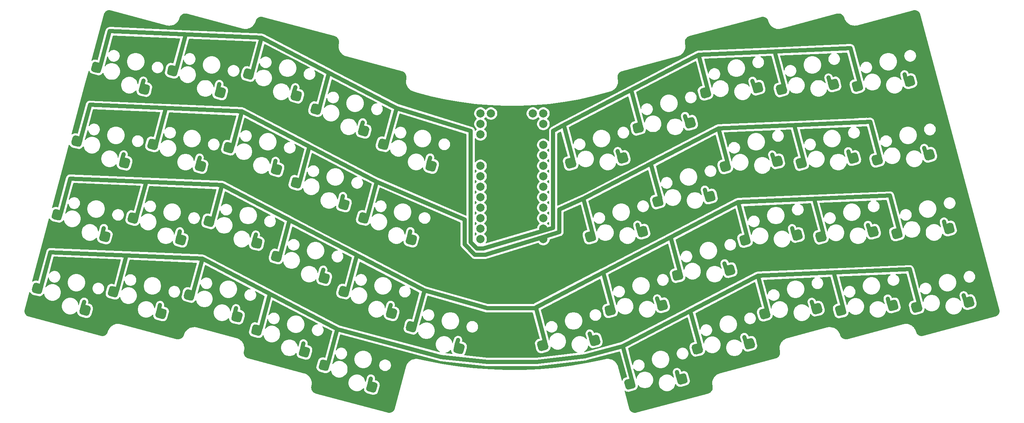
<source format=gbr>
%TF.GenerationSoftware,KiCad,Pcbnew,(5.1.6-0-10_14)*%
%TF.CreationDate,2020-10-18T17:15:40+02:00*%
%TF.ProjectId,batreus,62617472-6575-4732-9e6b-696361645f70,rev?*%
%TF.SameCoordinates,Original*%
%TF.FileFunction,Copper,L2,Bot*%
%TF.FilePolarity,Positive*%
%FSLAX46Y46*%
G04 Gerber Fmt 4.6, Leading zero omitted, Abs format (unit mm)*
G04 Created by KiCad (PCBNEW (5.1.6-0-10_14)) date 2020-10-18 17:15:40*
%MOMM*%
%LPD*%
G01*
G04 APERTURE LIST*
%TA.AperFunction,ComponentPad*%
%ADD10C,3.500000*%
%TD*%
%TA.AperFunction,SMDPad,CuDef*%
%ADD11C,1.000000*%
%TD*%
%TA.AperFunction,ViaPad*%
%ADD12C,1.000000*%
%TD*%
%TA.AperFunction,ComponentPad*%
%ADD13C,2.000000*%
%TD*%
%TA.AperFunction,ViaPad*%
%ADD14C,0.800000*%
%TD*%
%TA.AperFunction,Conductor*%
%ADD15C,1.000000*%
%TD*%
%TA.AperFunction,NonConductor*%
%ADD16C,0.200000*%
%TD*%
%TA.AperFunction,Conductor*%
%ADD17C,0.200000*%
%TD*%
G04 APERTURE END LIST*
D10*
%TO.P,REF\u002A\u002A,1*%
%TO.N,GND*%
X66000000Y-79800000D03*
%TD*%
%TO.P,REF\u002A\u002A,1*%
%TO.N,GND*%
X56400000Y-115500000D03*
%TD*%
%TO.P,REF\u002A\u002A,1*%
%TO.N,GND*%
X107600000Y-133400000D03*
%TD*%
%TO.P,REF\u002A\u002A,1*%
%TO.N,GND*%
X117100000Y-97600000D03*
%TD*%
%TO.P,REF\u002A\u002A,1*%
%TO.N,GND*%
X191400000Y-129500000D03*
%TD*%
%TO.P,REF\u002A\u002A,1*%
%TO.N,GND*%
X181800000Y-93800000D03*
%TD*%
%TO.P,REF\u002A\u002A,1*%
%TO.N,GND*%
X244600000Y-119400000D03*
%TD*%
%TO.P,REF\u002A\u002A,1*%
%TO.N,GND*%
X235000000Y-83700000D03*
%TD*%
D11*
%TO.P,S3,1*%
%TO.N,S3*%
X105636364Y-74900304D03*
D12*
%TD*%
%TO.N,N/C*%
%TO.C,S3*%
X113802767Y-86923608D03*
%TO.P,S3,1*%
%TO.N,S3*%
%TA.AperFunction,SMDPad,CuDef*%
G36*
G01*
X101135734Y-83969479D02*
X101459257Y-82762071D01*
G75*
G02*
X102224723Y-82320129I603704J-161762D01*
G01*
X103432131Y-82643653D01*
G75*
G02*
X103874073Y-83409119I-161762J-603704D01*
G01*
X103550549Y-84616527D01*
G75*
G02*
X102785083Y-85058469I-603704J161762D01*
G01*
X101577675Y-84734945D01*
G75*
G02*
X101135733Y-83969479I161762J603704D01*
G01*
G37*
%TD.AperFunction*%
%TO.P,S3,D*%
%TO.N,N/C*%
%TA.AperFunction,SMDPad,CuDef*%
G36*
G01*
X112666286Y-89233162D02*
X112989809Y-88025754D01*
G75*
G02*
X113755275Y-87583812I603704J-161762D01*
G01*
X114962683Y-87907336D01*
G75*
G02*
X115404625Y-88672802I-161762J-603704D01*
G01*
X115081101Y-89880210D01*
G75*
G02*
X114315635Y-90322152I-603704J161762D01*
G01*
X113108227Y-89998628D01*
G75*
G02*
X112666285Y-89233162I161762J603704D01*
G01*
G37*
%TD.AperFunction*%
%TD*%
D13*
%TO.P,N1,14*%
%TO.N,Net-(N1-Pad14)*%
X155080000Y-84760000D03*
%TO.P,N1,1*%
%TO.N,Net-(N1-Pad1)*%
X144920000Y-84760000D03*
%TO.P,N1,26*%
%TO.N,S2*%
X157620000Y-115240000D03*
%TO.P,N1,25*%
%TO.N,S3*%
X157620000Y-112700000D03*
%TO.P,N1,24*%
%TO.N,R0*%
X157620000Y-110160000D03*
%TO.P,N1,23*%
%TO.N,R1*%
X157620000Y-107620000D03*
%TO.P,N1,22*%
%TO.N,R2*%
X157620000Y-105080000D03*
%TO.P,N1,21*%
%TO.N,R3*%
X157620000Y-102540000D03*
%TO.P,N1,20*%
%TO.N,R4*%
X157620000Y-100000000D03*
%TO.P,N1,19*%
%TO.N,R5*%
X157620000Y-97460000D03*
%TO.P,N1,18*%
%TO.N,Net-(N1-Pad18)*%
X157620000Y-94920000D03*
%TO.P,N1,17*%
%TO.N,Net-(N1-Pad17)*%
X157620000Y-92380000D03*
%TO.P,N1,16*%
%TO.N,GND*%
X157620000Y-89840000D03*
%TO.P,N1,15*%
%TO.N,Net-(N1-Pad15)*%
X157620000Y-87300000D03*
%TO.P,N1,14*%
%TO.N,Net-(N1-Pad14)*%
X157620000Y-84760000D03*
%TO.P,N1,13*%
%TO.N,S0*%
X142380000Y-115240000D03*
%TO.P,N1,12*%
%TO.N,S1*%
X142380000Y-112700000D03*
%TO.P,N1,11*%
%TO.N,L0*%
X142380000Y-110160000D03*
%TO.P,N1,10*%
%TO.N,L1*%
X142380000Y-107620000D03*
%TO.P,N1,9*%
%TO.N,L2*%
X142380000Y-105080000D03*
%TO.P,N1,8*%
%TO.N,L3*%
X142380000Y-102540000D03*
%TO.P,N1,7*%
%TO.N,L4*%
X142380000Y-100000000D03*
%TO.P,N1,6*%
%TO.N,L5*%
X142380000Y-97460000D03*
%TO.P,N1,5*%
%TO.N,GND*%
X142380000Y-94920000D03*
%TO.P,N1,4*%
X142380000Y-92380000D03*
%TO.P,N1,3*%
%TO.N,Net-(N1-Pad3)*%
X142380000Y-89840000D03*
%TO.P,N1,2*%
%TO.N,Net-(N1-Pad2)*%
X142380000Y-87300000D03*
%TO.P,N1,1*%
%TO.N,Net-(N1-Pad1)*%
X142380000Y-84760000D03*
%TD*%
D11*
%TO.P,S5,1*%
%TO.N,S3*%
X162557435Y-87563854D03*
D12*
%TD*%
%TO.N,N/C*%
%TO.C,S5*%
X175641400Y-93893140D03*
%TO.P,S5,1*%
%TO.N,S3*%
%TA.AperFunction,SMDPad,CuDef*%
G36*
G01*
X163194362Y-97668306D02*
X162870837Y-96460899D01*
G75*
G02*
X163312779Y-95695433I603704J161762D01*
G01*
X164520187Y-95371909D01*
G75*
G02*
X165285653Y-95813851I161762J-603704D01*
G01*
X165609177Y-97021259D01*
G75*
G02*
X165167235Y-97786725I-603704J-161762D01*
G01*
X163959827Y-98110249D01*
G75*
G02*
X163194361Y-97668307I-161762J603704D01*
G01*
G37*
%TD.AperFunction*%
%TO.P,S5,D*%
%TO.N,N/C*%
%TA.AperFunction,SMDPad,CuDef*%
G36*
G01*
X175811955Y-96461512D02*
X175488430Y-95254105D01*
G75*
G02*
X175930372Y-94488639I603704J161762D01*
G01*
X177137780Y-94165115D01*
G75*
G02*
X177903246Y-94607057I161762J-603704D01*
G01*
X178226770Y-95814465D01*
G75*
G02*
X177784828Y-96579931I-603704J-161762D01*
G01*
X176577420Y-96903455D01*
G75*
G02*
X175811954Y-96461513I-161762J603704D01*
G01*
G37*
%TD.AperFunction*%
%TD*%
D11*
%TO.P,S4,1*%
%TO.N,S3*%
X121987752Y-83422750D03*
D12*
%TD*%
%TO.N,N/C*%
%TO.C,S4*%
X130154155Y-95446054D03*
%TO.P,S4,1*%
%TO.N,S3*%
%TA.AperFunction,SMDPad,CuDef*%
G36*
G01*
X117487122Y-92491925D02*
X117810645Y-91284517D01*
G75*
G02*
X118576111Y-90842575I603704J-161762D01*
G01*
X119783519Y-91166099D01*
G75*
G02*
X120225461Y-91931565I-161762J-603704D01*
G01*
X119901937Y-93138973D01*
G75*
G02*
X119136471Y-93580915I-603704J161762D01*
G01*
X117929063Y-93257391D01*
G75*
G02*
X117487121Y-92491925I161762J603704D01*
G01*
G37*
%TD.AperFunction*%
%TO.P,S4,D*%
%TO.N,N/C*%
%TA.AperFunction,SMDPad,CuDef*%
G36*
G01*
X129017674Y-97755608D02*
X129341197Y-96548200D01*
G75*
G02*
X130106663Y-96106258I603704J-161762D01*
G01*
X131314071Y-96429782D01*
G75*
G02*
X131756013Y-97195248I-161762J-603704D01*
G01*
X131432489Y-98402656D01*
G75*
G02*
X130667023Y-98844598I-603704J161762D01*
G01*
X129459615Y-98521074D01*
G75*
G02*
X129017673Y-97755608I161762J603704D01*
G01*
G37*
%TD.AperFunction*%
%TD*%
D11*
%TO.P,S41,1*%
%TO.N,S1*%
X155782351Y-131825556D03*
D12*
%TD*%
%TO.N,N/C*%
%TO.C,S41*%
X168866316Y-138154842D03*
%TO.P,S41,1*%
%TO.N,S1*%
%TA.AperFunction,SMDPad,CuDef*%
G36*
G01*
X156419278Y-141930008D02*
X156095753Y-140722601D01*
G75*
G02*
X156537695Y-139957135I603704J161762D01*
G01*
X157745103Y-139633611D01*
G75*
G02*
X158510569Y-140075553I161762J-603704D01*
G01*
X158834093Y-141282961D01*
G75*
G02*
X158392151Y-142048427I-603704J-161762D01*
G01*
X157184743Y-142371951D01*
G75*
G02*
X156419277Y-141930009I-161762J603704D01*
G01*
G37*
%TD.AperFunction*%
%TO.P,S41,D*%
%TO.N,N/C*%
%TA.AperFunction,SMDPad,CuDef*%
G36*
G01*
X169036871Y-140723214D02*
X168713346Y-139515807D01*
G75*
G02*
X169155288Y-138750341I603704J161762D01*
G01*
X170362696Y-138426817D01*
G75*
G02*
X171128162Y-138868759I161762J-603704D01*
G01*
X171451686Y-140076167D01*
G75*
G02*
X171009744Y-140841633I-603704J-161762D01*
G01*
X169802336Y-141165157D01*
G75*
G02*
X169036870Y-140723215I-161762J603704D01*
G01*
G37*
%TD.AperFunction*%
%TD*%
D11*
%TO.P,S40,1*%
%TO.N,S1*%
X128762836Y-127684452D03*
D12*
%TD*%
%TO.N,N/C*%
%TO.C,S40*%
X136929239Y-139707756D03*
%TO.P,S40,1*%
%TO.N,S1*%
%TA.AperFunction,SMDPad,CuDef*%
G36*
G01*
X124262206Y-136753627D02*
X124585729Y-135546219D01*
G75*
G02*
X125351195Y-135104277I603704J-161762D01*
G01*
X126558603Y-135427801D01*
G75*
G02*
X127000545Y-136193267I-161762J-603704D01*
G01*
X126677021Y-137400675D01*
G75*
G02*
X125911555Y-137842617I-603704J161762D01*
G01*
X124704147Y-137519093D01*
G75*
G02*
X124262205Y-136753627I161762J603704D01*
G01*
G37*
%TD.AperFunction*%
%TO.P,S40,D*%
%TO.N,N/C*%
%TA.AperFunction,SMDPad,CuDef*%
G36*
G01*
X135792758Y-142017310D02*
X136116281Y-140809902D01*
G75*
G02*
X136881747Y-140367960I603704J-161762D01*
G01*
X138089155Y-140691484D01*
G75*
G02*
X138531097Y-141456950I-161762J-603704D01*
G01*
X138207573Y-142664358D01*
G75*
G02*
X137442107Y-143106300I-603704J161762D01*
G01*
X136234699Y-142782776D01*
G75*
G02*
X135792757Y-142017310I161762J603704D01*
G01*
G37*
%TD.AperFunction*%
%TD*%
D11*
%TO.P,S39,1*%
%TO.N,S0*%
X246468551Y-122537766D03*
D12*
%TD*%
%TO.N,N/C*%
%TO.C,S39*%
X259552516Y-128867052D03*
%TO.P,S39,1*%
%TO.N,S0*%
%TA.AperFunction,SMDPad,CuDef*%
G36*
G01*
X247105478Y-132642218D02*
X246781953Y-131434811D01*
G75*
G02*
X247223895Y-130669345I603704J161762D01*
G01*
X248431303Y-130345821D01*
G75*
G02*
X249196769Y-130787763I161762J-603704D01*
G01*
X249520293Y-131995171D01*
G75*
G02*
X249078351Y-132760637I-603704J-161762D01*
G01*
X247870943Y-133084161D01*
G75*
G02*
X247105477Y-132642219I-161762J603704D01*
G01*
G37*
%TD.AperFunction*%
%TO.P,S39,D*%
%TO.N,N/C*%
%TA.AperFunction,SMDPad,CuDef*%
G36*
G01*
X259723071Y-131435424D02*
X259399546Y-130228017D01*
G75*
G02*
X259841488Y-129462551I603704J161762D01*
G01*
X261048896Y-129139027D01*
G75*
G02*
X261814362Y-129580969I161762J-603704D01*
G01*
X262137886Y-130788377D01*
G75*
G02*
X261695944Y-131553843I-603704J-161762D01*
G01*
X260488536Y-131877367D01*
G75*
G02*
X259723070Y-131435425I-161762J603704D01*
G01*
G37*
%TD.AperFunction*%
%TD*%
D11*
%TO.P,S38,1*%
%TO.N,S0*%
X228046610Y-123332806D03*
D12*
%TD*%
%TO.N,N/C*%
%TO.C,S38*%
X241130575Y-129662092D03*
%TO.P,S38,1*%
%TO.N,S0*%
%TA.AperFunction,SMDPad,CuDef*%
G36*
G01*
X228683537Y-133437258D02*
X228360012Y-132229851D01*
G75*
G02*
X228801954Y-131464385I603704J161762D01*
G01*
X230009362Y-131140861D01*
G75*
G02*
X230774828Y-131582803I161762J-603704D01*
G01*
X231098352Y-132790211D01*
G75*
G02*
X230656410Y-133555677I-603704J-161762D01*
G01*
X229449002Y-133879201D01*
G75*
G02*
X228683536Y-133437259I-161762J603704D01*
G01*
G37*
%TD.AperFunction*%
%TO.P,S38,D*%
%TO.N,N/C*%
%TA.AperFunction,SMDPad,CuDef*%
G36*
G01*
X241301130Y-132230464D02*
X240977605Y-131023057D01*
G75*
G02*
X241419547Y-130257591I603704J161762D01*
G01*
X242626955Y-129934067D01*
G75*
G02*
X243392421Y-130376009I161762J-603704D01*
G01*
X243715945Y-131583417D01*
G75*
G02*
X243274003Y-132348883I-603704J-161762D01*
G01*
X242066595Y-132672407D01*
G75*
G02*
X241301129Y-132230465I-161762J603704D01*
G01*
G37*
%TD.AperFunction*%
%TD*%
D11*
%TO.P,S37,1*%
%TO.N,S0*%
X209624669Y-124127846D03*
D12*
%TD*%
%TO.N,N/C*%
%TO.C,S37*%
X222708634Y-130457132D03*
%TO.P,S37,1*%
%TO.N,S0*%
%TA.AperFunction,SMDPad,CuDef*%
G36*
G01*
X210261596Y-134232298D02*
X209938071Y-133024891D01*
G75*
G02*
X210380013Y-132259425I603704J161762D01*
G01*
X211587421Y-131935901D01*
G75*
G02*
X212352887Y-132377843I161762J-603704D01*
G01*
X212676411Y-133585251D01*
G75*
G02*
X212234469Y-134350717I-603704J-161762D01*
G01*
X211027061Y-134674241D01*
G75*
G02*
X210261595Y-134232299I-161762J603704D01*
G01*
G37*
%TD.AperFunction*%
%TO.P,S37,D*%
%TO.N,N/C*%
%TA.AperFunction,SMDPad,CuDef*%
G36*
G01*
X222879189Y-133025504D02*
X222555664Y-131818097D01*
G75*
G02*
X222997606Y-131052631I603704J161762D01*
G01*
X224205014Y-130729107D01*
G75*
G02*
X224970480Y-131171049I161762J-603704D01*
G01*
X225294004Y-132378457D01*
G75*
G02*
X224852062Y-133143923I-603704J-161762D01*
G01*
X223644654Y-133467447D01*
G75*
G02*
X222879188Y-133025505I-161762J603704D01*
G01*
G37*
%TD.AperFunction*%
%TD*%
D11*
%TO.P,S36,1*%
%TO.N,S0*%
X193273280Y-132650292D03*
D12*
%TD*%
%TO.N,N/C*%
%TO.C,S36*%
X206357245Y-138979578D03*
%TO.P,S36,1*%
%TO.N,S0*%
%TA.AperFunction,SMDPad,CuDef*%
G36*
G01*
X193910207Y-142754744D02*
X193586682Y-141547337D01*
G75*
G02*
X194028624Y-140781871I603704J161762D01*
G01*
X195236032Y-140458347D01*
G75*
G02*
X196001498Y-140900289I161762J-603704D01*
G01*
X196325022Y-142107697D01*
G75*
G02*
X195883080Y-142873163I-603704J-161762D01*
G01*
X194675672Y-143196687D01*
G75*
G02*
X193910206Y-142754745I-161762J603704D01*
G01*
G37*
%TD.AperFunction*%
%TO.P,S36,D*%
%TO.N,N/C*%
%TA.AperFunction,SMDPad,CuDef*%
G36*
G01*
X206527800Y-141547950D02*
X206204275Y-140340543D01*
G75*
G02*
X206646217Y-139575077I603704J161762D01*
G01*
X207853625Y-139251553D01*
G75*
G02*
X208619091Y-139693495I161762J-603704D01*
G01*
X208942615Y-140900903D01*
G75*
G02*
X208500673Y-141666369I-603704J-161762D01*
G01*
X207293265Y-141989893D01*
G75*
G02*
X206527799Y-141547951I-161762J603704D01*
G01*
G37*
%TD.AperFunction*%
%TD*%
D11*
%TO.P,S35,1*%
%TO.N,S0*%
X176921892Y-141172738D03*
D12*
%TD*%
%TO.N,N/C*%
%TO.C,S35*%
X190005857Y-147502024D03*
%TO.P,S35,1*%
%TO.N,S0*%
%TA.AperFunction,SMDPad,CuDef*%
G36*
G01*
X177558819Y-151277190D02*
X177235294Y-150069783D01*
G75*
G02*
X177677236Y-149304317I603704J161762D01*
G01*
X178884644Y-148980793D01*
G75*
G02*
X179650110Y-149422735I161762J-603704D01*
G01*
X179973634Y-150630143D01*
G75*
G02*
X179531692Y-151395609I-603704J-161762D01*
G01*
X178324284Y-151719133D01*
G75*
G02*
X177558818Y-151277191I-161762J603704D01*
G01*
G37*
%TD.AperFunction*%
%TO.P,S35,D*%
%TO.N,N/C*%
%TA.AperFunction,SMDPad,CuDef*%
G36*
G01*
X190176412Y-150070396D02*
X189852887Y-148862989D01*
G75*
G02*
X190294829Y-148097523I603704J161762D01*
G01*
X191502237Y-147773999D01*
G75*
G02*
X192267703Y-148215941I161762J-603704D01*
G01*
X192591227Y-149423349D01*
G75*
G02*
X192149285Y-150188815I-603704J-161762D01*
G01*
X190941877Y-150512339D01*
G75*
G02*
X190176411Y-150070397I-161762J603704D01*
G01*
G37*
%TD.AperFunction*%
%TD*%
D11*
%TO.P,S34,1*%
%TO.N,S0*%
X107623295Y-137031634D03*
D12*
%TD*%
%TO.N,N/C*%
%TO.C,S34*%
X115789698Y-149054938D03*
%TO.P,S34,1*%
%TO.N,S0*%
%TA.AperFunction,SMDPad,CuDef*%
G36*
G01*
X103122665Y-146100809D02*
X103446188Y-144893401D01*
G75*
G02*
X104211654Y-144451459I603704J-161762D01*
G01*
X105419062Y-144774983D01*
G75*
G02*
X105861004Y-145540449I-161762J-603704D01*
G01*
X105537480Y-146747857D01*
G75*
G02*
X104772014Y-147189799I-603704J161762D01*
G01*
X103564606Y-146866275D01*
G75*
G02*
X103122664Y-146100809I161762J603704D01*
G01*
G37*
%TD.AperFunction*%
%TO.P,S34,D*%
%TO.N,N/C*%
%TA.AperFunction,SMDPad,CuDef*%
G36*
G01*
X114653217Y-151364492D02*
X114976740Y-150157084D01*
G75*
G02*
X115742206Y-149715142I603704J-161762D01*
G01*
X116949614Y-150038666D01*
G75*
G02*
X117391556Y-150804132I-161762J-603704D01*
G01*
X117068032Y-152011540D01*
G75*
G02*
X116302566Y-152453482I-603704J161762D01*
G01*
X115095158Y-152129958D01*
G75*
G02*
X114653216Y-151364492I161762J603704D01*
G01*
G37*
%TD.AperFunction*%
%TD*%
D11*
%TO.P,S33,1*%
%TO.N,S0*%
X91271907Y-128509188D03*
D12*
%TD*%
%TO.N,N/C*%
%TO.C,S33*%
X99438310Y-140532492D03*
%TO.P,S33,1*%
%TO.N,S0*%
%TA.AperFunction,SMDPad,CuDef*%
G36*
G01*
X86771277Y-137578363D02*
X87094800Y-136370955D01*
G75*
G02*
X87860266Y-135929013I603704J-161762D01*
G01*
X89067674Y-136252537D01*
G75*
G02*
X89509616Y-137018003I-161762J-603704D01*
G01*
X89186092Y-138225411D01*
G75*
G02*
X88420626Y-138667353I-603704J161762D01*
G01*
X87213218Y-138343829D01*
G75*
G02*
X86771276Y-137578363I161762J603704D01*
G01*
G37*
%TD.AperFunction*%
%TO.P,S33,D*%
%TO.N,N/C*%
%TA.AperFunction,SMDPad,CuDef*%
G36*
G01*
X98301829Y-142842046D02*
X98625352Y-141634638D01*
G75*
G02*
X99390818Y-141192696I603704J-161762D01*
G01*
X100598226Y-141516220D01*
G75*
G02*
X101040168Y-142281686I-161762J-603704D01*
G01*
X100716644Y-143489094D01*
G75*
G02*
X99951178Y-143931036I-603704J161762D01*
G01*
X98743770Y-143607512D01*
G75*
G02*
X98301828Y-142842046I161762J603704D01*
G01*
G37*
%TD.AperFunction*%
%TD*%
D11*
%TO.P,S32,1*%
%TO.N,S0*%
X74920518Y-119986742D03*
D12*
%TD*%
%TO.N,N/C*%
%TO.C,S32*%
X83086921Y-132010046D03*
%TO.P,S32,1*%
%TO.N,S0*%
%TA.AperFunction,SMDPad,CuDef*%
G36*
G01*
X70419888Y-129055917D02*
X70743411Y-127848509D01*
G75*
G02*
X71508877Y-127406567I603704J-161762D01*
G01*
X72716285Y-127730091D01*
G75*
G02*
X73158227Y-128495557I-161762J-603704D01*
G01*
X72834703Y-129702965D01*
G75*
G02*
X72069237Y-130144907I-603704J161762D01*
G01*
X70861829Y-129821383D01*
G75*
G02*
X70419887Y-129055917I161762J603704D01*
G01*
G37*
%TD.AperFunction*%
%TO.P,S32,D*%
%TO.N,N/C*%
%TA.AperFunction,SMDPad,CuDef*%
G36*
G01*
X81950440Y-134319600D02*
X82273963Y-133112192D01*
G75*
G02*
X83039429Y-132670250I603704J-161762D01*
G01*
X84246837Y-132993774D01*
G75*
G02*
X84688779Y-133759240I-161762J-603704D01*
G01*
X84365255Y-134966648D01*
G75*
G02*
X83599789Y-135408590I-603704J161762D01*
G01*
X82392381Y-135085066D01*
G75*
G02*
X81950439Y-134319600I161762J603704D01*
G01*
G37*
%TD.AperFunction*%
%TD*%
D11*
%TO.P,S31,1*%
%TO.N,S0*%
X56498577Y-119191702D03*
D12*
%TD*%
%TO.N,N/C*%
%TO.C,S31*%
X64664980Y-131215006D03*
%TO.P,S31,1*%
%TO.N,S0*%
%TA.AperFunction,SMDPad,CuDef*%
G36*
G01*
X51997947Y-128260877D02*
X52321470Y-127053469D01*
G75*
G02*
X53086936Y-126611527I603704J-161762D01*
G01*
X54294344Y-126935051D01*
G75*
G02*
X54736286Y-127700517I-161762J-603704D01*
G01*
X54412762Y-128907925D01*
G75*
G02*
X53647296Y-129349867I-603704J161762D01*
G01*
X52439888Y-129026343D01*
G75*
G02*
X51997946Y-128260877I161762J603704D01*
G01*
G37*
%TD.AperFunction*%
%TO.P,S31,D*%
%TO.N,N/C*%
%TA.AperFunction,SMDPad,CuDef*%
G36*
G01*
X63528499Y-133524560D02*
X63852022Y-132317152D01*
G75*
G02*
X64617488Y-131875210I603704J-161762D01*
G01*
X65824896Y-132198734D01*
G75*
G02*
X66266838Y-132964200I-161762J-603704D01*
G01*
X65943314Y-134171608D01*
G75*
G02*
X65177848Y-134613550I-603704J161762D01*
G01*
X63970440Y-134290026D01*
G75*
G02*
X63528498Y-133524560I161762J603704D01*
G01*
G37*
%TD.AperFunction*%
%TD*%
D11*
%TO.P,S30,1*%
%TO.N,S0*%
X38076636Y-118396662D03*
D12*
%TD*%
%TO.N,N/C*%
%TO.C,S30*%
X46243039Y-130419966D03*
%TO.P,S30,1*%
%TO.N,S0*%
%TA.AperFunction,SMDPad,CuDef*%
G36*
G01*
X33576006Y-127465837D02*
X33899529Y-126258429D01*
G75*
G02*
X34664995Y-125816487I603704J-161762D01*
G01*
X35872403Y-126140011D01*
G75*
G02*
X36314345Y-126905477I-161762J-603704D01*
G01*
X35990821Y-128112885D01*
G75*
G02*
X35225355Y-128554827I-603704J161762D01*
G01*
X34017947Y-128231303D01*
G75*
G02*
X33576005Y-127465837I161762J603704D01*
G01*
G37*
%TD.AperFunction*%
%TO.P,S30,D*%
%TO.N,N/C*%
%TA.AperFunction,SMDPad,CuDef*%
G36*
G01*
X45106558Y-132729520D02*
X45430081Y-131522112D01*
G75*
G02*
X46195547Y-131080170I603704J-161762D01*
G01*
X47402955Y-131403694D01*
G75*
G02*
X47844897Y-132169160I-161762J-603704D01*
G01*
X47521373Y-133376568D01*
G75*
G02*
X46755907Y-133818510I-603704J161762D01*
G01*
X45548499Y-133494986D01*
G75*
G02*
X45106557Y-132729520I161762J603704D01*
G01*
G37*
%TD.AperFunction*%
%TD*%
D11*
%TO.P,S29,1*%
%TO.N,S1*%
X241680399Y-104668139D03*
D12*
%TD*%
%TO.N,N/C*%
%TO.C,S29*%
X254764364Y-110997425D03*
%TO.P,S29,1*%
%TO.N,S1*%
%TA.AperFunction,SMDPad,CuDef*%
G36*
G01*
X242317326Y-114772591D02*
X241993801Y-113565184D01*
G75*
G02*
X242435743Y-112799718I603704J161762D01*
G01*
X243643151Y-112476194D01*
G75*
G02*
X244408617Y-112918136I161762J-603704D01*
G01*
X244732141Y-114125544D01*
G75*
G02*
X244290199Y-114891010I-603704J-161762D01*
G01*
X243082791Y-115214534D01*
G75*
G02*
X242317325Y-114772592I-161762J603704D01*
G01*
G37*
%TD.AperFunction*%
%TO.P,S29,D*%
%TO.N,N/C*%
%TA.AperFunction,SMDPad,CuDef*%
G36*
G01*
X254934919Y-113565797D02*
X254611394Y-112358390D01*
G75*
G02*
X255053336Y-111592924I603704J161762D01*
G01*
X256260744Y-111269400D01*
G75*
G02*
X257026210Y-111711342I161762J-603704D01*
G01*
X257349734Y-112918750D01*
G75*
G02*
X256907792Y-113684216I-603704J-161762D01*
G01*
X255700384Y-114007740D01*
G75*
G02*
X254934918Y-113565798I-161762J603704D01*
G01*
G37*
%TD.AperFunction*%
%TD*%
D11*
%TO.P,S28,1*%
%TO.N,S1*%
X223258458Y-105463178D03*
D12*
%TD*%
%TO.N,N/C*%
%TO.C,S28*%
X236342423Y-111792464D03*
%TO.P,S28,1*%
%TO.N,S1*%
%TA.AperFunction,SMDPad,CuDef*%
G36*
G01*
X223895385Y-115567630D02*
X223571860Y-114360223D01*
G75*
G02*
X224013802Y-113594757I603704J161762D01*
G01*
X225221210Y-113271233D01*
G75*
G02*
X225986676Y-113713175I161762J-603704D01*
G01*
X226310200Y-114920583D01*
G75*
G02*
X225868258Y-115686049I-603704J-161762D01*
G01*
X224660850Y-116009573D01*
G75*
G02*
X223895384Y-115567631I-161762J603704D01*
G01*
G37*
%TD.AperFunction*%
%TO.P,S28,D*%
%TO.N,N/C*%
%TA.AperFunction,SMDPad,CuDef*%
G36*
G01*
X236512978Y-114360836D02*
X236189453Y-113153429D01*
G75*
G02*
X236631395Y-112387963I603704J161762D01*
G01*
X237838803Y-112064439D01*
G75*
G02*
X238604269Y-112506381I161762J-603704D01*
G01*
X238927793Y-113713789D01*
G75*
G02*
X238485851Y-114479255I-603704J-161762D01*
G01*
X237278443Y-114802779D01*
G75*
G02*
X236512977Y-114360837I-161762J603704D01*
G01*
G37*
%TD.AperFunction*%
%TD*%
D11*
%TO.P,S27,1*%
%TO.N,S1*%
X204836517Y-106258218D03*
D12*
%TD*%
%TO.N,N/C*%
%TO.C,S27*%
X217920482Y-112587504D03*
%TO.P,S27,1*%
%TO.N,S1*%
%TA.AperFunction,SMDPad,CuDef*%
G36*
G01*
X205473444Y-116362670D02*
X205149919Y-115155263D01*
G75*
G02*
X205591861Y-114389797I603704J161762D01*
G01*
X206799269Y-114066273D01*
G75*
G02*
X207564735Y-114508215I161762J-603704D01*
G01*
X207888259Y-115715623D01*
G75*
G02*
X207446317Y-116481089I-603704J-161762D01*
G01*
X206238909Y-116804613D01*
G75*
G02*
X205473443Y-116362671I-161762J603704D01*
G01*
G37*
%TD.AperFunction*%
%TO.P,S27,D*%
%TO.N,N/C*%
%TA.AperFunction,SMDPad,CuDef*%
G36*
G01*
X218091037Y-115155876D02*
X217767512Y-113948469D01*
G75*
G02*
X218209454Y-113183003I603704J161762D01*
G01*
X219416862Y-112859479D01*
G75*
G02*
X220182328Y-113301421I161762J-603704D01*
G01*
X220505852Y-114508829D01*
G75*
G02*
X220063910Y-115274295I-603704J-161762D01*
G01*
X218856502Y-115597819D01*
G75*
G02*
X218091036Y-115155877I-161762J603704D01*
G01*
G37*
%TD.AperFunction*%
%TD*%
D11*
%TO.P,S26,1*%
%TO.N,S1*%
X188485128Y-114780664D03*
D12*
%TD*%
%TO.N,N/C*%
%TO.C,S26*%
X201569093Y-121109950D03*
%TO.P,S26,1*%
%TO.N,S1*%
%TA.AperFunction,SMDPad,CuDef*%
G36*
G01*
X189122055Y-124885116D02*
X188798530Y-123677709D01*
G75*
G02*
X189240472Y-122912243I603704J161762D01*
G01*
X190447880Y-122588719D01*
G75*
G02*
X191213346Y-123030661I161762J-603704D01*
G01*
X191536870Y-124238069D01*
G75*
G02*
X191094928Y-125003535I-603704J-161762D01*
G01*
X189887520Y-125327059D01*
G75*
G02*
X189122054Y-124885117I-161762J603704D01*
G01*
G37*
%TD.AperFunction*%
%TO.P,S26,D*%
%TO.N,N/C*%
%TA.AperFunction,SMDPad,CuDef*%
G36*
G01*
X201739648Y-123678322D02*
X201416123Y-122470915D01*
G75*
G02*
X201858065Y-121705449I603704J161762D01*
G01*
X203065473Y-121381925D01*
G75*
G02*
X203830939Y-121823867I161762J-603704D01*
G01*
X204154463Y-123031275D01*
G75*
G02*
X203712521Y-123796741I-603704J-161762D01*
G01*
X202505113Y-124120265D01*
G75*
G02*
X201739647Y-123678323I-161762J603704D01*
G01*
G37*
%TD.AperFunction*%
%TD*%
D11*
%TO.P,S25,1*%
%TO.N,S1*%
X172133739Y-123303110D03*
D12*
%TD*%
%TO.N,N/C*%
%TO.C,S25*%
X185217704Y-129632396D03*
%TO.P,S25,1*%
%TO.N,S1*%
%TA.AperFunction,SMDPad,CuDef*%
G36*
G01*
X172770666Y-133407562D02*
X172447141Y-132200155D01*
G75*
G02*
X172889083Y-131434689I603704J161762D01*
G01*
X174096491Y-131111165D01*
G75*
G02*
X174861957Y-131553107I161762J-603704D01*
G01*
X175185481Y-132760515D01*
G75*
G02*
X174743539Y-133525981I-603704J-161762D01*
G01*
X173536131Y-133849505D01*
G75*
G02*
X172770665Y-133407563I-161762J603704D01*
G01*
G37*
%TD.AperFunction*%
%TO.P,S25,D*%
%TO.N,N/C*%
%TA.AperFunction,SMDPad,CuDef*%
G36*
G01*
X185388259Y-132200768D02*
X185064734Y-130993361D01*
G75*
G02*
X185506676Y-130227895I603704J161762D01*
G01*
X186714084Y-129904371D01*
G75*
G02*
X187479550Y-130346313I161762J-603704D01*
G01*
X187803074Y-131553721D01*
G75*
G02*
X187361132Y-132319187I-603704J-161762D01*
G01*
X186153724Y-132642711D01*
G75*
G02*
X185388258Y-132200769I-161762J603704D01*
G01*
G37*
%TD.AperFunction*%
%TD*%
D11*
%TO.P,S24,1*%
%TO.N,S1*%
X112411448Y-119162006D03*
D12*
%TD*%
%TO.N,N/C*%
%TO.C,S24*%
X120577851Y-131185310D03*
%TO.P,S24,1*%
%TO.N,S1*%
%TA.AperFunction,SMDPad,CuDef*%
G36*
G01*
X107910818Y-128231181D02*
X108234341Y-127023773D01*
G75*
G02*
X108999807Y-126581831I603704J-161762D01*
G01*
X110207215Y-126905355D01*
G75*
G02*
X110649157Y-127670821I-161762J-603704D01*
G01*
X110325633Y-128878229D01*
G75*
G02*
X109560167Y-129320171I-603704J161762D01*
G01*
X108352759Y-128996647D01*
G75*
G02*
X107910817Y-128231181I161762J603704D01*
G01*
G37*
%TD.AperFunction*%
%TO.P,S24,D*%
%TO.N,N/C*%
%TA.AperFunction,SMDPad,CuDef*%
G36*
G01*
X119441370Y-133494864D02*
X119764893Y-132287456D01*
G75*
G02*
X120530359Y-131845514I603704J-161762D01*
G01*
X121737767Y-132169038D01*
G75*
G02*
X122179709Y-132934504I-161762J-603704D01*
G01*
X121856185Y-134141912D01*
G75*
G02*
X121090719Y-134583854I-603704J161762D01*
G01*
X119883311Y-134260330D01*
G75*
G02*
X119441369Y-133494864I161762J603704D01*
G01*
G37*
%TD.AperFunction*%
%TD*%
D11*
%TO.P,S23,1*%
%TO.N,S1*%
X96060059Y-110639560D03*
D12*
%TD*%
%TO.N,N/C*%
%TO.C,S23*%
X104226462Y-122662864D03*
%TO.P,S23,1*%
%TO.N,S1*%
%TA.AperFunction,SMDPad,CuDef*%
G36*
G01*
X91559429Y-119708735D02*
X91882952Y-118501327D01*
G75*
G02*
X92648418Y-118059385I603704J-161762D01*
G01*
X93855826Y-118382909D01*
G75*
G02*
X94297768Y-119148375I-161762J-603704D01*
G01*
X93974244Y-120355783D01*
G75*
G02*
X93208778Y-120797725I-603704J161762D01*
G01*
X92001370Y-120474201D01*
G75*
G02*
X91559428Y-119708735I161762J603704D01*
G01*
G37*
%TD.AperFunction*%
%TO.P,S23,D*%
%TO.N,N/C*%
%TA.AperFunction,SMDPad,CuDef*%
G36*
G01*
X103089981Y-124972418D02*
X103413504Y-123765010D01*
G75*
G02*
X104178970Y-123323068I603704J-161762D01*
G01*
X105386378Y-123646592D01*
G75*
G02*
X105828320Y-124412058I-161762J-603704D01*
G01*
X105504796Y-125619466D01*
G75*
G02*
X104739330Y-126061408I-603704J161762D01*
G01*
X103531922Y-125737884D01*
G75*
G02*
X103089980Y-124972418I161762J603704D01*
G01*
G37*
%TD.AperFunction*%
%TD*%
D11*
%TO.P,S22,1*%
%TO.N,S1*%
X79708670Y-102117114D03*
D12*
%TD*%
%TO.N,N/C*%
%TO.C,S22*%
X87875073Y-114140418D03*
%TO.P,S22,1*%
%TO.N,S1*%
%TA.AperFunction,SMDPad,CuDef*%
G36*
G01*
X75208040Y-111186289D02*
X75531563Y-109978881D01*
G75*
G02*
X76297029Y-109536939I603704J-161762D01*
G01*
X77504437Y-109860463D01*
G75*
G02*
X77946379Y-110625929I-161762J-603704D01*
G01*
X77622855Y-111833337D01*
G75*
G02*
X76857389Y-112275279I-603704J161762D01*
G01*
X75649981Y-111951755D01*
G75*
G02*
X75208039Y-111186289I161762J603704D01*
G01*
G37*
%TD.AperFunction*%
%TO.P,S22,D*%
%TO.N,N/C*%
%TA.AperFunction,SMDPad,CuDef*%
G36*
G01*
X86738592Y-116449972D02*
X87062115Y-115242564D01*
G75*
G02*
X87827581Y-114800622I603704J-161762D01*
G01*
X89034989Y-115124146D01*
G75*
G02*
X89476931Y-115889612I-161762J-603704D01*
G01*
X89153407Y-117097020D01*
G75*
G02*
X88387941Y-117538962I-603704J161762D01*
G01*
X87180533Y-117215438D01*
G75*
G02*
X86738591Y-116449972I161762J603704D01*
G01*
G37*
%TD.AperFunction*%
%TD*%
D11*
%TO.P,S21,1*%
%TO.N,S1*%
X61286729Y-101322074D03*
D12*
%TD*%
%TO.N,N/C*%
%TO.C,S21*%
X69453132Y-113345378D03*
%TO.P,S21,1*%
%TO.N,S1*%
%TA.AperFunction,SMDPad,CuDef*%
G36*
G01*
X56786099Y-110391249D02*
X57109622Y-109183841D01*
G75*
G02*
X57875088Y-108741899I603704J-161762D01*
G01*
X59082496Y-109065423D01*
G75*
G02*
X59524438Y-109830889I-161762J-603704D01*
G01*
X59200914Y-111038297D01*
G75*
G02*
X58435448Y-111480239I-603704J161762D01*
G01*
X57228040Y-111156715D01*
G75*
G02*
X56786098Y-110391249I161762J603704D01*
G01*
G37*
%TD.AperFunction*%
%TO.P,S21,D*%
%TO.N,N/C*%
%TA.AperFunction,SMDPad,CuDef*%
G36*
G01*
X68316651Y-115654932D02*
X68640174Y-114447524D01*
G75*
G02*
X69405640Y-114005582I603704J-161762D01*
G01*
X70613048Y-114329106D01*
G75*
G02*
X71054990Y-115094572I-161762J-603704D01*
G01*
X70731466Y-116301980D01*
G75*
G02*
X69966000Y-116743922I-603704J161762D01*
G01*
X68758592Y-116420398D01*
G75*
G02*
X68316650Y-115654932I161762J603704D01*
G01*
G37*
%TD.AperFunction*%
%TD*%
D11*
%TO.P,S20,1*%
%TO.N,S1*%
X42864788Y-100527035D03*
D12*
%TD*%
%TO.N,N/C*%
%TO.C,S20*%
X51031191Y-112550339D03*
%TO.P,S20,1*%
%TO.N,S1*%
%TA.AperFunction,SMDPad,CuDef*%
G36*
G01*
X38364158Y-109596210D02*
X38687681Y-108388802D01*
G75*
G02*
X39453147Y-107946860I603704J-161762D01*
G01*
X40660555Y-108270384D01*
G75*
G02*
X41102497Y-109035850I-161762J-603704D01*
G01*
X40778973Y-110243258D01*
G75*
G02*
X40013507Y-110685200I-603704J161762D01*
G01*
X38806099Y-110361676D01*
G75*
G02*
X38364157Y-109596210I161762J603704D01*
G01*
G37*
%TD.AperFunction*%
%TO.P,S20,D*%
%TO.N,N/C*%
%TA.AperFunction,SMDPad,CuDef*%
G36*
G01*
X49894710Y-114859893D02*
X50218233Y-113652485D01*
G75*
G02*
X50983699Y-113210543I603704J-161762D01*
G01*
X52191107Y-113534067D01*
G75*
G02*
X52633049Y-114299533I-161762J-603704D01*
G01*
X52309525Y-115506941D01*
G75*
G02*
X51544059Y-115948883I-603704J161762D01*
G01*
X50336651Y-115625359D01*
G75*
G02*
X49894709Y-114859893I161762J603704D01*
G01*
G37*
%TD.AperFunction*%
%TD*%
D11*
%TO.P,S19,1*%
%TO.N,S2*%
X236892246Y-86798511D03*
D12*
%TD*%
%TO.N,N/C*%
%TO.C,S19*%
X249976211Y-93127797D03*
%TO.P,S19,1*%
%TO.N,S2*%
%TA.AperFunction,SMDPad,CuDef*%
G36*
G01*
X237529173Y-96902963D02*
X237205648Y-95695556D01*
G75*
G02*
X237647590Y-94930090I603704J161762D01*
G01*
X238854998Y-94606566D01*
G75*
G02*
X239620464Y-95048508I161762J-603704D01*
G01*
X239943988Y-96255916D01*
G75*
G02*
X239502046Y-97021382I-603704J-161762D01*
G01*
X238294638Y-97344906D01*
G75*
G02*
X237529172Y-96902964I-161762J603704D01*
G01*
G37*
%TD.AperFunction*%
%TO.P,S19,D*%
%TO.N,N/C*%
%TA.AperFunction,SMDPad,CuDef*%
G36*
G01*
X250146766Y-95696169D02*
X249823241Y-94488762D01*
G75*
G02*
X250265183Y-93723296I603704J161762D01*
G01*
X251472591Y-93399772D01*
G75*
G02*
X252238057Y-93841714I161762J-603704D01*
G01*
X252561581Y-95049122D01*
G75*
G02*
X252119639Y-95814588I-603704J-161762D01*
G01*
X250912231Y-96138112D01*
G75*
G02*
X250146765Y-95696170I-161762J603704D01*
G01*
G37*
%TD.AperFunction*%
%TD*%
D11*
%TO.P,S18,1*%
%TO.N,S2*%
X218470305Y-87593550D03*
D12*
%TD*%
%TO.N,N/C*%
%TO.C,S18*%
X231554270Y-93922836D03*
%TO.P,S18,1*%
%TO.N,S2*%
%TA.AperFunction,SMDPad,CuDef*%
G36*
G01*
X219107232Y-97698002D02*
X218783707Y-96490595D01*
G75*
G02*
X219225649Y-95725129I603704J161762D01*
G01*
X220433057Y-95401605D01*
G75*
G02*
X221198523Y-95843547I161762J-603704D01*
G01*
X221522047Y-97050955D01*
G75*
G02*
X221080105Y-97816421I-603704J-161762D01*
G01*
X219872697Y-98139945D01*
G75*
G02*
X219107231Y-97698003I-161762J603704D01*
G01*
G37*
%TD.AperFunction*%
%TO.P,S18,D*%
%TO.N,N/C*%
%TA.AperFunction,SMDPad,CuDef*%
G36*
G01*
X231724825Y-96491208D02*
X231401300Y-95283801D01*
G75*
G02*
X231843242Y-94518335I603704J161762D01*
G01*
X233050650Y-94194811D01*
G75*
G02*
X233816116Y-94636753I161762J-603704D01*
G01*
X234139640Y-95844161D01*
G75*
G02*
X233697698Y-96609627I-603704J-161762D01*
G01*
X232490290Y-96933151D01*
G75*
G02*
X231724824Y-96491209I-161762J603704D01*
G01*
G37*
%TD.AperFunction*%
%TD*%
D11*
%TO.P,S17,1*%
%TO.N,S2*%
X200048364Y-88388590D03*
D12*
%TD*%
%TO.N,N/C*%
%TO.C,S17*%
X213132329Y-94717876D03*
%TO.P,S17,1*%
%TO.N,S2*%
%TA.AperFunction,SMDPad,CuDef*%
G36*
G01*
X200685291Y-98493042D02*
X200361766Y-97285635D01*
G75*
G02*
X200803708Y-96520169I603704J161762D01*
G01*
X202011116Y-96196645D01*
G75*
G02*
X202776582Y-96638587I161762J-603704D01*
G01*
X203100106Y-97845995D01*
G75*
G02*
X202658164Y-98611461I-603704J-161762D01*
G01*
X201450756Y-98934985D01*
G75*
G02*
X200685290Y-98493043I-161762J603704D01*
G01*
G37*
%TD.AperFunction*%
%TO.P,S17,D*%
%TO.N,N/C*%
%TA.AperFunction,SMDPad,CuDef*%
G36*
G01*
X213302884Y-97286248D02*
X212979359Y-96078841D01*
G75*
G02*
X213421301Y-95313375I603704J161762D01*
G01*
X214628709Y-94989851D01*
G75*
G02*
X215394175Y-95431793I161762J-603704D01*
G01*
X215717699Y-96639201D01*
G75*
G02*
X215275757Y-97404667I-603704J-161762D01*
G01*
X214068349Y-97728191D01*
G75*
G02*
X213302883Y-97286249I-161762J603704D01*
G01*
G37*
%TD.AperFunction*%
%TD*%
D11*
%TO.P,S16,1*%
%TO.N,S2*%
X183696976Y-96911036D03*
D12*
%TD*%
%TO.N,N/C*%
%TO.C,S16*%
X196780941Y-103240322D03*
%TO.P,S16,1*%
%TO.N,S2*%
%TA.AperFunction,SMDPad,CuDef*%
G36*
G01*
X184333903Y-107015488D02*
X184010378Y-105808081D01*
G75*
G02*
X184452320Y-105042615I603704J161762D01*
G01*
X185659728Y-104719091D01*
G75*
G02*
X186425194Y-105161033I161762J-603704D01*
G01*
X186748718Y-106368441D01*
G75*
G02*
X186306776Y-107133907I-603704J-161762D01*
G01*
X185099368Y-107457431D01*
G75*
G02*
X184333902Y-107015489I-161762J603704D01*
G01*
G37*
%TD.AperFunction*%
%TO.P,S16,D*%
%TO.N,N/C*%
%TA.AperFunction,SMDPad,CuDef*%
G36*
G01*
X196951496Y-105808694D02*
X196627971Y-104601287D01*
G75*
G02*
X197069913Y-103835821I603704J161762D01*
G01*
X198277321Y-103512297D01*
G75*
G02*
X199042787Y-103954239I161762J-603704D01*
G01*
X199366311Y-105161647D01*
G75*
G02*
X198924369Y-105927113I-603704J-161762D01*
G01*
X197716961Y-106250637D01*
G75*
G02*
X196951495Y-105808695I-161762J603704D01*
G01*
G37*
%TD.AperFunction*%
%TD*%
D11*
%TO.P,S15,1*%
%TO.N,S2*%
X167345587Y-105433482D03*
D12*
%TD*%
%TO.N,N/C*%
%TO.C,S15*%
X180429552Y-111762768D03*
%TO.P,S15,1*%
%TO.N,S2*%
%TA.AperFunction,SMDPad,CuDef*%
G36*
G01*
X167982514Y-115537934D02*
X167658989Y-114330527D01*
G75*
G02*
X168100931Y-113565061I603704J161762D01*
G01*
X169308339Y-113241537D01*
G75*
G02*
X170073805Y-113683479I161762J-603704D01*
G01*
X170397329Y-114890887D01*
G75*
G02*
X169955387Y-115656353I-603704J-161762D01*
G01*
X168747979Y-115979877D01*
G75*
G02*
X167982513Y-115537935I-161762J603704D01*
G01*
G37*
%TD.AperFunction*%
%TO.P,S15,D*%
%TO.N,N/C*%
%TA.AperFunction,SMDPad,CuDef*%
G36*
G01*
X180600107Y-114331140D02*
X180276582Y-113123733D01*
G75*
G02*
X180718524Y-112358267I603704J161762D01*
G01*
X181925932Y-112034743D01*
G75*
G02*
X182691398Y-112476685I161762J-603704D01*
G01*
X183014922Y-113684093D01*
G75*
G02*
X182572980Y-114449559I-603704J-161762D01*
G01*
X181365572Y-114773083D01*
G75*
G02*
X180600106Y-114331141I-161762J603704D01*
G01*
G37*
%TD.AperFunction*%
%TD*%
D11*
%TO.P,S14,1*%
%TO.N,S2*%
X117199600Y-101292378D03*
D12*
%TD*%
%TO.N,N/C*%
%TO.C,S14*%
X125366003Y-113315682D03*
%TO.P,S14,1*%
%TO.N,S2*%
%TA.AperFunction,SMDPad,CuDef*%
G36*
G01*
X112698970Y-110361553D02*
X113022493Y-109154145D01*
G75*
G02*
X113787959Y-108712203I603704J-161762D01*
G01*
X114995367Y-109035727D01*
G75*
G02*
X115437309Y-109801193I-161762J-603704D01*
G01*
X115113785Y-111008601D01*
G75*
G02*
X114348319Y-111450543I-603704J161762D01*
G01*
X113140911Y-111127019D01*
G75*
G02*
X112698969Y-110361553I161762J603704D01*
G01*
G37*
%TD.AperFunction*%
%TO.P,S14,D*%
%TO.N,N/C*%
%TA.AperFunction,SMDPad,CuDef*%
G36*
G01*
X124229522Y-115625236D02*
X124553045Y-114417828D01*
G75*
G02*
X125318511Y-113975886I603704J-161762D01*
G01*
X126525919Y-114299410D01*
G75*
G02*
X126967861Y-115064876I-161762J-603704D01*
G01*
X126644337Y-116272284D01*
G75*
G02*
X125878871Y-116714226I-603704J161762D01*
G01*
X124671463Y-116390702D01*
G75*
G02*
X124229521Y-115625236I161762J603704D01*
G01*
G37*
%TD.AperFunction*%
%TD*%
D11*
%TO.P,S13,1*%
%TO.N,S2*%
X100848211Y-92769932D03*
D12*
%TD*%
%TO.N,N/C*%
%TO.C,S13*%
X109014614Y-104793236D03*
%TO.P,S13,1*%
%TO.N,S2*%
%TA.AperFunction,SMDPad,CuDef*%
G36*
G01*
X96347581Y-101839107D02*
X96671104Y-100631699D01*
G75*
G02*
X97436570Y-100189757I603704J-161762D01*
G01*
X98643978Y-100513281D01*
G75*
G02*
X99085920Y-101278747I-161762J-603704D01*
G01*
X98762396Y-102486155D01*
G75*
G02*
X97996930Y-102928097I-603704J161762D01*
G01*
X96789522Y-102604573D01*
G75*
G02*
X96347580Y-101839107I161762J603704D01*
G01*
G37*
%TD.AperFunction*%
%TO.P,S13,D*%
%TO.N,N/C*%
%TA.AperFunction,SMDPad,CuDef*%
G36*
G01*
X107878133Y-107102790D02*
X108201656Y-105895382D01*
G75*
G02*
X108967122Y-105453440I603704J-161762D01*
G01*
X110174530Y-105776964D01*
G75*
G02*
X110616472Y-106542430I-161762J-603704D01*
G01*
X110292948Y-107749838D01*
G75*
G02*
X109527482Y-108191780I-603704J161762D01*
G01*
X108320074Y-107868256D01*
G75*
G02*
X107878132Y-107102790I161762J603704D01*
G01*
G37*
%TD.AperFunction*%
%TD*%
D11*
%TO.P,S12,1*%
%TO.N,S2*%
X84496823Y-84247486D03*
D12*
%TD*%
%TO.N,N/C*%
%TO.C,S12*%
X92663226Y-96270790D03*
%TO.P,S12,1*%
%TO.N,S2*%
%TA.AperFunction,SMDPad,CuDef*%
G36*
G01*
X79996193Y-93316661D02*
X80319716Y-92109253D01*
G75*
G02*
X81085182Y-91667311I603704J-161762D01*
G01*
X82292590Y-91990835D01*
G75*
G02*
X82734532Y-92756301I-161762J-603704D01*
G01*
X82411008Y-93963709D01*
G75*
G02*
X81645542Y-94405651I-603704J161762D01*
G01*
X80438134Y-94082127D01*
G75*
G02*
X79996192Y-93316661I161762J603704D01*
G01*
G37*
%TD.AperFunction*%
%TO.P,S12,D*%
%TO.N,N/C*%
%TA.AperFunction,SMDPad,CuDef*%
G36*
G01*
X91526745Y-98580344D02*
X91850268Y-97372936D01*
G75*
G02*
X92615734Y-96930994I603704J-161762D01*
G01*
X93823142Y-97254518D01*
G75*
G02*
X94265084Y-98019984I-161762J-603704D01*
G01*
X93941560Y-99227392D01*
G75*
G02*
X93176094Y-99669334I-603704J161762D01*
G01*
X91968686Y-99345810D01*
G75*
G02*
X91526744Y-98580344I161762J603704D01*
G01*
G37*
%TD.AperFunction*%
%TD*%
D11*
%TO.P,S11,1*%
%TO.N,S2*%
X66074882Y-83452446D03*
D12*
%TD*%
%TO.N,N/C*%
%TO.C,S11*%
X74241285Y-95475750D03*
%TO.P,S11,1*%
%TO.N,S2*%
%TA.AperFunction,SMDPad,CuDef*%
G36*
G01*
X61574252Y-92521621D02*
X61897775Y-91314213D01*
G75*
G02*
X62663241Y-90872271I603704J-161762D01*
G01*
X63870649Y-91195795D01*
G75*
G02*
X64312591Y-91961261I-161762J-603704D01*
G01*
X63989067Y-93168669D01*
G75*
G02*
X63223601Y-93610611I-603704J161762D01*
G01*
X62016193Y-93287087D01*
G75*
G02*
X61574251Y-92521621I161762J603704D01*
G01*
G37*
%TD.AperFunction*%
%TO.P,S11,D*%
%TO.N,N/C*%
%TA.AperFunction,SMDPad,CuDef*%
G36*
G01*
X73104804Y-97785304D02*
X73428327Y-96577896D01*
G75*
G02*
X74193793Y-96135954I603704J-161762D01*
G01*
X75401201Y-96459478D01*
G75*
G02*
X75843143Y-97224944I-161762J-603704D01*
G01*
X75519619Y-98432352D01*
G75*
G02*
X74754153Y-98874294I-603704J161762D01*
G01*
X73546745Y-98550770D01*
G75*
G02*
X73104803Y-97785304I161762J603704D01*
G01*
G37*
%TD.AperFunction*%
%TD*%
D11*
%TO.P,S10,1*%
%TO.N,S2*%
X47652941Y-82657407D03*
D12*
%TD*%
%TO.N,N/C*%
%TO.C,S10*%
X55819344Y-94680711D03*
%TO.P,S10,1*%
%TO.N,S2*%
%TA.AperFunction,SMDPad,CuDef*%
G36*
G01*
X43152311Y-91726582D02*
X43475834Y-90519174D01*
G75*
G02*
X44241300Y-90077232I603704J-161762D01*
G01*
X45448708Y-90400756D01*
G75*
G02*
X45890650Y-91166222I-161762J-603704D01*
G01*
X45567126Y-92373630D01*
G75*
G02*
X44801660Y-92815572I-603704J161762D01*
G01*
X43594252Y-92492048D01*
G75*
G02*
X43152310Y-91726582I161762J603704D01*
G01*
G37*
%TD.AperFunction*%
%TO.P,S10,D*%
%TO.N,N/C*%
%TA.AperFunction,SMDPad,CuDef*%
G36*
G01*
X54682863Y-96990265D02*
X55006386Y-95782857D01*
G75*
G02*
X55771852Y-95340915I603704J-161762D01*
G01*
X56979260Y-95664439D01*
G75*
G02*
X57421202Y-96429905I-161762J-603704D01*
G01*
X57097678Y-97637313D01*
G75*
G02*
X56332212Y-98079255I-603704J161762D01*
G01*
X55124804Y-97755731D01*
G75*
G02*
X54682862Y-96990265I161762J603704D01*
G01*
G37*
%TD.AperFunction*%
%TD*%
D11*
%TO.P,S9,1*%
%TO.N,S3*%
X232104094Y-68928883D03*
D12*
%TD*%
%TO.N,N/C*%
%TO.C,S9*%
X245188059Y-75258169D03*
%TO.P,S9,1*%
%TO.N,S3*%
%TA.AperFunction,SMDPad,CuDef*%
G36*
G01*
X232741021Y-79033335D02*
X232417496Y-77825928D01*
G75*
G02*
X232859438Y-77060462I603704J161762D01*
G01*
X234066846Y-76736938D01*
G75*
G02*
X234832312Y-77178880I161762J-603704D01*
G01*
X235155836Y-78386288D01*
G75*
G02*
X234713894Y-79151754I-603704J-161762D01*
G01*
X233506486Y-79475278D01*
G75*
G02*
X232741020Y-79033336I-161762J603704D01*
G01*
G37*
%TD.AperFunction*%
%TO.P,S9,D*%
%TO.N,N/C*%
%TA.AperFunction,SMDPad,CuDef*%
G36*
G01*
X245358614Y-77826541D02*
X245035089Y-76619134D01*
G75*
G02*
X245477031Y-75853668I603704J161762D01*
G01*
X246684439Y-75530144D01*
G75*
G02*
X247449905Y-75972086I161762J-603704D01*
G01*
X247773429Y-77179494D01*
G75*
G02*
X247331487Y-77944960I-603704J-161762D01*
G01*
X246124079Y-78268484D01*
G75*
G02*
X245358613Y-77826542I-161762J603704D01*
G01*
G37*
%TD.AperFunction*%
%TD*%
D11*
%TO.P,S8,1*%
%TO.N,S3*%
X213682153Y-69723923D03*
D12*
%TD*%
%TO.N,N/C*%
%TO.C,S8*%
X226766118Y-76053209D03*
%TO.P,S8,1*%
%TO.N,S3*%
%TA.AperFunction,SMDPad,CuDef*%
G36*
G01*
X214319080Y-79828375D02*
X213995555Y-78620968D01*
G75*
G02*
X214437497Y-77855502I603704J161762D01*
G01*
X215644905Y-77531978D01*
G75*
G02*
X216410371Y-77973920I161762J-603704D01*
G01*
X216733895Y-79181328D01*
G75*
G02*
X216291953Y-79946794I-603704J-161762D01*
G01*
X215084545Y-80270318D01*
G75*
G02*
X214319079Y-79828376I-161762J603704D01*
G01*
G37*
%TD.AperFunction*%
%TO.P,S8,D*%
%TO.N,N/C*%
%TA.AperFunction,SMDPad,CuDef*%
G36*
G01*
X226936673Y-78621581D02*
X226613148Y-77414174D01*
G75*
G02*
X227055090Y-76648708I603704J161762D01*
G01*
X228262498Y-76325184D01*
G75*
G02*
X229027964Y-76767126I161762J-603704D01*
G01*
X229351488Y-77974534D01*
G75*
G02*
X228909546Y-78740000I-603704J-161762D01*
G01*
X227702138Y-79063524D01*
G75*
G02*
X226936672Y-78621582I-161762J603704D01*
G01*
G37*
%TD.AperFunction*%
%TD*%
D11*
%TO.P,S7,1*%
%TO.N,S3*%
X195260212Y-70518962D03*
D12*
%TD*%
%TO.N,N/C*%
%TO.C,S7*%
X208344177Y-76848248D03*
%TO.P,S7,1*%
%TO.N,S3*%
%TA.AperFunction,SMDPad,CuDef*%
G36*
G01*
X195897139Y-80623414D02*
X195573614Y-79416007D01*
G75*
G02*
X196015556Y-78650541I603704J161762D01*
G01*
X197222964Y-78327017D01*
G75*
G02*
X197988430Y-78768959I161762J-603704D01*
G01*
X198311954Y-79976367D01*
G75*
G02*
X197870012Y-80741833I-603704J-161762D01*
G01*
X196662604Y-81065357D01*
G75*
G02*
X195897138Y-80623415I-161762J603704D01*
G01*
G37*
%TD.AperFunction*%
%TO.P,S7,D*%
%TO.N,N/C*%
%TA.AperFunction,SMDPad,CuDef*%
G36*
G01*
X208514732Y-79416620D02*
X208191207Y-78209213D01*
G75*
G02*
X208633149Y-77443747I603704J161762D01*
G01*
X209840557Y-77120223D01*
G75*
G02*
X210606023Y-77562165I161762J-603704D01*
G01*
X210929547Y-78769573D01*
G75*
G02*
X210487605Y-79535039I-603704J-161762D01*
G01*
X209280197Y-79858563D01*
G75*
G02*
X208514731Y-79416621I-161762J603704D01*
G01*
G37*
%TD.AperFunction*%
%TD*%
D11*
%TO.P,S6,1*%
%TO.N,S3*%
X178908823Y-79041408D03*
D12*
%TD*%
%TO.N,N/C*%
%TO.C,S6*%
X191992788Y-85370694D03*
%TO.P,S6,1*%
%TO.N,S3*%
%TA.AperFunction,SMDPad,CuDef*%
G36*
G01*
X179545750Y-89145860D02*
X179222225Y-87938453D01*
G75*
G02*
X179664167Y-87172987I603704J161762D01*
G01*
X180871575Y-86849463D01*
G75*
G02*
X181637041Y-87291405I161762J-603704D01*
G01*
X181960565Y-88498813D01*
G75*
G02*
X181518623Y-89264279I-603704J-161762D01*
G01*
X180311215Y-89587803D01*
G75*
G02*
X179545749Y-89145861I-161762J603704D01*
G01*
G37*
%TD.AperFunction*%
%TO.P,S6,D*%
%TO.N,N/C*%
%TA.AperFunction,SMDPad,CuDef*%
G36*
G01*
X192163343Y-87939066D02*
X191839818Y-86731659D01*
G75*
G02*
X192281760Y-85966193I603704J161762D01*
G01*
X193489168Y-85642669D01*
G75*
G02*
X194254634Y-86084611I161762J-603704D01*
G01*
X194578158Y-87292019D01*
G75*
G02*
X194136216Y-88057485I-603704J-161762D01*
G01*
X192928808Y-88381009D01*
G75*
G02*
X192163342Y-87939067I-161762J603704D01*
G01*
G37*
%TD.AperFunction*%
%TD*%
D11*
%TO.P,S2,1*%
%TO.N,S3*%
X89284975Y-66377858D03*
D12*
%TD*%
%TO.N,N/C*%
%TO.C,S2*%
X97451378Y-78401162D03*
%TO.P,S2,1*%
%TO.N,S3*%
%TA.AperFunction,SMDPad,CuDef*%
G36*
G01*
X84784345Y-75447033D02*
X85107868Y-74239625D01*
G75*
G02*
X85873334Y-73797683I603704J-161762D01*
G01*
X87080742Y-74121207D01*
G75*
G02*
X87522684Y-74886673I-161762J-603704D01*
G01*
X87199160Y-76094081D01*
G75*
G02*
X86433694Y-76536023I-603704J161762D01*
G01*
X85226286Y-76212499D01*
G75*
G02*
X84784344Y-75447033I161762J603704D01*
G01*
G37*
%TD.AperFunction*%
%TO.P,S2,D*%
%TO.N,N/C*%
%TA.AperFunction,SMDPad,CuDef*%
G36*
G01*
X96314897Y-80710716D02*
X96638420Y-79503308D01*
G75*
G02*
X97403886Y-79061366I603704J-161762D01*
G01*
X98611294Y-79384890D01*
G75*
G02*
X99053236Y-80150356I-161762J-603704D01*
G01*
X98729712Y-81357764D01*
G75*
G02*
X97964246Y-81799706I-603704J161762D01*
G01*
X96756838Y-81476182D01*
G75*
G02*
X96314896Y-80710716I161762J603704D01*
G01*
G37*
%TD.AperFunction*%
%TD*%
D11*
%TO.P,S1,1*%
%TO.N,S3*%
X70863034Y-65582819D03*
D12*
%TD*%
%TO.N,N/C*%
%TO.C,S1*%
X79029437Y-77606123D03*
%TO.P,S1,1*%
%TO.N,S3*%
%TA.AperFunction,SMDPad,CuDef*%
G36*
G01*
X66362404Y-74651994D02*
X66685927Y-73444586D01*
G75*
G02*
X67451393Y-73002644I603704J-161762D01*
G01*
X68658801Y-73326168D01*
G75*
G02*
X69100743Y-74091634I-161762J-603704D01*
G01*
X68777219Y-75299042D01*
G75*
G02*
X68011753Y-75740984I-603704J161762D01*
G01*
X66804345Y-75417460D01*
G75*
G02*
X66362403Y-74651994I161762J603704D01*
G01*
G37*
%TD.AperFunction*%
%TO.P,S1,D*%
%TO.N,N/C*%
%TA.AperFunction,SMDPad,CuDef*%
G36*
G01*
X77892956Y-79915677D02*
X78216479Y-78708269D01*
G75*
G02*
X78981945Y-78266327I603704J-161762D01*
G01*
X80189353Y-78589851D01*
G75*
G02*
X80631295Y-79355317I-161762J-603704D01*
G01*
X80307771Y-80562725D01*
G75*
G02*
X79542305Y-81004667I-603704J161762D01*
G01*
X78334897Y-80681143D01*
G75*
G02*
X77892955Y-79915677I161762J603704D01*
G01*
G37*
%TD.AperFunction*%
%TD*%
D11*
%TO.P,S0,1*%
%TO.N,S3*%
X52441093Y-64787779D03*
D12*
%TD*%
%TO.N,N/C*%
%TO.C,S0*%
X60607496Y-76811083D03*
%TO.P,S0,1*%
%TO.N,S3*%
%TA.AperFunction,SMDPad,CuDef*%
G36*
G01*
X47940463Y-73856954D02*
X48263986Y-72649546D01*
G75*
G02*
X49029452Y-72207604I603704J-161762D01*
G01*
X50236860Y-72531128D01*
G75*
G02*
X50678802Y-73296594I-161762J-603704D01*
G01*
X50355278Y-74504002D01*
G75*
G02*
X49589812Y-74945944I-603704J161762D01*
G01*
X48382404Y-74622420D01*
G75*
G02*
X47940462Y-73856954I161762J603704D01*
G01*
G37*
%TD.AperFunction*%
%TO.P,S0,D*%
%TO.N,N/C*%
%TA.AperFunction,SMDPad,CuDef*%
G36*
G01*
X59471015Y-79120637D02*
X59794538Y-77913229D01*
G75*
G02*
X60560004Y-77471287I603704J-161762D01*
G01*
X61767412Y-77794811D01*
G75*
G02*
X62209354Y-78560277I-161762J-603704D01*
G01*
X61885830Y-79767685D01*
G75*
G02*
X61120364Y-80209627I-603704J161762D01*
G01*
X59912956Y-79886103D01*
G75*
G02*
X59471014Y-79120637I161762J603704D01*
G01*
G37*
%TD.AperFunction*%
%TD*%
D14*
%TO.N,S1*%
X151000000Y-132000000D03*
%TO.N,S0*%
X149000000Y-145000000D03*
%TD*%
D15*
%TO.N,*%
X60309854Y-77921898D02*
X60840184Y-78840457D01*
X60607496Y-76811084D02*
X60309854Y-77921898D01*
X78731795Y-78716938D02*
X79262125Y-79635496D01*
X79029437Y-77606123D02*
X78731795Y-78716938D01*
X97153736Y-79511977D02*
X97684066Y-80430536D01*
X97451378Y-78401163D02*
X97153736Y-79511977D01*
X113505125Y-88034423D02*
X114035455Y-88952982D01*
X113802767Y-86923609D02*
X113505125Y-88034423D01*
X129856514Y-96556870D02*
X130386844Y-97475428D01*
X130154156Y-95446055D02*
X129856514Y-96556870D01*
X55521702Y-95791526D02*
X56052032Y-96710085D01*
X55819344Y-94680711D02*
X55521702Y-95791526D01*
X73943643Y-96586566D02*
X74473973Y-97505124D01*
X74241285Y-95475751D02*
X73943643Y-96586566D01*
X92365584Y-97381605D02*
X92895914Y-98300164D01*
X92663226Y-96270790D02*
X92365584Y-97381605D01*
X108716973Y-105904051D02*
X109247303Y-106822610D01*
X109014615Y-104793236D02*
X108716973Y-105904051D01*
X125068361Y-114426497D02*
X125598692Y-115345056D01*
X125366003Y-113315683D02*
X125068361Y-114426497D01*
X50733550Y-113661154D02*
X51263880Y-114579713D01*
X51031192Y-112550339D02*
X50733550Y-113661154D01*
X69155491Y-114456193D02*
X69685821Y-115374752D01*
X69453133Y-113345379D02*
X69155491Y-114456193D01*
X87577432Y-115251233D02*
X88107762Y-116169792D01*
X87875074Y-114140418D02*
X87577432Y-115251233D01*
X103928820Y-123773679D02*
X104459151Y-124692238D01*
X104226462Y-122662864D02*
X103928820Y-123773679D01*
X120280209Y-132296125D02*
X120810539Y-133214684D01*
X120577851Y-131185310D02*
X120280209Y-132296125D01*
X45945397Y-131530782D02*
X46475727Y-132449340D01*
X46243039Y-130419967D02*
X45945397Y-131530782D01*
X64367338Y-132325821D02*
X64897668Y-133244380D01*
X64664980Y-131215006D02*
X64367338Y-132325821D01*
X82789279Y-133120861D02*
X83319609Y-134039419D01*
X83086921Y-132010046D02*
X82789279Y-133120861D01*
X99140668Y-141643307D02*
X99670998Y-142561865D01*
X99438310Y-140532492D02*
X99140668Y-141643307D01*
X115492057Y-150165753D02*
X116022387Y-151084312D01*
X115789699Y-149054938D02*
X115492057Y-150165753D01*
X136631598Y-140818571D02*
X137161928Y-141737130D01*
X136929240Y-139707757D02*
X136631598Y-140818571D01*
X169163957Y-139265657D02*
X170082516Y-139795987D01*
X168866315Y-138154842D02*
X169163957Y-139265657D01*
X175939041Y-95003955D02*
X176857600Y-95534285D01*
X175641399Y-93893141D02*
X175939041Y-95003955D01*
X192290430Y-86481509D02*
X193208989Y-87011839D01*
X191992788Y-85370694D02*
X192290430Y-86481509D01*
X208641819Y-77959063D02*
X209560377Y-78489393D01*
X208344177Y-76848248D02*
X208641819Y-77959063D01*
X227063760Y-77164024D02*
X227982318Y-77694354D01*
X226766118Y-76053209D02*
X227063760Y-77164024D01*
X245485701Y-76368984D02*
X246404259Y-76899314D01*
X245188059Y-75258169D02*
X245485701Y-76368984D01*
X180727194Y-112873583D02*
X181645752Y-113403913D01*
X180429552Y-111762768D02*
X180727194Y-112873583D01*
X197078582Y-104351137D02*
X197997141Y-104881467D01*
X196780940Y-103240322D02*
X197078582Y-104351137D01*
X213429971Y-95828691D02*
X214348530Y-96359021D01*
X213132329Y-94717876D02*
X213429971Y-95828691D01*
X231851912Y-95033651D02*
X232770471Y-95563981D01*
X231554270Y-93922837D02*
X231851912Y-95033651D01*
X250273853Y-94238612D02*
X251192412Y-94768942D01*
X249976211Y-93127797D02*
X250273853Y-94238612D01*
X185515346Y-130743211D02*
X186433904Y-131273541D01*
X185217704Y-129632396D02*
X185515346Y-130743211D01*
X201866735Y-122220765D02*
X202785293Y-122751095D01*
X201569093Y-121109950D02*
X201866735Y-122220765D01*
X218218123Y-113698319D02*
X219136682Y-114228649D01*
X217920481Y-112587504D02*
X218218123Y-113698319D01*
X236640064Y-112903279D02*
X237558623Y-113433609D01*
X236342422Y-111792464D02*
X236640064Y-112903279D01*
X255062005Y-112108240D02*
X255980564Y-112638570D01*
X254764363Y-110997425D02*
X255062005Y-112108240D01*
X190303498Y-148612839D02*
X191222057Y-149143169D01*
X190005856Y-147502024D02*
X190303498Y-148612839D01*
X206654887Y-140090392D02*
X207573446Y-140620723D01*
X206357245Y-138979578D02*
X206654887Y-140090392D01*
X223006276Y-131567946D02*
X223924834Y-132098276D01*
X222708634Y-130457132D02*
X223006276Y-131567946D01*
X241428217Y-130772907D02*
X242346775Y-131303237D01*
X241130575Y-129662092D02*
X241428217Y-130772907D01*
X259850158Y-129977867D02*
X260768716Y-130508197D01*
X259552516Y-128867053D02*
X259850158Y-129977867D01*
%TO.N,S3*%
X50228190Y-73046445D02*
X49309632Y-73576775D01*
X52441093Y-64787779D02*
X50228190Y-73046445D01*
X68650131Y-73841484D02*
X67731573Y-74371814D01*
X70863034Y-65582818D02*
X68650131Y-73841484D01*
X87072072Y-74636524D02*
X86153514Y-75166854D01*
X89284975Y-66377858D02*
X87072072Y-74636524D01*
X103423461Y-83158970D02*
X102504902Y-83689300D01*
X105636364Y-74900304D02*
X103423461Y-83158970D01*
X119774850Y-91681416D02*
X118856291Y-92211746D01*
X121987753Y-83422750D02*
X119774850Y-91681416D01*
X181121726Y-87300074D02*
X180591396Y-88218633D01*
X178908823Y-79041409D02*
X181121726Y-87300074D01*
X197473114Y-78777628D02*
X196942784Y-79696187D01*
X195260212Y-70518962D02*
X197473114Y-78777628D01*
X215895056Y-77982589D02*
X215364725Y-78901147D01*
X213682153Y-69723923D02*
X215895056Y-77982589D01*
X234316997Y-77187549D02*
X233786666Y-78106108D01*
X232104094Y-68928883D02*
X234316997Y-77187549D01*
X232104094Y-68928883D02*
X195260212Y-70518962D01*
X52441093Y-64787779D02*
X89284975Y-66377858D01*
X121987753Y-83422750D02*
X89284975Y-66377858D01*
X162557434Y-87563855D02*
X164770337Y-95822521D01*
X164770337Y-95822521D02*
X164240007Y-96741079D01*
X195260212Y-70518962D02*
X162557434Y-87563855D01*
X160000000Y-89000000D02*
X162557435Y-87563854D01*
X160000000Y-112500000D02*
X160000000Y-89000000D01*
X143000000Y-117500000D02*
X160000000Y-112500000D01*
X141500000Y-117500000D02*
X143000000Y-117500000D01*
X140000000Y-116000000D02*
X141500000Y-117500000D01*
X140000000Y-89000000D02*
X140000000Y-116000000D01*
X121987752Y-83422750D02*
X140000000Y-89000000D01*
%TO.N,S2*%
X45440038Y-90916072D02*
X44521479Y-91446402D01*
X47652941Y-82657407D02*
X45440038Y-90916072D01*
X63861979Y-91711112D02*
X62943420Y-92241442D01*
X66074882Y-83452446D02*
X63861979Y-91711112D01*
X82283920Y-92506151D02*
X81365361Y-93036481D01*
X84496823Y-84247486D02*
X82283920Y-92506151D01*
X98635309Y-101028597D02*
X97716750Y-101558928D01*
X100848212Y-92769932D02*
X98635309Y-101028597D01*
X114986697Y-109551044D02*
X114068139Y-110081374D01*
X117199600Y-101292378D02*
X114986697Y-109551044D01*
X169558489Y-113692148D02*
X169028159Y-114610707D01*
X167345587Y-105433482D02*
X169558489Y-113692148D01*
X185909878Y-105169702D02*
X185379548Y-106088261D01*
X183696975Y-96911036D02*
X185909878Y-105169702D01*
X202261267Y-96647256D02*
X201730937Y-97565815D01*
X200048364Y-88388590D02*
X202261267Y-96647256D01*
X220683208Y-95852217D02*
X220152878Y-96770775D01*
X218470305Y-87593551D02*
X220683208Y-95852217D01*
X239105149Y-95057177D02*
X238574819Y-95975736D01*
X236892246Y-86798511D02*
X239105149Y-95057177D01*
X167345587Y-105433482D02*
X200048364Y-88388590D01*
X236892246Y-86798511D02*
X200048364Y-88388590D01*
X47652941Y-82657407D02*
X84496823Y-84247486D01*
X117199600Y-101292378D02*
X84496823Y-84247486D01*
X161500000Y-113500000D02*
X161500000Y-108000000D01*
X141000000Y-119000000D02*
X143500000Y-119000000D01*
X138500000Y-116500000D02*
X141000000Y-119000000D01*
X161500000Y-108000000D02*
X167345587Y-105433482D01*
X138500000Y-110500000D02*
X138500000Y-116500000D01*
X117199600Y-101292378D02*
X138500000Y-110500000D01*
X157620000Y-114880000D02*
X157900000Y-114600000D01*
X157620000Y-115240000D02*
X157620000Y-114880000D01*
X157900000Y-114600000D02*
X161500000Y-113500000D01*
X143500000Y-119000000D02*
X157900000Y-114600000D01*
%TO.N,S1*%
X40651886Y-108785700D02*
X39733327Y-109316030D01*
X42864788Y-100527034D02*
X40651886Y-108785700D01*
X59073827Y-109580740D02*
X58155268Y-110111070D01*
X61286729Y-101322074D02*
X59073827Y-109580740D01*
X77495768Y-110375779D02*
X76577209Y-110906109D01*
X79708670Y-102117113D02*
X77495768Y-110375779D01*
X93847156Y-118898225D02*
X92928598Y-119428555D01*
X96060059Y-110639559D02*
X93847156Y-118898225D01*
X110198545Y-127420671D02*
X109279986Y-127951001D01*
X112411448Y-119162006D02*
X110198545Y-127420671D01*
X174346642Y-131561776D02*
X173816312Y-132480335D01*
X172133739Y-123303110D02*
X174346642Y-131561776D01*
X190698030Y-123039330D02*
X190167700Y-123957889D01*
X188485128Y-114780664D02*
X190698030Y-123039330D01*
X207049419Y-114516884D02*
X206519089Y-115435443D01*
X204836516Y-106258218D02*
X207049419Y-114516884D01*
X225471360Y-113721844D02*
X224941030Y-114640403D01*
X223258457Y-105463179D02*
X225471360Y-113721844D01*
X243893301Y-112926805D02*
X243362971Y-113845363D01*
X241680398Y-104668139D02*
X243893301Y-112926805D01*
X126549934Y-135943117D02*
X125631375Y-136473448D01*
X128762837Y-127684452D02*
X126549934Y-135943117D01*
X157995253Y-140084222D02*
X157464923Y-141002781D01*
X155782350Y-131825556D02*
X157995253Y-140084222D01*
X155782350Y-131825556D02*
X204836516Y-106258218D01*
X241680398Y-104668139D02*
X204836516Y-106258218D01*
X42864788Y-100527034D02*
X79708670Y-102117113D01*
X128762837Y-127684452D02*
X79708670Y-102117113D01*
X144000000Y-132000000D02*
X128762836Y-127684452D01*
X156000000Y-132000000D02*
X144000000Y-132000000D01*
%TO.N,S0*%
X35863733Y-126655328D02*
X34945175Y-127185658D01*
X38076636Y-118396662D02*
X35863733Y-126655328D01*
X54285674Y-127450367D02*
X53367116Y-127980698D01*
X56498577Y-119191702D02*
X54285674Y-127450367D01*
X72707615Y-128245407D02*
X71789057Y-128775737D01*
X74920518Y-119986741D02*
X72707615Y-128245407D01*
X89059004Y-136767853D02*
X88140445Y-137298183D01*
X91271907Y-128509187D02*
X89059004Y-136767853D01*
X105410393Y-145290299D02*
X104491834Y-145820629D01*
X107623296Y-137031633D02*
X105410393Y-145290299D01*
X179134794Y-149431404D02*
X178604464Y-150349963D01*
X176921891Y-141172738D02*
X179134794Y-149431404D01*
X195486183Y-140908958D02*
X194955853Y-141827516D01*
X193273280Y-132650292D02*
X195486183Y-140908958D01*
X211837571Y-132386512D02*
X211307241Y-133305070D01*
X209624669Y-124127846D02*
X211837571Y-132386512D01*
X230259513Y-131591472D02*
X229729182Y-132510031D01*
X228046610Y-123332806D02*
X230259513Y-131591472D01*
X248681454Y-130796433D02*
X248151123Y-131714991D01*
X246468551Y-122537767D02*
X248681454Y-130796433D01*
X176921891Y-141172738D02*
X209624669Y-124127846D01*
X246468551Y-122537767D02*
X209624669Y-124127846D01*
X38076636Y-118396662D02*
X74920518Y-119986741D01*
X107623296Y-137031633D02*
X74920518Y-119986741D01*
X156000000Y-145000000D02*
X150000000Y-145000000D01*
X167665853Y-143665853D02*
X156000000Y-145000000D01*
X176921892Y-141172738D02*
X167665853Y-143665853D01*
X132813062Y-143813062D02*
X107570000Y-137070000D01*
X144000000Y-145000000D02*
X132813062Y-143813062D01*
X150000000Y-145000000D02*
X144000000Y-145000000D01*
%TD*%
D16*
G36*
X55081146Y-120231553D02*
G01*
X53508609Y-126100343D01*
X53242979Y-126029168D01*
X53005483Y-125989957D01*
X52764900Y-125997833D01*
X52530478Y-126052493D01*
X52311223Y-126151836D01*
X52115561Y-126292045D01*
X51951013Y-126467731D01*
X51823901Y-126672143D01*
X51739111Y-126897426D01*
X51415587Y-128104834D01*
X51376376Y-128342330D01*
X51384252Y-128582913D01*
X51438912Y-128817335D01*
X51538255Y-129036590D01*
X51678464Y-129232252D01*
X51854150Y-129396800D01*
X52058562Y-129523912D01*
X52283845Y-129608702D01*
X53491253Y-129932226D01*
X53728749Y-129971437D01*
X53969332Y-129963561D01*
X54203754Y-129908901D01*
X54423009Y-129809558D01*
X54618671Y-129669349D01*
X54783219Y-129493663D01*
X54910331Y-129289251D01*
X54913663Y-129280397D01*
X54970039Y-129563816D01*
X55128341Y-129945992D01*
X55358160Y-130289941D01*
X55650665Y-130582446D01*
X55994614Y-130812265D01*
X56376790Y-130970567D01*
X56782505Y-131051269D01*
X57196169Y-131051269D01*
X57601884Y-130970567D01*
X57984060Y-130812265D01*
X58328009Y-130582446D01*
X58620514Y-130289941D01*
X58850333Y-129945992D01*
X59008635Y-129563816D01*
X59089337Y-129158101D01*
X59089337Y-128744437D01*
X59008635Y-128338722D01*
X58850333Y-127956546D01*
X58620514Y-127612597D01*
X58328009Y-127320092D01*
X57984060Y-127090273D01*
X57601884Y-126931971D01*
X57196169Y-126851269D01*
X56782505Y-126851269D01*
X56376790Y-126931971D01*
X55994614Y-127090273D01*
X55650665Y-127320092D01*
X55389370Y-127581387D01*
X55994585Y-125322696D01*
X56047531Y-125588875D01*
X56160604Y-125861858D01*
X56324761Y-126107535D01*
X56533693Y-126316467D01*
X56779370Y-126480624D01*
X57052353Y-126593697D01*
X57342150Y-126651341D01*
X57637624Y-126651341D01*
X57927421Y-126593697D01*
X58200404Y-126480624D01*
X58383675Y-126358165D01*
X60602479Y-126358165D01*
X60602479Y-126791527D01*
X60687024Y-127216562D01*
X60852864Y-127616937D01*
X61093627Y-127977264D01*
X61400061Y-128283698D01*
X61760388Y-128524461D01*
X62160763Y-128690301D01*
X62585798Y-128774846D01*
X63019160Y-128774846D01*
X63444195Y-128690301D01*
X63844570Y-128524461D01*
X64204897Y-128283698D01*
X64511331Y-127977264D01*
X64595955Y-127850614D01*
X66615071Y-127850614D01*
X66615071Y-128146088D01*
X66672715Y-128435885D01*
X66785788Y-128708868D01*
X66949945Y-128954545D01*
X67158877Y-129163477D01*
X67404554Y-129327634D01*
X67677537Y-129440707D01*
X67967334Y-129498351D01*
X68262808Y-129498351D01*
X68552605Y-129440707D01*
X68825588Y-129327634D01*
X69071265Y-129163477D01*
X69280197Y-128954545D01*
X69444354Y-128708868D01*
X69557427Y-128435885D01*
X69615071Y-128146088D01*
X69615071Y-127850614D01*
X69557427Y-127560817D01*
X69444354Y-127287834D01*
X69280197Y-127042157D01*
X69071265Y-126833225D01*
X68825588Y-126669068D01*
X68552605Y-126555995D01*
X68262808Y-126498351D01*
X67967334Y-126498351D01*
X67677537Y-126555995D01*
X67404554Y-126669068D01*
X67158877Y-126833225D01*
X66949945Y-127042157D01*
X66785788Y-127287834D01*
X66672715Y-127560817D01*
X66615071Y-127850614D01*
X64595955Y-127850614D01*
X64752094Y-127616937D01*
X64917934Y-127216562D01*
X65002479Y-126791527D01*
X65002479Y-126358165D01*
X64917934Y-125933130D01*
X64752094Y-125532755D01*
X64511331Y-125172428D01*
X64204897Y-124865994D01*
X63844570Y-124625231D01*
X63444195Y-124459391D01*
X63019160Y-124374846D01*
X62585798Y-124374846D01*
X62160763Y-124459391D01*
X61760388Y-124625231D01*
X61400061Y-124865994D01*
X61093627Y-125172428D01*
X60852864Y-125532755D01*
X60687024Y-125933130D01*
X60602479Y-126358165D01*
X58383675Y-126358165D01*
X58446081Y-126316467D01*
X58655013Y-126107535D01*
X58819170Y-125861858D01*
X58932243Y-125588875D01*
X58989887Y-125299078D01*
X58989887Y-125003604D01*
X58932243Y-124713807D01*
X58819170Y-124440824D01*
X58655013Y-124195147D01*
X58446081Y-123986215D01*
X58200404Y-123822058D01*
X57927421Y-123708985D01*
X57637624Y-123651341D01*
X57342150Y-123651341D01*
X57052353Y-123708985D01*
X56779370Y-123822058D01*
X56533693Y-123986215D01*
X56324761Y-124195147D01*
X56277931Y-124265232D01*
X57332716Y-120328724D01*
X73503087Y-121026592D01*
X71930550Y-126895383D01*
X71664920Y-126824208D01*
X71427424Y-126784997D01*
X71186841Y-126792873D01*
X70952419Y-126847533D01*
X70733164Y-126946876D01*
X70537502Y-127087085D01*
X70372954Y-127262771D01*
X70245842Y-127467183D01*
X70161052Y-127692466D01*
X69837528Y-128899874D01*
X69798317Y-129137370D01*
X69806193Y-129377953D01*
X69860853Y-129612375D01*
X69960196Y-129831630D01*
X70100405Y-130027292D01*
X70276091Y-130191840D01*
X70480503Y-130318952D01*
X70705786Y-130403742D01*
X71913194Y-130727266D01*
X72150690Y-130766477D01*
X72391273Y-130758601D01*
X72625695Y-130703941D01*
X72844950Y-130604598D01*
X73040612Y-130464389D01*
X73205160Y-130288703D01*
X73332272Y-130084291D01*
X73335604Y-130075437D01*
X73391980Y-130358856D01*
X73550282Y-130741032D01*
X73780101Y-131084981D01*
X74072606Y-131377486D01*
X74416555Y-131607305D01*
X74798731Y-131765607D01*
X75204446Y-131846309D01*
X75618110Y-131846309D01*
X76023825Y-131765607D01*
X76406001Y-131607305D01*
X76749950Y-131377486D01*
X77042455Y-131084981D01*
X77272274Y-130741032D01*
X77430576Y-130358856D01*
X77511278Y-129953141D01*
X77511278Y-129539477D01*
X77430576Y-129133762D01*
X77272274Y-128751586D01*
X77042455Y-128407637D01*
X76749950Y-128115132D01*
X76406001Y-127885313D01*
X76023825Y-127727011D01*
X75618110Y-127646309D01*
X75204446Y-127646309D01*
X74798731Y-127727011D01*
X74416555Y-127885313D01*
X74072606Y-128115132D01*
X73811311Y-128376427D01*
X74416526Y-126117735D01*
X74469472Y-126383915D01*
X74582545Y-126656898D01*
X74746702Y-126902575D01*
X74955634Y-127111507D01*
X75201311Y-127275664D01*
X75474294Y-127388737D01*
X75764091Y-127446381D01*
X76059565Y-127446381D01*
X76349362Y-127388737D01*
X76622345Y-127275664D01*
X76805616Y-127153205D01*
X79024420Y-127153205D01*
X79024420Y-127586567D01*
X79108965Y-128011602D01*
X79274805Y-128411977D01*
X79515568Y-128772304D01*
X79822002Y-129078738D01*
X80182329Y-129319501D01*
X80582704Y-129485341D01*
X81007739Y-129569886D01*
X81441101Y-129569886D01*
X81866136Y-129485341D01*
X82266511Y-129319501D01*
X82626838Y-129078738D01*
X82933272Y-128772304D01*
X83174035Y-128411977D01*
X83339875Y-128011602D01*
X83424420Y-127586567D01*
X83424420Y-127153205D01*
X83339875Y-126728170D01*
X83174035Y-126327795D01*
X82933272Y-125967468D01*
X82626838Y-125661034D01*
X82266511Y-125420271D01*
X81866136Y-125254431D01*
X81441101Y-125169886D01*
X81007739Y-125169886D01*
X80582704Y-125254431D01*
X80182329Y-125420271D01*
X79822002Y-125661034D01*
X79515568Y-125967468D01*
X79274805Y-126327795D01*
X79108965Y-126728170D01*
X79024420Y-127153205D01*
X76805616Y-127153205D01*
X76868022Y-127111507D01*
X77076954Y-126902575D01*
X77241111Y-126656898D01*
X77354184Y-126383915D01*
X77411828Y-126094118D01*
X77411828Y-125798644D01*
X77354184Y-125508847D01*
X77241111Y-125235864D01*
X77076954Y-124990187D01*
X76868022Y-124781255D01*
X76622345Y-124617098D01*
X76349362Y-124504025D01*
X76059565Y-124446381D01*
X75764091Y-124446381D01*
X75474294Y-124504025D01*
X75201311Y-124617098D01*
X74955634Y-124781255D01*
X74746702Y-124990187D01*
X74699872Y-125060272D01*
X75628123Y-121595993D01*
X86559299Y-127293391D01*
X86389275Y-127293391D01*
X86099478Y-127351035D01*
X85826495Y-127464108D01*
X85580818Y-127628265D01*
X85371886Y-127837197D01*
X85207729Y-128082874D01*
X85094656Y-128355857D01*
X85037012Y-128645654D01*
X85037012Y-128941128D01*
X85094656Y-129230925D01*
X85207729Y-129503908D01*
X85371886Y-129749585D01*
X85580818Y-129958517D01*
X85826495Y-130122674D01*
X86099478Y-130235747D01*
X86389275Y-130293391D01*
X86684749Y-130293391D01*
X86974546Y-130235747D01*
X87247529Y-130122674D01*
X87493206Y-129958517D01*
X87702138Y-129749585D01*
X87866295Y-129503908D01*
X87979368Y-129230925D01*
X88037012Y-128941128D01*
X88037012Y-128645654D01*
X87979368Y-128355857D01*
X87866295Y-128082874D01*
X87755295Y-127916751D01*
X89981010Y-129076808D01*
X88281939Y-135417829D01*
X88016309Y-135346654D01*
X87778813Y-135307443D01*
X87538230Y-135315319D01*
X87303808Y-135369979D01*
X87084553Y-135469322D01*
X86888891Y-135609531D01*
X86724343Y-135785217D01*
X86597231Y-135989629D01*
X86512441Y-136214912D01*
X86188917Y-137422320D01*
X86149706Y-137659816D01*
X86157582Y-137900399D01*
X86212242Y-138134821D01*
X86311585Y-138354076D01*
X86451794Y-138549738D01*
X86627480Y-138714286D01*
X86831892Y-138841398D01*
X87057175Y-138926188D01*
X88264583Y-139249712D01*
X88502079Y-139288923D01*
X88742662Y-139281047D01*
X88977084Y-139226387D01*
X89196339Y-139127044D01*
X89392001Y-138986835D01*
X89556549Y-138811149D01*
X89683661Y-138606737D01*
X89686993Y-138597883D01*
X89743369Y-138881302D01*
X89901671Y-139263478D01*
X90131490Y-139607427D01*
X90423995Y-139899932D01*
X90767944Y-140129751D01*
X91150120Y-140288053D01*
X91555835Y-140368755D01*
X91969499Y-140368755D01*
X92375214Y-140288053D01*
X92757390Y-140129751D01*
X93101339Y-139899932D01*
X93393844Y-139607427D01*
X93623663Y-139263478D01*
X93781965Y-138881302D01*
X93862667Y-138475587D01*
X93862667Y-138061923D01*
X93781965Y-137656208D01*
X93623663Y-137274032D01*
X93393844Y-136930083D01*
X93101339Y-136637578D01*
X92757390Y-136407759D01*
X92375214Y-136249457D01*
X91969499Y-136168755D01*
X91555835Y-136168755D01*
X91150120Y-136249457D01*
X90767944Y-136407759D01*
X90423995Y-136637578D01*
X90162700Y-136898873D01*
X90767915Y-134640181D01*
X90820861Y-134906361D01*
X90933934Y-135179344D01*
X91098091Y-135425021D01*
X91307023Y-135633953D01*
X91552700Y-135798110D01*
X91825683Y-135911183D01*
X92115480Y-135968827D01*
X92410954Y-135968827D01*
X92700751Y-135911183D01*
X92973734Y-135798110D01*
X93157005Y-135675651D01*
X95375809Y-135675651D01*
X95375809Y-136109013D01*
X95460354Y-136534048D01*
X95626194Y-136934423D01*
X95866957Y-137294750D01*
X96173391Y-137601184D01*
X96533718Y-137841947D01*
X96934093Y-138007787D01*
X97359128Y-138092332D01*
X97792490Y-138092332D01*
X98217525Y-138007787D01*
X98617900Y-137841947D01*
X98978227Y-137601184D01*
X99284661Y-137294750D01*
X99525424Y-136934423D01*
X99691264Y-136534048D01*
X99775809Y-136109013D01*
X99775809Y-135675651D01*
X99691264Y-135250616D01*
X99525424Y-134850241D01*
X99284661Y-134489914D01*
X98978227Y-134183480D01*
X98617900Y-133942717D01*
X98217525Y-133776877D01*
X97792490Y-133692332D01*
X97359128Y-133692332D01*
X96934093Y-133776877D01*
X96533718Y-133942717D01*
X96173391Y-134183480D01*
X95866957Y-134489914D01*
X95626194Y-134850241D01*
X95460354Y-135250616D01*
X95375809Y-135675651D01*
X93157005Y-135675651D01*
X93219411Y-135633953D01*
X93428343Y-135425021D01*
X93592500Y-135179344D01*
X93705573Y-134906361D01*
X93763217Y-134616564D01*
X93763217Y-134321090D01*
X93705573Y-134031293D01*
X93592500Y-133758310D01*
X93428343Y-133512633D01*
X93219411Y-133303701D01*
X92973734Y-133139544D01*
X92700751Y-133026471D01*
X92410954Y-132968827D01*
X92115480Y-132968827D01*
X91825683Y-133026471D01*
X91552700Y-133139544D01*
X91307023Y-133303701D01*
X91098091Y-133512633D01*
X91051261Y-133582718D01*
X91979512Y-130118440D01*
X102910688Y-135815837D01*
X102740664Y-135815837D01*
X102450867Y-135873481D01*
X102177884Y-135986554D01*
X101932207Y-136150711D01*
X101723275Y-136359643D01*
X101559118Y-136605320D01*
X101446045Y-136878303D01*
X101388401Y-137168100D01*
X101388401Y-137463574D01*
X101446045Y-137753371D01*
X101559118Y-138026354D01*
X101723275Y-138272031D01*
X101932207Y-138480963D01*
X102177884Y-138645120D01*
X102450867Y-138758193D01*
X102740664Y-138815837D01*
X103036138Y-138815837D01*
X103325935Y-138758193D01*
X103598918Y-138645120D01*
X103844595Y-138480963D01*
X104053527Y-138272031D01*
X104217684Y-138026354D01*
X104330757Y-137753371D01*
X104388401Y-137463574D01*
X104388401Y-137168100D01*
X104330757Y-136878303D01*
X104217684Y-136605320D01*
X104106684Y-136439198D01*
X106332399Y-137599254D01*
X104633328Y-143940276D01*
X104367697Y-143869100D01*
X104130201Y-143829889D01*
X103889618Y-143837765D01*
X103655196Y-143892425D01*
X103435941Y-143991768D01*
X103240279Y-144131977D01*
X103075731Y-144307663D01*
X102948619Y-144512075D01*
X102863829Y-144737358D01*
X102540305Y-145944766D01*
X102501094Y-146182262D01*
X102508970Y-146422845D01*
X102563630Y-146657267D01*
X102662973Y-146876522D01*
X102803182Y-147072184D01*
X102978868Y-147236732D01*
X103183280Y-147363844D01*
X103408563Y-147448634D01*
X104615971Y-147772158D01*
X104853467Y-147811369D01*
X105094050Y-147803493D01*
X105328472Y-147748833D01*
X105547727Y-147649490D01*
X105743389Y-147509281D01*
X105907937Y-147333595D01*
X106035049Y-147129183D01*
X106038381Y-147120329D01*
X106094757Y-147403748D01*
X106253059Y-147785924D01*
X106482878Y-148129873D01*
X106775383Y-148422378D01*
X107119332Y-148652197D01*
X107501508Y-148810499D01*
X107907223Y-148891201D01*
X108320887Y-148891201D01*
X108726602Y-148810499D01*
X109108778Y-148652197D01*
X109452727Y-148422378D01*
X109745232Y-148129873D01*
X109975051Y-147785924D01*
X110133353Y-147403748D01*
X110214055Y-146998033D01*
X110214055Y-146584369D01*
X110133353Y-146178654D01*
X109975051Y-145796478D01*
X109745232Y-145452529D01*
X109452727Y-145160024D01*
X109108778Y-144930205D01*
X108726602Y-144771903D01*
X108320887Y-144691201D01*
X107907223Y-144691201D01*
X107501508Y-144771903D01*
X107119332Y-144930205D01*
X106775383Y-145160024D01*
X106514089Y-145421318D01*
X107119303Y-143162630D01*
X107172249Y-143428807D01*
X107285322Y-143701790D01*
X107449479Y-143947467D01*
X107658411Y-144156399D01*
X107904088Y-144320556D01*
X108177071Y-144433629D01*
X108466868Y-144491273D01*
X108762342Y-144491273D01*
X109052139Y-144433629D01*
X109325122Y-144320556D01*
X109508393Y-144198097D01*
X111727197Y-144198097D01*
X111727197Y-144631459D01*
X111811742Y-145056494D01*
X111977582Y-145456869D01*
X112218345Y-145817196D01*
X112524779Y-146123630D01*
X112885106Y-146364393D01*
X113285481Y-146530233D01*
X113710516Y-146614778D01*
X114143878Y-146614778D01*
X114568913Y-146530233D01*
X114969288Y-146364393D01*
X115329615Y-146123630D01*
X115636049Y-145817196D01*
X115720673Y-145690546D01*
X117739789Y-145690546D01*
X117739789Y-145986020D01*
X117797433Y-146275817D01*
X117910506Y-146548800D01*
X118074663Y-146794477D01*
X118283595Y-147003409D01*
X118529272Y-147167566D01*
X118802255Y-147280639D01*
X119092052Y-147338283D01*
X119387526Y-147338283D01*
X119677323Y-147280639D01*
X119950306Y-147167566D01*
X120195983Y-147003409D01*
X120404915Y-146794477D01*
X120569072Y-146548800D01*
X120682145Y-146275817D01*
X120739789Y-145986020D01*
X120739789Y-145690546D01*
X120682145Y-145400749D01*
X120569072Y-145127766D01*
X120404915Y-144882089D01*
X120195983Y-144673157D01*
X119950306Y-144509000D01*
X119677323Y-144395927D01*
X119387526Y-144338283D01*
X119092052Y-144338283D01*
X118802255Y-144395927D01*
X118529272Y-144509000D01*
X118283595Y-144673157D01*
X118074663Y-144882089D01*
X117910506Y-145127766D01*
X117797433Y-145400749D01*
X117739789Y-145690546D01*
X115720673Y-145690546D01*
X115876812Y-145456869D01*
X116042652Y-145056494D01*
X116127197Y-144631459D01*
X116127197Y-144198097D01*
X116042652Y-143773062D01*
X115876812Y-143372687D01*
X115636049Y-143012360D01*
X115329615Y-142705926D01*
X114969288Y-142465163D01*
X114568913Y-142299323D01*
X114143878Y-142214778D01*
X113710516Y-142214778D01*
X113285481Y-142299323D01*
X112885106Y-142465163D01*
X112524779Y-142705926D01*
X112218345Y-143012360D01*
X111977582Y-143372687D01*
X111811742Y-143773062D01*
X111727197Y-144198097D01*
X109508393Y-144198097D01*
X109570799Y-144156399D01*
X109779731Y-143947467D01*
X109943888Y-143701790D01*
X110056961Y-143428807D01*
X110114605Y-143139010D01*
X110114605Y-142843536D01*
X110056961Y-142553739D01*
X109943888Y-142280756D01*
X109779731Y-142035079D01*
X109570799Y-141826147D01*
X109325122Y-141661990D01*
X109052139Y-141548917D01*
X108762342Y-141491273D01*
X108466868Y-141491273D01*
X108177071Y-141548917D01*
X107904088Y-141661990D01*
X107658411Y-141826147D01*
X107449479Y-142035079D01*
X107402651Y-142105162D01*
X108388178Y-138427125D01*
X132455095Y-144856009D01*
X132484248Y-144868343D01*
X132559550Y-144883912D01*
X132581383Y-144889744D01*
X132612442Y-144894848D01*
X132643269Y-144901221D01*
X132665741Y-144903605D01*
X132741618Y-144916073D01*
X132773257Y-144915013D01*
X143780359Y-146082870D01*
X143784362Y-146084084D01*
X143888095Y-146094301D01*
X143937675Y-146099561D01*
X143941824Y-146099592D01*
X143945964Y-146100000D01*
X143995961Y-146100000D01*
X144100054Y-146100784D01*
X144104157Y-146100000D01*
X155900373Y-146100000D01*
X155908936Y-146101564D01*
X156008597Y-146100000D01*
X156054036Y-146100000D01*
X156062649Y-146099152D01*
X156071299Y-146099016D01*
X156116416Y-146093856D01*
X156215638Y-146084084D01*
X156223972Y-146081556D01*
X167711314Y-144767824D01*
X167739585Y-144768713D01*
X167818728Y-144755540D01*
X167844524Y-144752590D01*
X167872038Y-144746667D01*
X167899765Y-144742052D01*
X167924802Y-144735308D01*
X168003271Y-144718416D01*
X168029243Y-144707177D01*
X176144447Y-142521347D01*
X177786823Y-148650783D01*
X177521193Y-148721958D01*
X177295910Y-148806748D01*
X177091498Y-148933860D01*
X176915812Y-149098408D01*
X176775603Y-149294070D01*
X176689898Y-149483226D01*
X175784555Y-146104442D01*
X175774825Y-146078590D01*
X175771696Y-146066576D01*
X175768626Y-146058408D01*
X175628744Y-145694002D01*
X175603390Y-145643371D01*
X175578725Y-145592349D01*
X175574126Y-145584933D01*
X175366127Y-145254637D01*
X175331399Y-145209865D01*
X175297318Y-145164638D01*
X175291371Y-145158261D01*
X175291366Y-145158255D01*
X175291361Y-145158250D01*
X175023174Y-144874650D01*
X174980398Y-144837465D01*
X174938192Y-144799729D01*
X174931121Y-144794629D01*
X174931116Y-144794625D01*
X174931111Y-144794622D01*
X174612945Y-144568514D01*
X174563797Y-144540366D01*
X174515031Y-144511526D01*
X174507101Y-144507896D01*
X174507097Y-144507894D01*
X174507093Y-144507893D01*
X174151067Y-144347888D01*
X174097353Y-144329811D01*
X174043947Y-144311004D01*
X174035462Y-144308983D01*
X174035460Y-144308982D01*
X174035458Y-144308982D01*
X173655132Y-144221177D01*
X173598967Y-144213882D01*
X173542889Y-144205801D01*
X173534170Y-144205466D01*
X173534169Y-144205466D01*
X173144030Y-144193206D01*
X173087501Y-144196961D01*
X173030939Y-144199925D01*
X173022320Y-144201290D01*
X172638685Y-144264800D01*
X171870889Y-144387710D01*
X171856144Y-144391584D01*
X168053264Y-145192190D01*
X164218509Y-145840010D01*
X160360795Y-146333418D01*
X156486446Y-146671606D01*
X152601614Y-146854040D01*
X148712566Y-146880421D01*
X144825631Y-146750707D01*
X140947026Y-146465109D01*
X137083012Y-146024085D01*
X133239783Y-145428342D01*
X129419513Y-144678049D01*
X128147822Y-144392627D01*
X128129112Y-144387712D01*
X127365351Y-144265446D01*
X127353571Y-144262201D01*
X127344962Y-144260776D01*
X126959436Y-144199715D01*
X126902895Y-144196356D01*
X126846395Y-144192207D01*
X126837673Y-144192481D01*
X126447629Y-144207465D01*
X126391508Y-144215152D01*
X126335281Y-144222056D01*
X126326779Y-144224019D01*
X125947072Y-144314478D01*
X125893500Y-144332924D01*
X125839699Y-144350613D01*
X125831740Y-144354190D01*
X125476837Y-144516677D01*
X125427844Y-144545192D01*
X125378526Y-144572981D01*
X125371413Y-144578035D01*
X125054829Y-144806363D01*
X125012315Y-144843844D01*
X124969329Y-144880688D01*
X124963333Y-144887028D01*
X124697127Y-145172498D01*
X124662707Y-145217517D01*
X124627689Y-145262018D01*
X124623045Y-145269392D01*
X124623040Y-145269399D01*
X124623039Y-145269402D01*
X124417352Y-145601141D01*
X124392341Y-145651971D01*
X124366625Y-145702440D01*
X124363498Y-145710587D01*
X124226163Y-146075961D01*
X124215444Y-146104442D01*
X121497812Y-156246783D01*
X121392789Y-156526194D01*
X121251688Y-156753765D01*
X121069070Y-156949600D01*
X120851894Y-157106231D01*
X120608430Y-157217699D01*
X120347950Y-157279754D01*
X120080380Y-157290033D01*
X119787278Y-157243610D01*
X102448727Y-152597759D01*
X102169334Y-152492743D01*
X101941763Y-152351642D01*
X101745931Y-152169026D01*
X101589296Y-151951846D01*
X101477830Y-151708382D01*
X101415774Y-151447901D01*
X101405495Y-151180333D01*
X101456099Y-150860835D01*
X101462679Y-150836945D01*
X101464104Y-150828336D01*
X101525165Y-150442810D01*
X101528524Y-150386271D01*
X101532673Y-150329769D01*
X101532399Y-150321047D01*
X101517415Y-149931003D01*
X101514115Y-149906908D01*
X110300165Y-149906908D01*
X110300165Y-150320572D01*
X110380867Y-150726287D01*
X110539169Y-151108463D01*
X110768988Y-151452412D01*
X111061493Y-151744917D01*
X111405442Y-151974736D01*
X111787618Y-152133038D01*
X112193333Y-152213740D01*
X112606997Y-152213740D01*
X113012712Y-152133038D01*
X113394888Y-151974736D01*
X113738837Y-151744917D01*
X114031342Y-151452412D01*
X114031834Y-151451676D01*
X114039522Y-151686528D01*
X114094182Y-151920950D01*
X114193525Y-152140205D01*
X114333734Y-152335867D01*
X114509420Y-152500415D01*
X114713832Y-152627527D01*
X114939115Y-152712317D01*
X116146523Y-153035841D01*
X116384019Y-153075052D01*
X116624602Y-153067176D01*
X116859024Y-153012516D01*
X117078279Y-152913173D01*
X117273941Y-152772964D01*
X117438489Y-152597278D01*
X117565601Y-152392866D01*
X117650391Y-152167583D01*
X117973915Y-150960175D01*
X118013126Y-150722679D01*
X118005250Y-150482096D01*
X117950590Y-150247674D01*
X117851247Y-150028419D01*
X117711038Y-149832757D01*
X117535352Y-149668209D01*
X117330940Y-149541097D01*
X117105657Y-149456307D01*
X116843205Y-149385983D01*
X116847425Y-149375796D01*
X116861534Y-149304865D01*
X116866202Y-149287445D01*
X116872074Y-149251879D01*
X116889698Y-149163279D01*
X116889698Y-149145134D01*
X116892654Y-149127230D01*
X116889698Y-149036939D01*
X116889698Y-148946597D01*
X116886158Y-148928799D01*
X116885564Y-148910666D01*
X116865051Y-148822689D01*
X116847425Y-148734080D01*
X116840481Y-148717317D01*
X116836361Y-148699645D01*
X116799074Y-148617350D01*
X116764505Y-148533893D01*
X116754426Y-148518808D01*
X116746936Y-148502278D01*
X116694304Y-148428830D01*
X116644123Y-148353729D01*
X116631295Y-148340901D01*
X116620724Y-148326149D01*
X116554787Y-148264393D01*
X116490907Y-148200513D01*
X116475816Y-148190430D01*
X116462575Y-148178028D01*
X116385867Y-148130327D01*
X116310743Y-148080131D01*
X116293979Y-148073187D01*
X116278570Y-148063605D01*
X116194024Y-148031784D01*
X116110556Y-147997211D01*
X116092756Y-147993670D01*
X116075777Y-147987280D01*
X115986670Y-147972568D01*
X115898039Y-147954938D01*
X115879888Y-147954938D01*
X115861990Y-147951983D01*
X115771729Y-147954938D01*
X115681357Y-147954938D01*
X115663553Y-147958480D01*
X115645425Y-147959073D01*
X115557475Y-147979580D01*
X115468840Y-147997211D01*
X115452071Y-148004157D01*
X115434405Y-148008276D01*
X115352135Y-148045552D01*
X115268653Y-148080131D01*
X115253564Y-148090213D01*
X115237038Y-148097701D01*
X115163625Y-148150309D01*
X115088489Y-148200513D01*
X115075652Y-148213350D01*
X115060910Y-148223914D01*
X114999192Y-148289810D01*
X114935273Y-148353729D01*
X114925185Y-148368827D01*
X114912789Y-148382062D01*
X114865110Y-148458734D01*
X114814891Y-148533893D01*
X114807944Y-148550664D01*
X114798366Y-148566067D01*
X114766560Y-148650575D01*
X114731971Y-148734080D01*
X114717855Y-148805044D01*
X114467122Y-149740792D01*
X114419463Y-149501193D01*
X114261161Y-149119017D01*
X114031342Y-148775068D01*
X113738837Y-148482563D01*
X113394888Y-148252744D01*
X113012712Y-148094442D01*
X112606997Y-148013740D01*
X112193333Y-148013740D01*
X111787618Y-148094442D01*
X111405442Y-148252744D01*
X111061493Y-148482563D01*
X110768988Y-148775068D01*
X110539169Y-149119017D01*
X110380867Y-149501193D01*
X110300165Y-149906908D01*
X101514115Y-149906908D01*
X101509726Y-149874874D01*
X101502824Y-149818656D01*
X101500861Y-149810153D01*
X101410403Y-149430448D01*
X101391952Y-149376864D01*
X101374267Y-149323073D01*
X101370690Y-149315113D01*
X101208202Y-148960211D01*
X101179715Y-148911265D01*
X101151900Y-148861902D01*
X101146845Y-148854789D01*
X100918518Y-148538205D01*
X100881063Y-148495720D01*
X100844192Y-148452702D01*
X100837852Y-148446707D01*
X100552381Y-148180501D01*
X100507353Y-148146074D01*
X100462862Y-148111064D01*
X100455489Y-148106421D01*
X100455480Y-148106414D01*
X100455470Y-148106409D01*
X100123739Y-147900727D01*
X100072909Y-147875716D01*
X100022440Y-147850000D01*
X100014293Y-147846873D01*
X99652022Y-147710704D01*
X99620439Y-147698817D01*
X86097344Y-144075315D01*
X85817951Y-143970298D01*
X85590372Y-143829192D01*
X85394539Y-143646576D01*
X85237908Y-143429401D01*
X85126441Y-143185935D01*
X85064386Y-142925456D01*
X85054107Y-142657886D01*
X85104711Y-142338388D01*
X85111291Y-142314498D01*
X85112716Y-142305889D01*
X85173777Y-141920363D01*
X85177136Y-141863824D01*
X85181285Y-141807322D01*
X85181011Y-141798600D01*
X85166027Y-141408556D01*
X85162727Y-141384462D01*
X93948777Y-141384462D01*
X93948777Y-141798126D01*
X94029479Y-142203841D01*
X94187781Y-142586017D01*
X94417600Y-142929966D01*
X94710105Y-143222471D01*
X95054054Y-143452290D01*
X95436230Y-143610592D01*
X95841945Y-143691294D01*
X96255609Y-143691294D01*
X96661324Y-143610592D01*
X97043500Y-143452290D01*
X97387449Y-143222471D01*
X97679954Y-142929966D01*
X97680446Y-142929230D01*
X97688134Y-143164082D01*
X97742794Y-143398504D01*
X97842137Y-143617759D01*
X97982346Y-143813421D01*
X98158032Y-143977969D01*
X98362444Y-144105081D01*
X98587727Y-144189871D01*
X99795135Y-144513395D01*
X100032631Y-144552606D01*
X100273214Y-144544730D01*
X100507636Y-144490070D01*
X100726891Y-144390727D01*
X100922553Y-144250518D01*
X101087101Y-144074832D01*
X101214213Y-143870420D01*
X101299003Y-143645137D01*
X101622527Y-142437729D01*
X101661738Y-142200233D01*
X101653862Y-141959650D01*
X101599202Y-141725228D01*
X101499859Y-141505973D01*
X101359650Y-141310311D01*
X101183964Y-141145763D01*
X100979552Y-141018651D01*
X100754269Y-140933861D01*
X100491817Y-140863537D01*
X100496037Y-140853350D01*
X100510149Y-140782405D01*
X100514813Y-140764999D01*
X100520680Y-140729462D01*
X100538310Y-140640833D01*
X100538310Y-140622682D01*
X100541265Y-140604784D01*
X100538310Y-140514524D01*
X100538310Y-140424151D01*
X100534768Y-140406347D01*
X100534175Y-140388220D01*
X100513669Y-140300273D01*
X100496037Y-140211634D01*
X100489091Y-140194865D01*
X100484972Y-140177199D01*
X100447696Y-140094929D01*
X100413117Y-140011447D01*
X100403035Y-139996358D01*
X100395547Y-139979832D01*
X100342930Y-139906404D01*
X100292735Y-139831283D01*
X100279904Y-139818452D01*
X100269335Y-139803703D01*
X100203413Y-139741961D01*
X100139519Y-139678067D01*
X100124425Y-139667981D01*
X100111186Y-139655582D01*
X100034492Y-139607890D01*
X99959355Y-139557685D01*
X99942588Y-139550740D01*
X99927181Y-139541159D01*
X99842646Y-139509343D01*
X99759168Y-139474765D01*
X99741365Y-139471224D01*
X99724388Y-139464834D01*
X99635287Y-139450123D01*
X99546651Y-139432492D01*
X99528499Y-139432492D01*
X99510601Y-139429537D01*
X99420340Y-139432492D01*
X99329969Y-139432492D01*
X99312165Y-139436033D01*
X99294036Y-139436627D01*
X99206080Y-139457136D01*
X99117452Y-139474765D01*
X99100685Y-139481710D01*
X99083016Y-139485830D01*
X99000736Y-139523110D01*
X98917265Y-139557685D01*
X98902178Y-139567766D01*
X98885649Y-139575255D01*
X98812222Y-139627873D01*
X98737101Y-139678067D01*
X98724267Y-139690901D01*
X98709521Y-139701468D01*
X98647788Y-139767380D01*
X98583885Y-139831283D01*
X98573799Y-139846377D01*
X98561400Y-139859616D01*
X98513708Y-139936310D01*
X98463503Y-140011447D01*
X98456558Y-140028214D01*
X98446977Y-140043621D01*
X98415161Y-140128155D01*
X98380583Y-140211634D01*
X98366470Y-140282584D01*
X98115734Y-141218343D01*
X98068075Y-140978747D01*
X97909773Y-140596571D01*
X97679954Y-140252622D01*
X97387449Y-139960117D01*
X97043500Y-139730298D01*
X96661324Y-139571996D01*
X96255609Y-139491294D01*
X95841945Y-139491294D01*
X95436230Y-139571996D01*
X95054054Y-139730298D01*
X94710105Y-139960117D01*
X94417600Y-140252622D01*
X94187781Y-140596571D01*
X94029479Y-140978747D01*
X93948777Y-141384462D01*
X85162727Y-141384462D01*
X85158340Y-141352435D01*
X85151436Y-141296208D01*
X85149473Y-141287706D01*
X85059014Y-140907999D01*
X85040568Y-140854427D01*
X85022879Y-140800626D01*
X85019302Y-140792667D01*
X84856815Y-140437764D01*
X84828300Y-140388771D01*
X84800511Y-140339453D01*
X84795457Y-140332340D01*
X84567129Y-140015756D01*
X84529648Y-139973242D01*
X84492804Y-139930256D01*
X84486464Y-139924260D01*
X84200994Y-139658054D01*
X84155975Y-139623634D01*
X84111474Y-139588616D01*
X84104100Y-139583972D01*
X84104093Y-139583967D01*
X84104086Y-139583964D01*
X83772351Y-139378279D01*
X83721521Y-139353268D01*
X83671052Y-139327552D01*
X83662905Y-139324425D01*
X83297531Y-139187090D01*
X83297523Y-139187088D01*
X83269049Y-139176371D01*
X73550476Y-136572287D01*
X73523227Y-136567788D01*
X73511253Y-136564490D01*
X73502644Y-136563065D01*
X73117118Y-136502004D01*
X73060577Y-136498645D01*
X73004077Y-136494496D01*
X72995355Y-136494770D01*
X72605311Y-136509754D01*
X72549190Y-136517441D01*
X72492963Y-136524345D01*
X72484461Y-136526308D01*
X72104754Y-136616767D01*
X72051182Y-136635213D01*
X71997381Y-136652902D01*
X71989422Y-136656479D01*
X71634519Y-136818966D01*
X71585526Y-136847481D01*
X71536208Y-136875270D01*
X71529095Y-136880324D01*
X71212511Y-137108652D01*
X71169997Y-137146133D01*
X71127011Y-137182977D01*
X71121015Y-137189317D01*
X70854809Y-137474787D01*
X70820389Y-137519806D01*
X70785371Y-137564307D01*
X70780727Y-137571681D01*
X70780722Y-137571688D01*
X70780721Y-137571691D01*
X70575034Y-137903430D01*
X70550023Y-137954260D01*
X70524307Y-138004729D01*
X70521180Y-138012876D01*
X70383892Y-138378124D01*
X70383844Y-138378250D01*
X70268070Y-138686262D01*
X70126969Y-138913833D01*
X69944351Y-139109668D01*
X69727175Y-139266299D01*
X69483711Y-139377767D01*
X69223231Y-139439822D01*
X68955661Y-139450101D01*
X68662559Y-139403678D01*
X55128535Y-135777248D01*
X55101286Y-135772749D01*
X55089312Y-135769451D01*
X55080703Y-135768026D01*
X54695177Y-135706965D01*
X54638636Y-135703606D01*
X54582136Y-135699457D01*
X54573414Y-135699731D01*
X54183370Y-135714715D01*
X54127241Y-135722404D01*
X54071023Y-135729306D01*
X54062520Y-135731269D01*
X53682815Y-135821727D01*
X53629238Y-135840175D01*
X53575440Y-135857863D01*
X53567480Y-135861440D01*
X53212578Y-136023928D01*
X53163632Y-136052415D01*
X53114269Y-136080230D01*
X53107156Y-136085285D01*
X52790572Y-136313612D01*
X52748087Y-136351067D01*
X52705069Y-136387938D01*
X52699074Y-136394278D01*
X52432868Y-136679749D01*
X52398441Y-136724777D01*
X52363431Y-136769268D01*
X52358788Y-136776641D01*
X52358781Y-136776650D01*
X52358776Y-136776660D01*
X52153094Y-137108391D01*
X52128083Y-137159221D01*
X52102367Y-137209690D01*
X52099240Y-137217837D01*
X51961952Y-137583084D01*
X51961904Y-137583210D01*
X51846130Y-137891223D01*
X51705029Y-138118794D01*
X51522413Y-138314626D01*
X51305233Y-138471261D01*
X51061769Y-138582727D01*
X50801288Y-138644783D01*
X50533720Y-138655062D01*
X50240618Y-138608639D01*
X32902080Y-133962792D01*
X32622675Y-133857771D01*
X32395104Y-133716670D01*
X32199272Y-133534054D01*
X32042637Y-133316874D01*
X31931171Y-133073410D01*
X31869115Y-132812929D01*
X31858836Y-132545361D01*
X31905260Y-132252250D01*
X32167934Y-131271936D01*
X40753506Y-131271936D01*
X40753506Y-131685600D01*
X40834208Y-132091315D01*
X40992510Y-132473491D01*
X41222329Y-132817440D01*
X41514834Y-133109945D01*
X41858783Y-133339764D01*
X42240959Y-133498066D01*
X42646674Y-133578768D01*
X43060338Y-133578768D01*
X43466053Y-133498066D01*
X43848229Y-133339764D01*
X44192178Y-133109945D01*
X44484683Y-132817440D01*
X44485175Y-132816704D01*
X44492863Y-133051556D01*
X44547523Y-133285978D01*
X44646866Y-133505233D01*
X44787075Y-133700895D01*
X44962761Y-133865443D01*
X45167173Y-133992555D01*
X45392456Y-134077345D01*
X46599864Y-134400869D01*
X46837360Y-134440080D01*
X47077943Y-134432204D01*
X47312365Y-134377544D01*
X47531620Y-134278201D01*
X47727282Y-134137992D01*
X47891830Y-133962306D01*
X48018942Y-133757894D01*
X48103732Y-133532611D01*
X48427256Y-132325203D01*
X48466467Y-132087707D01*
X48465789Y-132066976D01*
X59175447Y-132066976D01*
X59175447Y-132480640D01*
X59256149Y-132886355D01*
X59414451Y-133268531D01*
X59644270Y-133612480D01*
X59936775Y-133904985D01*
X60280724Y-134134804D01*
X60662900Y-134293106D01*
X61068615Y-134373808D01*
X61482279Y-134373808D01*
X61887994Y-134293106D01*
X62270170Y-134134804D01*
X62614119Y-133904985D01*
X62906624Y-133612480D01*
X62907116Y-133611744D01*
X62914804Y-133846596D01*
X62969464Y-134081018D01*
X63068807Y-134300273D01*
X63209016Y-134495935D01*
X63384702Y-134660483D01*
X63589114Y-134787595D01*
X63814397Y-134872385D01*
X65021805Y-135195909D01*
X65259301Y-135235120D01*
X65499884Y-135227244D01*
X65734306Y-135172584D01*
X65953561Y-135073241D01*
X66149223Y-134933032D01*
X66313771Y-134757346D01*
X66440883Y-134552934D01*
X66525673Y-134327651D01*
X66849197Y-133120243D01*
X66888408Y-132882747D01*
X66887730Y-132862016D01*
X77597388Y-132862016D01*
X77597388Y-133275680D01*
X77678090Y-133681395D01*
X77836392Y-134063571D01*
X78066211Y-134407520D01*
X78358716Y-134700025D01*
X78702665Y-134929844D01*
X79084841Y-135088146D01*
X79490556Y-135168848D01*
X79904220Y-135168848D01*
X80309935Y-135088146D01*
X80692111Y-134929844D01*
X81036060Y-134700025D01*
X81328565Y-134407520D01*
X81329057Y-134406784D01*
X81336745Y-134641636D01*
X81391405Y-134876058D01*
X81490748Y-135095313D01*
X81630957Y-135290975D01*
X81806643Y-135455523D01*
X82011055Y-135582635D01*
X82236338Y-135667425D01*
X83443746Y-135990949D01*
X83681242Y-136030160D01*
X83921825Y-136022284D01*
X84156247Y-135967624D01*
X84375502Y-135868281D01*
X84571164Y-135728072D01*
X84735712Y-135552386D01*
X84862824Y-135347974D01*
X84947614Y-135122691D01*
X85271138Y-133915283D01*
X85310349Y-133677787D01*
X85302473Y-133437204D01*
X85247813Y-133202782D01*
X85148470Y-132983527D01*
X85008261Y-132787865D01*
X84832575Y-132623317D01*
X84628163Y-132496205D01*
X84402880Y-132411415D01*
X84140428Y-132341091D01*
X84144648Y-132330904D01*
X84158760Y-132259959D01*
X84163424Y-132242553D01*
X84169291Y-132207016D01*
X84186921Y-132118387D01*
X84186921Y-132100236D01*
X84189876Y-132082338D01*
X84186921Y-131992078D01*
X84186921Y-131901705D01*
X84183379Y-131883901D01*
X84182786Y-131865774D01*
X84162280Y-131777827D01*
X84144648Y-131689188D01*
X84137702Y-131672419D01*
X84133583Y-131654753D01*
X84096307Y-131572483D01*
X84061728Y-131489001D01*
X84051646Y-131473912D01*
X84044158Y-131457386D01*
X83991541Y-131383958D01*
X83941346Y-131308837D01*
X83928515Y-131296006D01*
X83917946Y-131281257D01*
X83852024Y-131219515D01*
X83788130Y-131155621D01*
X83773036Y-131145535D01*
X83759797Y-131133136D01*
X83683103Y-131085444D01*
X83607966Y-131035239D01*
X83591199Y-131028294D01*
X83575792Y-131018713D01*
X83491257Y-130986897D01*
X83407779Y-130952319D01*
X83389976Y-130948778D01*
X83372999Y-130942388D01*
X83283898Y-130927677D01*
X83195262Y-130910046D01*
X83177110Y-130910046D01*
X83159212Y-130907091D01*
X83068951Y-130910046D01*
X82978580Y-130910046D01*
X82960776Y-130913587D01*
X82942647Y-130914181D01*
X82854691Y-130934690D01*
X82766063Y-130952319D01*
X82749296Y-130959264D01*
X82731627Y-130963384D01*
X82649347Y-131000664D01*
X82565876Y-131035239D01*
X82550789Y-131045320D01*
X82534260Y-131052809D01*
X82460833Y-131105427D01*
X82385712Y-131155621D01*
X82372878Y-131168455D01*
X82358132Y-131179022D01*
X82296399Y-131244934D01*
X82232496Y-131308837D01*
X82222410Y-131323931D01*
X82210011Y-131337170D01*
X82162319Y-131413864D01*
X82112114Y-131489001D01*
X82105169Y-131505768D01*
X82095588Y-131521175D01*
X82063772Y-131605709D01*
X82029194Y-131689188D01*
X82015081Y-131760138D01*
X81764345Y-132695897D01*
X81716686Y-132456301D01*
X81558384Y-132074125D01*
X81328565Y-131730176D01*
X81036060Y-131437671D01*
X80692111Y-131207852D01*
X80309935Y-131049550D01*
X79904220Y-130968848D01*
X79490556Y-130968848D01*
X79084841Y-131049550D01*
X78702665Y-131207852D01*
X78358716Y-131437671D01*
X78066211Y-131730176D01*
X77836392Y-132074125D01*
X77678090Y-132456301D01*
X77597388Y-132862016D01*
X66887730Y-132862016D01*
X66880532Y-132642164D01*
X66825872Y-132407742D01*
X66726529Y-132188487D01*
X66586320Y-131992825D01*
X66410634Y-131828277D01*
X66206222Y-131701165D01*
X65980939Y-131616375D01*
X65718487Y-131546051D01*
X65722707Y-131535864D01*
X65736819Y-131464919D01*
X65741483Y-131447513D01*
X65747350Y-131411976D01*
X65764980Y-131323347D01*
X65764980Y-131305196D01*
X65767935Y-131287298D01*
X65764980Y-131197038D01*
X65764980Y-131106665D01*
X65761438Y-131088861D01*
X65760845Y-131070734D01*
X65740339Y-130982787D01*
X65722707Y-130894148D01*
X65715761Y-130877379D01*
X65711642Y-130859713D01*
X65674366Y-130777443D01*
X65639787Y-130693961D01*
X65629705Y-130678872D01*
X65622217Y-130662346D01*
X65569600Y-130588918D01*
X65519405Y-130513797D01*
X65506574Y-130500966D01*
X65496005Y-130486217D01*
X65430083Y-130424475D01*
X65366189Y-130360581D01*
X65351095Y-130350495D01*
X65337856Y-130338096D01*
X65261162Y-130290404D01*
X65186025Y-130240199D01*
X65169258Y-130233254D01*
X65153851Y-130223673D01*
X65069316Y-130191857D01*
X64985838Y-130157279D01*
X64968035Y-130153738D01*
X64951058Y-130147348D01*
X64861957Y-130132637D01*
X64773321Y-130115006D01*
X64755169Y-130115006D01*
X64737271Y-130112051D01*
X64647010Y-130115006D01*
X64556639Y-130115006D01*
X64538835Y-130118547D01*
X64520706Y-130119141D01*
X64432750Y-130139650D01*
X64344122Y-130157279D01*
X64327355Y-130164224D01*
X64309686Y-130168344D01*
X64227406Y-130205624D01*
X64143935Y-130240199D01*
X64128848Y-130250280D01*
X64112319Y-130257769D01*
X64038892Y-130310387D01*
X63963771Y-130360581D01*
X63950937Y-130373415D01*
X63936191Y-130383982D01*
X63874458Y-130449894D01*
X63810555Y-130513797D01*
X63800469Y-130528891D01*
X63788070Y-130542130D01*
X63740378Y-130618824D01*
X63690173Y-130693961D01*
X63683228Y-130710728D01*
X63673647Y-130726135D01*
X63641831Y-130810669D01*
X63607253Y-130894148D01*
X63593140Y-130965098D01*
X63342404Y-131900857D01*
X63294745Y-131661261D01*
X63136443Y-131279085D01*
X62906624Y-130935136D01*
X62614119Y-130642631D01*
X62270170Y-130412812D01*
X61887994Y-130254510D01*
X61482279Y-130173808D01*
X61068615Y-130173808D01*
X60662900Y-130254510D01*
X60280724Y-130412812D01*
X59936775Y-130642631D01*
X59644270Y-130935136D01*
X59414451Y-131279085D01*
X59256149Y-131661261D01*
X59175447Y-132066976D01*
X48465789Y-132066976D01*
X48458591Y-131847124D01*
X48403931Y-131612702D01*
X48304588Y-131393447D01*
X48164379Y-131197785D01*
X47988693Y-131033237D01*
X47784281Y-130906125D01*
X47558998Y-130821335D01*
X47296546Y-130751011D01*
X47300766Y-130740824D01*
X47314877Y-130669883D01*
X47319542Y-130652474D01*
X47325410Y-130616932D01*
X47343039Y-130528307D01*
X47343039Y-130510157D01*
X47345994Y-130492259D01*
X47343039Y-130401999D01*
X47343039Y-130311625D01*
X47339497Y-130293821D01*
X47338904Y-130275695D01*
X47318399Y-130187753D01*
X47300766Y-130099108D01*
X47293820Y-130082338D01*
X47289701Y-130064674D01*
X47252430Y-129982415D01*
X47217846Y-129898921D01*
X47207762Y-129883830D01*
X47200276Y-129867307D01*
X47147668Y-129793893D01*
X47097464Y-129718757D01*
X47084630Y-129705923D01*
X47074064Y-129691178D01*
X47008158Y-129629451D01*
X46944248Y-129565541D01*
X46929150Y-129555453D01*
X46915915Y-129543057D01*
X46839243Y-129495378D01*
X46764084Y-129445159D01*
X46747313Y-129438212D01*
X46731910Y-129428634D01*
X46647401Y-129396828D01*
X46563897Y-129362239D01*
X46546089Y-129358697D01*
X46529117Y-129352309D01*
X46440046Y-129337603D01*
X46351380Y-129319966D01*
X46333222Y-129319966D01*
X46315330Y-129317012D01*
X46225100Y-129319966D01*
X46134698Y-129319966D01*
X46116888Y-129323509D01*
X46098765Y-129324102D01*
X46010838Y-129344604D01*
X45922181Y-129362239D01*
X45905408Y-129369187D01*
X45887745Y-129373305D01*
X45805490Y-129410574D01*
X45721994Y-129445159D01*
X45706902Y-129455243D01*
X45690378Y-129462730D01*
X45616972Y-129515333D01*
X45541830Y-129565541D01*
X45528992Y-129578379D01*
X45514250Y-129588943D01*
X45452532Y-129654839D01*
X45388614Y-129718757D01*
X45378526Y-129733855D01*
X45366129Y-129747091D01*
X45318446Y-129823771D01*
X45268232Y-129898921D01*
X45261286Y-129915691D01*
X45251706Y-129931096D01*
X45219894Y-130015619D01*
X45185312Y-130099108D01*
X45171198Y-130170062D01*
X44920463Y-131105818D01*
X44872804Y-130866221D01*
X44714502Y-130484045D01*
X44484683Y-130140096D01*
X44192178Y-129847591D01*
X43848229Y-129617772D01*
X43466053Y-129459470D01*
X43060338Y-129378768D01*
X42646674Y-129378768D01*
X42240959Y-129459470D01*
X41858783Y-129617772D01*
X41514834Y-129847591D01*
X41222329Y-130140096D01*
X40992510Y-130484045D01*
X40834208Y-130866221D01*
X40753506Y-131271936D01*
X32167934Y-131271936D01*
X33030609Y-128052394D01*
X33116314Y-128241550D01*
X33256523Y-128437212D01*
X33432209Y-128601760D01*
X33636621Y-128728872D01*
X33861904Y-128813662D01*
X35069312Y-129137186D01*
X35306808Y-129176397D01*
X35547391Y-129168521D01*
X35781813Y-129113861D01*
X36001068Y-129014518D01*
X36196730Y-128874309D01*
X36361278Y-128698623D01*
X36488390Y-128494211D01*
X36491722Y-128485357D01*
X36548098Y-128768776D01*
X36706400Y-129150952D01*
X36936219Y-129494901D01*
X37228724Y-129787406D01*
X37572673Y-130017225D01*
X37954849Y-130175527D01*
X38360564Y-130256229D01*
X38774228Y-130256229D01*
X39179943Y-130175527D01*
X39562119Y-130017225D01*
X39906068Y-129787406D01*
X40198573Y-129494901D01*
X40428392Y-129150952D01*
X40586694Y-128768776D01*
X40667396Y-128363061D01*
X40667396Y-127949397D01*
X40586694Y-127543682D01*
X40428392Y-127161506D01*
X40198573Y-126817557D01*
X39906068Y-126525052D01*
X39562119Y-126295233D01*
X39179943Y-126136931D01*
X38774228Y-126056229D01*
X38360564Y-126056229D01*
X37954849Y-126136931D01*
X37572673Y-126295233D01*
X37228724Y-126525052D01*
X36967429Y-126786347D01*
X37572644Y-124527656D01*
X37625590Y-124793835D01*
X37738663Y-125066818D01*
X37902820Y-125312495D01*
X38111752Y-125521427D01*
X38357429Y-125685584D01*
X38630412Y-125798657D01*
X38920209Y-125856301D01*
X39215683Y-125856301D01*
X39505480Y-125798657D01*
X39778463Y-125685584D01*
X39961734Y-125563125D01*
X42180538Y-125563125D01*
X42180538Y-125996487D01*
X42265083Y-126421522D01*
X42430923Y-126821897D01*
X42671686Y-127182224D01*
X42978120Y-127488658D01*
X43338447Y-127729421D01*
X43738822Y-127895261D01*
X44163857Y-127979806D01*
X44597219Y-127979806D01*
X45022254Y-127895261D01*
X45422629Y-127729421D01*
X45782956Y-127488658D01*
X46089390Y-127182224D01*
X46174014Y-127055574D01*
X48193130Y-127055574D01*
X48193130Y-127351048D01*
X48250774Y-127640845D01*
X48363847Y-127913828D01*
X48528004Y-128159505D01*
X48736936Y-128368437D01*
X48982613Y-128532594D01*
X49255596Y-128645667D01*
X49545393Y-128703311D01*
X49840867Y-128703311D01*
X50130664Y-128645667D01*
X50403647Y-128532594D01*
X50649324Y-128368437D01*
X50858256Y-128159505D01*
X51022413Y-127913828D01*
X51135486Y-127640845D01*
X51193130Y-127351048D01*
X51193130Y-127055574D01*
X51135486Y-126765777D01*
X51022413Y-126492794D01*
X50858256Y-126247117D01*
X50649324Y-126038185D01*
X50403647Y-125874028D01*
X50130664Y-125760955D01*
X49840867Y-125703311D01*
X49545393Y-125703311D01*
X49255596Y-125760955D01*
X48982613Y-125874028D01*
X48736936Y-126038185D01*
X48528004Y-126247117D01*
X48363847Y-126492794D01*
X48250774Y-126765777D01*
X48193130Y-127055574D01*
X46174014Y-127055574D01*
X46330153Y-126821897D01*
X46495993Y-126421522D01*
X46580538Y-125996487D01*
X46580538Y-125563125D01*
X46495993Y-125138090D01*
X46330153Y-124737715D01*
X46089390Y-124377388D01*
X45782956Y-124070954D01*
X45422629Y-123830191D01*
X45022254Y-123664351D01*
X44597219Y-123579806D01*
X44163857Y-123579806D01*
X43738822Y-123664351D01*
X43338447Y-123830191D01*
X42978120Y-124070954D01*
X42671686Y-124377388D01*
X42430923Y-124737715D01*
X42265083Y-125138090D01*
X42180538Y-125563125D01*
X39961734Y-125563125D01*
X40024140Y-125521427D01*
X40233072Y-125312495D01*
X40397229Y-125066818D01*
X40510302Y-124793835D01*
X40567946Y-124504038D01*
X40567946Y-124208564D01*
X40510302Y-123918767D01*
X40397229Y-123645784D01*
X40233072Y-123400107D01*
X40024140Y-123191175D01*
X39778463Y-123027018D01*
X39505480Y-122913945D01*
X39215683Y-122856301D01*
X38920209Y-122856301D01*
X38630412Y-122913945D01*
X38357429Y-123027018D01*
X38111752Y-123191175D01*
X37902820Y-123400107D01*
X37855991Y-123470192D01*
X38910775Y-119533685D01*
X55081146Y-120231553D01*
G37*
X55081146Y-120231553D02*
X53508609Y-126100343D01*
X53242979Y-126029168D01*
X53005483Y-125989957D01*
X52764900Y-125997833D01*
X52530478Y-126052493D01*
X52311223Y-126151836D01*
X52115561Y-126292045D01*
X51951013Y-126467731D01*
X51823901Y-126672143D01*
X51739111Y-126897426D01*
X51415587Y-128104834D01*
X51376376Y-128342330D01*
X51384252Y-128582913D01*
X51438912Y-128817335D01*
X51538255Y-129036590D01*
X51678464Y-129232252D01*
X51854150Y-129396800D01*
X52058562Y-129523912D01*
X52283845Y-129608702D01*
X53491253Y-129932226D01*
X53728749Y-129971437D01*
X53969332Y-129963561D01*
X54203754Y-129908901D01*
X54423009Y-129809558D01*
X54618671Y-129669349D01*
X54783219Y-129493663D01*
X54910331Y-129289251D01*
X54913663Y-129280397D01*
X54970039Y-129563816D01*
X55128341Y-129945992D01*
X55358160Y-130289941D01*
X55650665Y-130582446D01*
X55994614Y-130812265D01*
X56376790Y-130970567D01*
X56782505Y-131051269D01*
X57196169Y-131051269D01*
X57601884Y-130970567D01*
X57984060Y-130812265D01*
X58328009Y-130582446D01*
X58620514Y-130289941D01*
X58850333Y-129945992D01*
X59008635Y-129563816D01*
X59089337Y-129158101D01*
X59089337Y-128744437D01*
X59008635Y-128338722D01*
X58850333Y-127956546D01*
X58620514Y-127612597D01*
X58328009Y-127320092D01*
X57984060Y-127090273D01*
X57601884Y-126931971D01*
X57196169Y-126851269D01*
X56782505Y-126851269D01*
X56376790Y-126931971D01*
X55994614Y-127090273D01*
X55650665Y-127320092D01*
X55389370Y-127581387D01*
X55994585Y-125322696D01*
X56047531Y-125588875D01*
X56160604Y-125861858D01*
X56324761Y-126107535D01*
X56533693Y-126316467D01*
X56779370Y-126480624D01*
X57052353Y-126593697D01*
X57342150Y-126651341D01*
X57637624Y-126651341D01*
X57927421Y-126593697D01*
X58200404Y-126480624D01*
X58383675Y-126358165D01*
X60602479Y-126358165D01*
X60602479Y-126791527D01*
X60687024Y-127216562D01*
X60852864Y-127616937D01*
X61093627Y-127977264D01*
X61400061Y-128283698D01*
X61760388Y-128524461D01*
X62160763Y-128690301D01*
X62585798Y-128774846D01*
X63019160Y-128774846D01*
X63444195Y-128690301D01*
X63844570Y-128524461D01*
X64204897Y-128283698D01*
X64511331Y-127977264D01*
X64595955Y-127850614D01*
X66615071Y-127850614D01*
X66615071Y-128146088D01*
X66672715Y-128435885D01*
X66785788Y-128708868D01*
X66949945Y-128954545D01*
X67158877Y-129163477D01*
X67404554Y-129327634D01*
X67677537Y-129440707D01*
X67967334Y-129498351D01*
X68262808Y-129498351D01*
X68552605Y-129440707D01*
X68825588Y-129327634D01*
X69071265Y-129163477D01*
X69280197Y-128954545D01*
X69444354Y-128708868D01*
X69557427Y-128435885D01*
X69615071Y-128146088D01*
X69615071Y-127850614D01*
X69557427Y-127560817D01*
X69444354Y-127287834D01*
X69280197Y-127042157D01*
X69071265Y-126833225D01*
X68825588Y-126669068D01*
X68552605Y-126555995D01*
X68262808Y-126498351D01*
X67967334Y-126498351D01*
X67677537Y-126555995D01*
X67404554Y-126669068D01*
X67158877Y-126833225D01*
X66949945Y-127042157D01*
X66785788Y-127287834D01*
X66672715Y-127560817D01*
X66615071Y-127850614D01*
X64595955Y-127850614D01*
X64752094Y-127616937D01*
X64917934Y-127216562D01*
X65002479Y-126791527D01*
X65002479Y-126358165D01*
X64917934Y-125933130D01*
X64752094Y-125532755D01*
X64511331Y-125172428D01*
X64204897Y-124865994D01*
X63844570Y-124625231D01*
X63444195Y-124459391D01*
X63019160Y-124374846D01*
X62585798Y-124374846D01*
X62160763Y-124459391D01*
X61760388Y-124625231D01*
X61400061Y-124865994D01*
X61093627Y-125172428D01*
X60852864Y-125532755D01*
X60687024Y-125933130D01*
X60602479Y-126358165D01*
X58383675Y-126358165D01*
X58446081Y-126316467D01*
X58655013Y-126107535D01*
X58819170Y-125861858D01*
X58932243Y-125588875D01*
X58989887Y-125299078D01*
X58989887Y-125003604D01*
X58932243Y-124713807D01*
X58819170Y-124440824D01*
X58655013Y-124195147D01*
X58446081Y-123986215D01*
X58200404Y-123822058D01*
X57927421Y-123708985D01*
X57637624Y-123651341D01*
X57342150Y-123651341D01*
X57052353Y-123708985D01*
X56779370Y-123822058D01*
X56533693Y-123986215D01*
X56324761Y-124195147D01*
X56277931Y-124265232D01*
X57332716Y-120328724D01*
X73503087Y-121026592D01*
X71930550Y-126895383D01*
X71664920Y-126824208D01*
X71427424Y-126784997D01*
X71186841Y-126792873D01*
X70952419Y-126847533D01*
X70733164Y-126946876D01*
X70537502Y-127087085D01*
X70372954Y-127262771D01*
X70245842Y-127467183D01*
X70161052Y-127692466D01*
X69837528Y-128899874D01*
X69798317Y-129137370D01*
X69806193Y-129377953D01*
X69860853Y-129612375D01*
X69960196Y-129831630D01*
X70100405Y-130027292D01*
X70276091Y-130191840D01*
X70480503Y-130318952D01*
X70705786Y-130403742D01*
X71913194Y-130727266D01*
X72150690Y-130766477D01*
X72391273Y-130758601D01*
X72625695Y-130703941D01*
X72844950Y-130604598D01*
X73040612Y-130464389D01*
X73205160Y-130288703D01*
X73332272Y-130084291D01*
X73335604Y-130075437D01*
X73391980Y-130358856D01*
X73550282Y-130741032D01*
X73780101Y-131084981D01*
X74072606Y-131377486D01*
X74416555Y-131607305D01*
X74798731Y-131765607D01*
X75204446Y-131846309D01*
X75618110Y-131846309D01*
X76023825Y-131765607D01*
X76406001Y-131607305D01*
X76749950Y-131377486D01*
X77042455Y-131084981D01*
X77272274Y-130741032D01*
X77430576Y-130358856D01*
X77511278Y-129953141D01*
X77511278Y-129539477D01*
X77430576Y-129133762D01*
X77272274Y-128751586D01*
X77042455Y-128407637D01*
X76749950Y-128115132D01*
X76406001Y-127885313D01*
X76023825Y-127727011D01*
X75618110Y-127646309D01*
X75204446Y-127646309D01*
X74798731Y-127727011D01*
X74416555Y-127885313D01*
X74072606Y-128115132D01*
X73811311Y-128376427D01*
X74416526Y-126117735D01*
X74469472Y-126383915D01*
X74582545Y-126656898D01*
X74746702Y-126902575D01*
X74955634Y-127111507D01*
X75201311Y-127275664D01*
X75474294Y-127388737D01*
X75764091Y-127446381D01*
X76059565Y-127446381D01*
X76349362Y-127388737D01*
X76622345Y-127275664D01*
X76805616Y-127153205D01*
X79024420Y-127153205D01*
X79024420Y-127586567D01*
X79108965Y-128011602D01*
X79274805Y-128411977D01*
X79515568Y-128772304D01*
X79822002Y-129078738D01*
X80182329Y-129319501D01*
X80582704Y-129485341D01*
X81007739Y-129569886D01*
X81441101Y-129569886D01*
X81866136Y-129485341D01*
X82266511Y-129319501D01*
X82626838Y-129078738D01*
X82933272Y-128772304D01*
X83174035Y-128411977D01*
X83339875Y-128011602D01*
X83424420Y-127586567D01*
X83424420Y-127153205D01*
X83339875Y-126728170D01*
X83174035Y-126327795D01*
X82933272Y-125967468D01*
X82626838Y-125661034D01*
X82266511Y-125420271D01*
X81866136Y-125254431D01*
X81441101Y-125169886D01*
X81007739Y-125169886D01*
X80582704Y-125254431D01*
X80182329Y-125420271D01*
X79822002Y-125661034D01*
X79515568Y-125967468D01*
X79274805Y-126327795D01*
X79108965Y-126728170D01*
X79024420Y-127153205D01*
X76805616Y-127153205D01*
X76868022Y-127111507D01*
X77076954Y-126902575D01*
X77241111Y-126656898D01*
X77354184Y-126383915D01*
X77411828Y-126094118D01*
X77411828Y-125798644D01*
X77354184Y-125508847D01*
X77241111Y-125235864D01*
X77076954Y-124990187D01*
X76868022Y-124781255D01*
X76622345Y-124617098D01*
X76349362Y-124504025D01*
X76059565Y-124446381D01*
X75764091Y-124446381D01*
X75474294Y-124504025D01*
X75201311Y-124617098D01*
X74955634Y-124781255D01*
X74746702Y-124990187D01*
X74699872Y-125060272D01*
X75628123Y-121595993D01*
X86559299Y-127293391D01*
X86389275Y-127293391D01*
X86099478Y-127351035D01*
X85826495Y-127464108D01*
X85580818Y-127628265D01*
X85371886Y-127837197D01*
X85207729Y-128082874D01*
X85094656Y-128355857D01*
X85037012Y-128645654D01*
X85037012Y-128941128D01*
X85094656Y-129230925D01*
X85207729Y-129503908D01*
X85371886Y-129749585D01*
X85580818Y-129958517D01*
X85826495Y-130122674D01*
X86099478Y-130235747D01*
X86389275Y-130293391D01*
X86684749Y-130293391D01*
X86974546Y-130235747D01*
X87247529Y-130122674D01*
X87493206Y-129958517D01*
X87702138Y-129749585D01*
X87866295Y-129503908D01*
X87979368Y-129230925D01*
X88037012Y-128941128D01*
X88037012Y-128645654D01*
X87979368Y-128355857D01*
X87866295Y-128082874D01*
X87755295Y-127916751D01*
X89981010Y-129076808D01*
X88281939Y-135417829D01*
X88016309Y-135346654D01*
X87778813Y-135307443D01*
X87538230Y-135315319D01*
X87303808Y-135369979D01*
X87084553Y-135469322D01*
X86888891Y-135609531D01*
X86724343Y-135785217D01*
X86597231Y-135989629D01*
X86512441Y-136214912D01*
X86188917Y-137422320D01*
X86149706Y-137659816D01*
X86157582Y-137900399D01*
X86212242Y-138134821D01*
X86311585Y-138354076D01*
X86451794Y-138549738D01*
X86627480Y-138714286D01*
X86831892Y-138841398D01*
X87057175Y-138926188D01*
X88264583Y-139249712D01*
X88502079Y-139288923D01*
X88742662Y-139281047D01*
X88977084Y-139226387D01*
X89196339Y-139127044D01*
X89392001Y-138986835D01*
X89556549Y-138811149D01*
X89683661Y-138606737D01*
X89686993Y-138597883D01*
X89743369Y-138881302D01*
X89901671Y-139263478D01*
X90131490Y-139607427D01*
X90423995Y-139899932D01*
X90767944Y-140129751D01*
X91150120Y-140288053D01*
X91555835Y-140368755D01*
X91969499Y-140368755D01*
X92375214Y-140288053D01*
X92757390Y-140129751D01*
X93101339Y-139899932D01*
X93393844Y-139607427D01*
X93623663Y-139263478D01*
X93781965Y-138881302D01*
X93862667Y-138475587D01*
X93862667Y-138061923D01*
X93781965Y-137656208D01*
X93623663Y-137274032D01*
X93393844Y-136930083D01*
X93101339Y-136637578D01*
X92757390Y-136407759D01*
X92375214Y-136249457D01*
X91969499Y-136168755D01*
X91555835Y-136168755D01*
X91150120Y-136249457D01*
X90767944Y-136407759D01*
X90423995Y-136637578D01*
X90162700Y-136898873D01*
X90767915Y-134640181D01*
X90820861Y-134906361D01*
X90933934Y-135179344D01*
X91098091Y-135425021D01*
X91307023Y-135633953D01*
X91552700Y-135798110D01*
X91825683Y-135911183D01*
X92115480Y-135968827D01*
X92410954Y-135968827D01*
X92700751Y-135911183D01*
X92973734Y-135798110D01*
X93157005Y-135675651D01*
X95375809Y-135675651D01*
X95375809Y-136109013D01*
X95460354Y-136534048D01*
X95626194Y-136934423D01*
X95866957Y-137294750D01*
X96173391Y-137601184D01*
X96533718Y-137841947D01*
X96934093Y-138007787D01*
X97359128Y-138092332D01*
X97792490Y-138092332D01*
X98217525Y-138007787D01*
X98617900Y-137841947D01*
X98978227Y-137601184D01*
X99284661Y-137294750D01*
X99525424Y-136934423D01*
X99691264Y-136534048D01*
X99775809Y-136109013D01*
X99775809Y-135675651D01*
X99691264Y-135250616D01*
X99525424Y-134850241D01*
X99284661Y-134489914D01*
X98978227Y-134183480D01*
X98617900Y-133942717D01*
X98217525Y-133776877D01*
X97792490Y-133692332D01*
X97359128Y-133692332D01*
X96934093Y-133776877D01*
X96533718Y-133942717D01*
X96173391Y-134183480D01*
X95866957Y-134489914D01*
X95626194Y-134850241D01*
X95460354Y-135250616D01*
X95375809Y-135675651D01*
X93157005Y-135675651D01*
X93219411Y-135633953D01*
X93428343Y-135425021D01*
X93592500Y-135179344D01*
X93705573Y-134906361D01*
X93763217Y-134616564D01*
X93763217Y-134321090D01*
X93705573Y-134031293D01*
X93592500Y-133758310D01*
X93428343Y-133512633D01*
X93219411Y-133303701D01*
X92973734Y-133139544D01*
X92700751Y-133026471D01*
X92410954Y-132968827D01*
X92115480Y-132968827D01*
X91825683Y-133026471D01*
X91552700Y-133139544D01*
X91307023Y-133303701D01*
X91098091Y-133512633D01*
X91051261Y-133582718D01*
X91979512Y-130118440D01*
X102910688Y-135815837D01*
X102740664Y-135815837D01*
X102450867Y-135873481D01*
X102177884Y-135986554D01*
X101932207Y-136150711D01*
X101723275Y-136359643D01*
X101559118Y-136605320D01*
X101446045Y-136878303D01*
X101388401Y-137168100D01*
X101388401Y-137463574D01*
X101446045Y-137753371D01*
X101559118Y-138026354D01*
X101723275Y-138272031D01*
X101932207Y-138480963D01*
X102177884Y-138645120D01*
X102450867Y-138758193D01*
X102740664Y-138815837D01*
X103036138Y-138815837D01*
X103325935Y-138758193D01*
X103598918Y-138645120D01*
X103844595Y-138480963D01*
X104053527Y-138272031D01*
X104217684Y-138026354D01*
X104330757Y-137753371D01*
X104388401Y-137463574D01*
X104388401Y-137168100D01*
X104330757Y-136878303D01*
X104217684Y-136605320D01*
X104106684Y-136439198D01*
X106332399Y-137599254D01*
X104633328Y-143940276D01*
X104367697Y-143869100D01*
X104130201Y-143829889D01*
X103889618Y-143837765D01*
X103655196Y-143892425D01*
X103435941Y-143991768D01*
X103240279Y-144131977D01*
X103075731Y-144307663D01*
X102948619Y-144512075D01*
X102863829Y-144737358D01*
X102540305Y-145944766D01*
X102501094Y-146182262D01*
X102508970Y-146422845D01*
X102563630Y-146657267D01*
X102662973Y-146876522D01*
X102803182Y-147072184D01*
X102978868Y-147236732D01*
X103183280Y-147363844D01*
X103408563Y-147448634D01*
X104615971Y-147772158D01*
X104853467Y-147811369D01*
X105094050Y-147803493D01*
X105328472Y-147748833D01*
X105547727Y-147649490D01*
X105743389Y-147509281D01*
X105907937Y-147333595D01*
X106035049Y-147129183D01*
X106038381Y-147120329D01*
X106094757Y-147403748D01*
X106253059Y-147785924D01*
X106482878Y-148129873D01*
X106775383Y-148422378D01*
X107119332Y-148652197D01*
X107501508Y-148810499D01*
X107907223Y-148891201D01*
X108320887Y-148891201D01*
X108726602Y-148810499D01*
X109108778Y-148652197D01*
X109452727Y-148422378D01*
X109745232Y-148129873D01*
X109975051Y-147785924D01*
X110133353Y-147403748D01*
X110214055Y-146998033D01*
X110214055Y-146584369D01*
X110133353Y-146178654D01*
X109975051Y-145796478D01*
X109745232Y-145452529D01*
X109452727Y-145160024D01*
X109108778Y-144930205D01*
X108726602Y-144771903D01*
X108320887Y-144691201D01*
X107907223Y-144691201D01*
X107501508Y-144771903D01*
X107119332Y-144930205D01*
X106775383Y-145160024D01*
X106514089Y-145421318D01*
X107119303Y-143162630D01*
X107172249Y-143428807D01*
X107285322Y-143701790D01*
X107449479Y-143947467D01*
X107658411Y-144156399D01*
X107904088Y-144320556D01*
X108177071Y-144433629D01*
X108466868Y-144491273D01*
X108762342Y-144491273D01*
X109052139Y-144433629D01*
X109325122Y-144320556D01*
X109508393Y-144198097D01*
X111727197Y-144198097D01*
X111727197Y-144631459D01*
X111811742Y-145056494D01*
X111977582Y-145456869D01*
X112218345Y-145817196D01*
X112524779Y-146123630D01*
X112885106Y-146364393D01*
X113285481Y-146530233D01*
X113710516Y-146614778D01*
X114143878Y-146614778D01*
X114568913Y-146530233D01*
X114969288Y-146364393D01*
X115329615Y-146123630D01*
X115636049Y-145817196D01*
X115720673Y-145690546D01*
X117739789Y-145690546D01*
X117739789Y-145986020D01*
X117797433Y-146275817D01*
X117910506Y-146548800D01*
X118074663Y-146794477D01*
X118283595Y-147003409D01*
X118529272Y-147167566D01*
X118802255Y-147280639D01*
X119092052Y-147338283D01*
X119387526Y-147338283D01*
X119677323Y-147280639D01*
X119950306Y-147167566D01*
X120195983Y-147003409D01*
X120404915Y-146794477D01*
X120569072Y-146548800D01*
X120682145Y-146275817D01*
X120739789Y-145986020D01*
X120739789Y-145690546D01*
X120682145Y-145400749D01*
X120569072Y-145127766D01*
X120404915Y-144882089D01*
X120195983Y-144673157D01*
X119950306Y-144509000D01*
X119677323Y-144395927D01*
X119387526Y-144338283D01*
X119092052Y-144338283D01*
X118802255Y-144395927D01*
X118529272Y-144509000D01*
X118283595Y-144673157D01*
X118074663Y-144882089D01*
X117910506Y-145127766D01*
X117797433Y-145400749D01*
X117739789Y-145690546D01*
X115720673Y-145690546D01*
X115876812Y-145456869D01*
X116042652Y-145056494D01*
X116127197Y-144631459D01*
X116127197Y-144198097D01*
X116042652Y-143773062D01*
X115876812Y-143372687D01*
X115636049Y-143012360D01*
X115329615Y-142705926D01*
X114969288Y-142465163D01*
X114568913Y-142299323D01*
X114143878Y-142214778D01*
X113710516Y-142214778D01*
X113285481Y-142299323D01*
X112885106Y-142465163D01*
X112524779Y-142705926D01*
X112218345Y-143012360D01*
X111977582Y-143372687D01*
X111811742Y-143773062D01*
X111727197Y-144198097D01*
X109508393Y-144198097D01*
X109570799Y-144156399D01*
X109779731Y-143947467D01*
X109943888Y-143701790D01*
X110056961Y-143428807D01*
X110114605Y-143139010D01*
X110114605Y-142843536D01*
X110056961Y-142553739D01*
X109943888Y-142280756D01*
X109779731Y-142035079D01*
X109570799Y-141826147D01*
X109325122Y-141661990D01*
X109052139Y-141548917D01*
X108762342Y-141491273D01*
X108466868Y-141491273D01*
X108177071Y-141548917D01*
X107904088Y-141661990D01*
X107658411Y-141826147D01*
X107449479Y-142035079D01*
X107402651Y-142105162D01*
X108388178Y-138427125D01*
X132455095Y-144856009D01*
X132484248Y-144868343D01*
X132559550Y-144883912D01*
X132581383Y-144889744D01*
X132612442Y-144894848D01*
X132643269Y-144901221D01*
X132665741Y-144903605D01*
X132741618Y-144916073D01*
X132773257Y-144915013D01*
X143780359Y-146082870D01*
X143784362Y-146084084D01*
X143888095Y-146094301D01*
X143937675Y-146099561D01*
X143941824Y-146099592D01*
X143945964Y-146100000D01*
X143995961Y-146100000D01*
X144100054Y-146100784D01*
X144104157Y-146100000D01*
X155900373Y-146100000D01*
X155908936Y-146101564D01*
X156008597Y-146100000D01*
X156054036Y-146100000D01*
X156062649Y-146099152D01*
X156071299Y-146099016D01*
X156116416Y-146093856D01*
X156215638Y-146084084D01*
X156223972Y-146081556D01*
X167711314Y-144767824D01*
X167739585Y-144768713D01*
X167818728Y-144755540D01*
X167844524Y-144752590D01*
X167872038Y-144746667D01*
X167899765Y-144742052D01*
X167924802Y-144735308D01*
X168003271Y-144718416D01*
X168029243Y-144707177D01*
X176144447Y-142521347D01*
X177786823Y-148650783D01*
X177521193Y-148721958D01*
X177295910Y-148806748D01*
X177091498Y-148933860D01*
X176915812Y-149098408D01*
X176775603Y-149294070D01*
X176689898Y-149483226D01*
X175784555Y-146104442D01*
X175774825Y-146078590D01*
X175771696Y-146066576D01*
X175768626Y-146058408D01*
X175628744Y-145694002D01*
X175603390Y-145643371D01*
X175578725Y-145592349D01*
X175574126Y-145584933D01*
X175366127Y-145254637D01*
X175331399Y-145209865D01*
X175297318Y-145164638D01*
X175291371Y-145158261D01*
X175291366Y-145158255D01*
X175291361Y-145158250D01*
X175023174Y-144874650D01*
X174980398Y-144837465D01*
X174938192Y-144799729D01*
X174931121Y-144794629D01*
X174931116Y-144794625D01*
X174931111Y-144794622D01*
X174612945Y-144568514D01*
X174563797Y-144540366D01*
X174515031Y-144511526D01*
X174507101Y-144507896D01*
X174507097Y-144507894D01*
X174507093Y-144507893D01*
X174151067Y-144347888D01*
X174097353Y-144329811D01*
X174043947Y-144311004D01*
X174035462Y-144308983D01*
X174035460Y-144308982D01*
X174035458Y-144308982D01*
X173655132Y-144221177D01*
X173598967Y-144213882D01*
X173542889Y-144205801D01*
X173534170Y-144205466D01*
X173534169Y-144205466D01*
X173144030Y-144193206D01*
X173087501Y-144196961D01*
X173030939Y-144199925D01*
X173022320Y-144201290D01*
X172638685Y-144264800D01*
X171870889Y-144387710D01*
X171856144Y-144391584D01*
X168053264Y-145192190D01*
X164218509Y-145840010D01*
X160360795Y-146333418D01*
X156486446Y-146671606D01*
X152601614Y-146854040D01*
X148712566Y-146880421D01*
X144825631Y-146750707D01*
X140947026Y-146465109D01*
X137083012Y-146024085D01*
X133239783Y-145428342D01*
X129419513Y-144678049D01*
X128147822Y-144392627D01*
X128129112Y-144387712D01*
X127365351Y-144265446D01*
X127353571Y-144262201D01*
X127344962Y-144260776D01*
X126959436Y-144199715D01*
X126902895Y-144196356D01*
X126846395Y-144192207D01*
X126837673Y-144192481D01*
X126447629Y-144207465D01*
X126391508Y-144215152D01*
X126335281Y-144222056D01*
X126326779Y-144224019D01*
X125947072Y-144314478D01*
X125893500Y-144332924D01*
X125839699Y-144350613D01*
X125831740Y-144354190D01*
X125476837Y-144516677D01*
X125427844Y-144545192D01*
X125378526Y-144572981D01*
X125371413Y-144578035D01*
X125054829Y-144806363D01*
X125012315Y-144843844D01*
X124969329Y-144880688D01*
X124963333Y-144887028D01*
X124697127Y-145172498D01*
X124662707Y-145217517D01*
X124627689Y-145262018D01*
X124623045Y-145269392D01*
X124623040Y-145269399D01*
X124623039Y-145269402D01*
X124417352Y-145601141D01*
X124392341Y-145651971D01*
X124366625Y-145702440D01*
X124363498Y-145710587D01*
X124226163Y-146075961D01*
X124215444Y-146104442D01*
X121497812Y-156246783D01*
X121392789Y-156526194D01*
X121251688Y-156753765D01*
X121069070Y-156949600D01*
X120851894Y-157106231D01*
X120608430Y-157217699D01*
X120347950Y-157279754D01*
X120080380Y-157290033D01*
X119787278Y-157243610D01*
X102448727Y-152597759D01*
X102169334Y-152492743D01*
X101941763Y-152351642D01*
X101745931Y-152169026D01*
X101589296Y-151951846D01*
X101477830Y-151708382D01*
X101415774Y-151447901D01*
X101405495Y-151180333D01*
X101456099Y-150860835D01*
X101462679Y-150836945D01*
X101464104Y-150828336D01*
X101525165Y-150442810D01*
X101528524Y-150386271D01*
X101532673Y-150329769D01*
X101532399Y-150321047D01*
X101517415Y-149931003D01*
X101514115Y-149906908D01*
X110300165Y-149906908D01*
X110300165Y-150320572D01*
X110380867Y-150726287D01*
X110539169Y-151108463D01*
X110768988Y-151452412D01*
X111061493Y-151744917D01*
X111405442Y-151974736D01*
X111787618Y-152133038D01*
X112193333Y-152213740D01*
X112606997Y-152213740D01*
X113012712Y-152133038D01*
X113394888Y-151974736D01*
X113738837Y-151744917D01*
X114031342Y-151452412D01*
X114031834Y-151451676D01*
X114039522Y-151686528D01*
X114094182Y-151920950D01*
X114193525Y-152140205D01*
X114333734Y-152335867D01*
X114509420Y-152500415D01*
X114713832Y-152627527D01*
X114939115Y-152712317D01*
X116146523Y-153035841D01*
X116384019Y-153075052D01*
X116624602Y-153067176D01*
X116859024Y-153012516D01*
X117078279Y-152913173D01*
X117273941Y-152772964D01*
X117438489Y-152597278D01*
X117565601Y-152392866D01*
X117650391Y-152167583D01*
X117973915Y-150960175D01*
X118013126Y-150722679D01*
X118005250Y-150482096D01*
X117950590Y-150247674D01*
X117851247Y-150028419D01*
X117711038Y-149832757D01*
X117535352Y-149668209D01*
X117330940Y-149541097D01*
X117105657Y-149456307D01*
X116843205Y-149385983D01*
X116847425Y-149375796D01*
X116861534Y-149304865D01*
X116866202Y-149287445D01*
X116872074Y-149251879D01*
X116889698Y-149163279D01*
X116889698Y-149145134D01*
X116892654Y-149127230D01*
X116889698Y-149036939D01*
X116889698Y-148946597D01*
X116886158Y-148928799D01*
X116885564Y-148910666D01*
X116865051Y-148822689D01*
X116847425Y-148734080D01*
X116840481Y-148717317D01*
X116836361Y-148699645D01*
X116799074Y-148617350D01*
X116764505Y-148533893D01*
X116754426Y-148518808D01*
X116746936Y-148502278D01*
X116694304Y-148428830D01*
X116644123Y-148353729D01*
X116631295Y-148340901D01*
X116620724Y-148326149D01*
X116554787Y-148264393D01*
X116490907Y-148200513D01*
X116475816Y-148190430D01*
X116462575Y-148178028D01*
X116385867Y-148130327D01*
X116310743Y-148080131D01*
X116293979Y-148073187D01*
X116278570Y-148063605D01*
X116194024Y-148031784D01*
X116110556Y-147997211D01*
X116092756Y-147993670D01*
X116075777Y-147987280D01*
X115986670Y-147972568D01*
X115898039Y-147954938D01*
X115879888Y-147954938D01*
X115861990Y-147951983D01*
X115771729Y-147954938D01*
X115681357Y-147954938D01*
X115663553Y-147958480D01*
X115645425Y-147959073D01*
X115557475Y-147979580D01*
X115468840Y-147997211D01*
X115452071Y-148004157D01*
X115434405Y-148008276D01*
X115352135Y-148045552D01*
X115268653Y-148080131D01*
X115253564Y-148090213D01*
X115237038Y-148097701D01*
X115163625Y-148150309D01*
X115088489Y-148200513D01*
X115075652Y-148213350D01*
X115060910Y-148223914D01*
X114999192Y-148289810D01*
X114935273Y-148353729D01*
X114925185Y-148368827D01*
X114912789Y-148382062D01*
X114865110Y-148458734D01*
X114814891Y-148533893D01*
X114807944Y-148550664D01*
X114798366Y-148566067D01*
X114766560Y-148650575D01*
X114731971Y-148734080D01*
X114717855Y-148805044D01*
X114467122Y-149740792D01*
X114419463Y-149501193D01*
X114261161Y-149119017D01*
X114031342Y-148775068D01*
X113738837Y-148482563D01*
X113394888Y-148252744D01*
X113012712Y-148094442D01*
X112606997Y-148013740D01*
X112193333Y-148013740D01*
X111787618Y-148094442D01*
X111405442Y-148252744D01*
X111061493Y-148482563D01*
X110768988Y-148775068D01*
X110539169Y-149119017D01*
X110380867Y-149501193D01*
X110300165Y-149906908D01*
X101514115Y-149906908D01*
X101509726Y-149874874D01*
X101502824Y-149818656D01*
X101500861Y-149810153D01*
X101410403Y-149430448D01*
X101391952Y-149376864D01*
X101374267Y-149323073D01*
X101370690Y-149315113D01*
X101208202Y-148960211D01*
X101179715Y-148911265D01*
X101151900Y-148861902D01*
X101146845Y-148854789D01*
X100918518Y-148538205D01*
X100881063Y-148495720D01*
X100844192Y-148452702D01*
X100837852Y-148446707D01*
X100552381Y-148180501D01*
X100507353Y-148146074D01*
X100462862Y-148111064D01*
X100455489Y-148106421D01*
X100455480Y-148106414D01*
X100455470Y-148106409D01*
X100123739Y-147900727D01*
X100072909Y-147875716D01*
X100022440Y-147850000D01*
X100014293Y-147846873D01*
X99652022Y-147710704D01*
X99620439Y-147698817D01*
X86097344Y-144075315D01*
X85817951Y-143970298D01*
X85590372Y-143829192D01*
X85394539Y-143646576D01*
X85237908Y-143429401D01*
X85126441Y-143185935D01*
X85064386Y-142925456D01*
X85054107Y-142657886D01*
X85104711Y-142338388D01*
X85111291Y-142314498D01*
X85112716Y-142305889D01*
X85173777Y-141920363D01*
X85177136Y-141863824D01*
X85181285Y-141807322D01*
X85181011Y-141798600D01*
X85166027Y-141408556D01*
X85162727Y-141384462D01*
X93948777Y-141384462D01*
X93948777Y-141798126D01*
X94029479Y-142203841D01*
X94187781Y-142586017D01*
X94417600Y-142929966D01*
X94710105Y-143222471D01*
X95054054Y-143452290D01*
X95436230Y-143610592D01*
X95841945Y-143691294D01*
X96255609Y-143691294D01*
X96661324Y-143610592D01*
X97043500Y-143452290D01*
X97387449Y-143222471D01*
X97679954Y-142929966D01*
X97680446Y-142929230D01*
X97688134Y-143164082D01*
X97742794Y-143398504D01*
X97842137Y-143617759D01*
X97982346Y-143813421D01*
X98158032Y-143977969D01*
X98362444Y-144105081D01*
X98587727Y-144189871D01*
X99795135Y-144513395D01*
X100032631Y-144552606D01*
X100273214Y-144544730D01*
X100507636Y-144490070D01*
X100726891Y-144390727D01*
X100922553Y-144250518D01*
X101087101Y-144074832D01*
X101214213Y-143870420D01*
X101299003Y-143645137D01*
X101622527Y-142437729D01*
X101661738Y-142200233D01*
X101653862Y-141959650D01*
X101599202Y-141725228D01*
X101499859Y-141505973D01*
X101359650Y-141310311D01*
X101183964Y-141145763D01*
X100979552Y-141018651D01*
X100754269Y-140933861D01*
X100491817Y-140863537D01*
X100496037Y-140853350D01*
X100510149Y-140782405D01*
X100514813Y-140764999D01*
X100520680Y-140729462D01*
X100538310Y-140640833D01*
X100538310Y-140622682D01*
X100541265Y-140604784D01*
X100538310Y-140514524D01*
X100538310Y-140424151D01*
X100534768Y-140406347D01*
X100534175Y-140388220D01*
X100513669Y-140300273D01*
X100496037Y-140211634D01*
X100489091Y-140194865D01*
X100484972Y-140177199D01*
X100447696Y-140094929D01*
X100413117Y-140011447D01*
X100403035Y-139996358D01*
X100395547Y-139979832D01*
X100342930Y-139906404D01*
X100292735Y-139831283D01*
X100279904Y-139818452D01*
X100269335Y-139803703D01*
X100203413Y-139741961D01*
X100139519Y-139678067D01*
X100124425Y-139667981D01*
X100111186Y-139655582D01*
X100034492Y-139607890D01*
X99959355Y-139557685D01*
X99942588Y-139550740D01*
X99927181Y-139541159D01*
X99842646Y-139509343D01*
X99759168Y-139474765D01*
X99741365Y-139471224D01*
X99724388Y-139464834D01*
X99635287Y-139450123D01*
X99546651Y-139432492D01*
X99528499Y-139432492D01*
X99510601Y-139429537D01*
X99420340Y-139432492D01*
X99329969Y-139432492D01*
X99312165Y-139436033D01*
X99294036Y-139436627D01*
X99206080Y-139457136D01*
X99117452Y-139474765D01*
X99100685Y-139481710D01*
X99083016Y-139485830D01*
X99000736Y-139523110D01*
X98917265Y-139557685D01*
X98902178Y-139567766D01*
X98885649Y-139575255D01*
X98812222Y-139627873D01*
X98737101Y-139678067D01*
X98724267Y-139690901D01*
X98709521Y-139701468D01*
X98647788Y-139767380D01*
X98583885Y-139831283D01*
X98573799Y-139846377D01*
X98561400Y-139859616D01*
X98513708Y-139936310D01*
X98463503Y-140011447D01*
X98456558Y-140028214D01*
X98446977Y-140043621D01*
X98415161Y-140128155D01*
X98380583Y-140211634D01*
X98366470Y-140282584D01*
X98115734Y-141218343D01*
X98068075Y-140978747D01*
X97909773Y-140596571D01*
X97679954Y-140252622D01*
X97387449Y-139960117D01*
X97043500Y-139730298D01*
X96661324Y-139571996D01*
X96255609Y-139491294D01*
X95841945Y-139491294D01*
X95436230Y-139571996D01*
X95054054Y-139730298D01*
X94710105Y-139960117D01*
X94417600Y-140252622D01*
X94187781Y-140596571D01*
X94029479Y-140978747D01*
X93948777Y-141384462D01*
X85162727Y-141384462D01*
X85158340Y-141352435D01*
X85151436Y-141296208D01*
X85149473Y-141287706D01*
X85059014Y-140907999D01*
X85040568Y-140854427D01*
X85022879Y-140800626D01*
X85019302Y-140792667D01*
X84856815Y-140437764D01*
X84828300Y-140388771D01*
X84800511Y-140339453D01*
X84795457Y-140332340D01*
X84567129Y-140015756D01*
X84529648Y-139973242D01*
X84492804Y-139930256D01*
X84486464Y-139924260D01*
X84200994Y-139658054D01*
X84155975Y-139623634D01*
X84111474Y-139588616D01*
X84104100Y-139583972D01*
X84104093Y-139583967D01*
X84104086Y-139583964D01*
X83772351Y-139378279D01*
X83721521Y-139353268D01*
X83671052Y-139327552D01*
X83662905Y-139324425D01*
X83297531Y-139187090D01*
X83297523Y-139187088D01*
X83269049Y-139176371D01*
X73550476Y-136572287D01*
X73523227Y-136567788D01*
X73511253Y-136564490D01*
X73502644Y-136563065D01*
X73117118Y-136502004D01*
X73060577Y-136498645D01*
X73004077Y-136494496D01*
X72995355Y-136494770D01*
X72605311Y-136509754D01*
X72549190Y-136517441D01*
X72492963Y-136524345D01*
X72484461Y-136526308D01*
X72104754Y-136616767D01*
X72051182Y-136635213D01*
X71997381Y-136652902D01*
X71989422Y-136656479D01*
X71634519Y-136818966D01*
X71585526Y-136847481D01*
X71536208Y-136875270D01*
X71529095Y-136880324D01*
X71212511Y-137108652D01*
X71169997Y-137146133D01*
X71127011Y-137182977D01*
X71121015Y-137189317D01*
X70854809Y-137474787D01*
X70820389Y-137519806D01*
X70785371Y-137564307D01*
X70780727Y-137571681D01*
X70780722Y-137571688D01*
X70780721Y-137571691D01*
X70575034Y-137903430D01*
X70550023Y-137954260D01*
X70524307Y-138004729D01*
X70521180Y-138012876D01*
X70383892Y-138378124D01*
X70383844Y-138378250D01*
X70268070Y-138686262D01*
X70126969Y-138913833D01*
X69944351Y-139109668D01*
X69727175Y-139266299D01*
X69483711Y-139377767D01*
X69223231Y-139439822D01*
X68955661Y-139450101D01*
X68662559Y-139403678D01*
X55128535Y-135777248D01*
X55101286Y-135772749D01*
X55089312Y-135769451D01*
X55080703Y-135768026D01*
X54695177Y-135706965D01*
X54638636Y-135703606D01*
X54582136Y-135699457D01*
X54573414Y-135699731D01*
X54183370Y-135714715D01*
X54127241Y-135722404D01*
X54071023Y-135729306D01*
X54062520Y-135731269D01*
X53682815Y-135821727D01*
X53629238Y-135840175D01*
X53575440Y-135857863D01*
X53567480Y-135861440D01*
X53212578Y-136023928D01*
X53163632Y-136052415D01*
X53114269Y-136080230D01*
X53107156Y-136085285D01*
X52790572Y-136313612D01*
X52748087Y-136351067D01*
X52705069Y-136387938D01*
X52699074Y-136394278D01*
X52432868Y-136679749D01*
X52398441Y-136724777D01*
X52363431Y-136769268D01*
X52358788Y-136776641D01*
X52358781Y-136776650D01*
X52358776Y-136776660D01*
X52153094Y-137108391D01*
X52128083Y-137159221D01*
X52102367Y-137209690D01*
X52099240Y-137217837D01*
X51961952Y-137583084D01*
X51961904Y-137583210D01*
X51846130Y-137891223D01*
X51705029Y-138118794D01*
X51522413Y-138314626D01*
X51305233Y-138471261D01*
X51061769Y-138582727D01*
X50801288Y-138644783D01*
X50533720Y-138655062D01*
X50240618Y-138608639D01*
X32902080Y-133962792D01*
X32622675Y-133857771D01*
X32395104Y-133716670D01*
X32199272Y-133534054D01*
X32042637Y-133316874D01*
X31931171Y-133073410D01*
X31869115Y-132812929D01*
X31858836Y-132545361D01*
X31905260Y-132252250D01*
X32167934Y-131271936D01*
X40753506Y-131271936D01*
X40753506Y-131685600D01*
X40834208Y-132091315D01*
X40992510Y-132473491D01*
X41222329Y-132817440D01*
X41514834Y-133109945D01*
X41858783Y-133339764D01*
X42240959Y-133498066D01*
X42646674Y-133578768D01*
X43060338Y-133578768D01*
X43466053Y-133498066D01*
X43848229Y-133339764D01*
X44192178Y-133109945D01*
X44484683Y-132817440D01*
X44485175Y-132816704D01*
X44492863Y-133051556D01*
X44547523Y-133285978D01*
X44646866Y-133505233D01*
X44787075Y-133700895D01*
X44962761Y-133865443D01*
X45167173Y-133992555D01*
X45392456Y-134077345D01*
X46599864Y-134400869D01*
X46837360Y-134440080D01*
X47077943Y-134432204D01*
X47312365Y-134377544D01*
X47531620Y-134278201D01*
X47727282Y-134137992D01*
X47891830Y-133962306D01*
X48018942Y-133757894D01*
X48103732Y-133532611D01*
X48427256Y-132325203D01*
X48466467Y-132087707D01*
X48465789Y-132066976D01*
X59175447Y-132066976D01*
X59175447Y-132480640D01*
X59256149Y-132886355D01*
X59414451Y-133268531D01*
X59644270Y-133612480D01*
X59936775Y-133904985D01*
X60280724Y-134134804D01*
X60662900Y-134293106D01*
X61068615Y-134373808D01*
X61482279Y-134373808D01*
X61887994Y-134293106D01*
X62270170Y-134134804D01*
X62614119Y-133904985D01*
X62906624Y-133612480D01*
X62907116Y-133611744D01*
X62914804Y-133846596D01*
X62969464Y-134081018D01*
X63068807Y-134300273D01*
X63209016Y-134495935D01*
X63384702Y-134660483D01*
X63589114Y-134787595D01*
X63814397Y-134872385D01*
X65021805Y-135195909D01*
X65259301Y-135235120D01*
X65499884Y-135227244D01*
X65734306Y-135172584D01*
X65953561Y-135073241D01*
X66149223Y-134933032D01*
X66313771Y-134757346D01*
X66440883Y-134552934D01*
X66525673Y-134327651D01*
X66849197Y-133120243D01*
X66888408Y-132882747D01*
X66887730Y-132862016D01*
X77597388Y-132862016D01*
X77597388Y-133275680D01*
X77678090Y-133681395D01*
X77836392Y-134063571D01*
X78066211Y-134407520D01*
X78358716Y-134700025D01*
X78702665Y-134929844D01*
X79084841Y-135088146D01*
X79490556Y-135168848D01*
X79904220Y-135168848D01*
X80309935Y-135088146D01*
X80692111Y-134929844D01*
X81036060Y-134700025D01*
X81328565Y-134407520D01*
X81329057Y-134406784D01*
X81336745Y-134641636D01*
X81391405Y-134876058D01*
X81490748Y-135095313D01*
X81630957Y-135290975D01*
X81806643Y-135455523D01*
X82011055Y-135582635D01*
X82236338Y-135667425D01*
X83443746Y-135990949D01*
X83681242Y-136030160D01*
X83921825Y-136022284D01*
X84156247Y-135967624D01*
X84375502Y-135868281D01*
X84571164Y-135728072D01*
X84735712Y-135552386D01*
X84862824Y-135347974D01*
X84947614Y-135122691D01*
X85271138Y-133915283D01*
X85310349Y-133677787D01*
X85302473Y-133437204D01*
X85247813Y-133202782D01*
X85148470Y-132983527D01*
X85008261Y-132787865D01*
X84832575Y-132623317D01*
X84628163Y-132496205D01*
X84402880Y-132411415D01*
X84140428Y-132341091D01*
X84144648Y-132330904D01*
X84158760Y-132259959D01*
X84163424Y-132242553D01*
X84169291Y-132207016D01*
X84186921Y-132118387D01*
X84186921Y-132100236D01*
X84189876Y-132082338D01*
X84186921Y-131992078D01*
X84186921Y-131901705D01*
X84183379Y-131883901D01*
X84182786Y-131865774D01*
X84162280Y-131777827D01*
X84144648Y-131689188D01*
X84137702Y-131672419D01*
X84133583Y-131654753D01*
X84096307Y-131572483D01*
X84061728Y-131489001D01*
X84051646Y-131473912D01*
X84044158Y-131457386D01*
X83991541Y-131383958D01*
X83941346Y-131308837D01*
X83928515Y-131296006D01*
X83917946Y-131281257D01*
X83852024Y-131219515D01*
X83788130Y-131155621D01*
X83773036Y-131145535D01*
X83759797Y-131133136D01*
X83683103Y-131085444D01*
X83607966Y-131035239D01*
X83591199Y-131028294D01*
X83575792Y-131018713D01*
X83491257Y-130986897D01*
X83407779Y-130952319D01*
X83389976Y-130948778D01*
X83372999Y-130942388D01*
X83283898Y-130927677D01*
X83195262Y-130910046D01*
X83177110Y-130910046D01*
X83159212Y-130907091D01*
X83068951Y-130910046D01*
X82978580Y-130910046D01*
X82960776Y-130913587D01*
X82942647Y-130914181D01*
X82854691Y-130934690D01*
X82766063Y-130952319D01*
X82749296Y-130959264D01*
X82731627Y-130963384D01*
X82649347Y-131000664D01*
X82565876Y-131035239D01*
X82550789Y-131045320D01*
X82534260Y-131052809D01*
X82460833Y-131105427D01*
X82385712Y-131155621D01*
X82372878Y-131168455D01*
X82358132Y-131179022D01*
X82296399Y-131244934D01*
X82232496Y-131308837D01*
X82222410Y-131323931D01*
X82210011Y-131337170D01*
X82162319Y-131413864D01*
X82112114Y-131489001D01*
X82105169Y-131505768D01*
X82095588Y-131521175D01*
X82063772Y-131605709D01*
X82029194Y-131689188D01*
X82015081Y-131760138D01*
X81764345Y-132695897D01*
X81716686Y-132456301D01*
X81558384Y-132074125D01*
X81328565Y-131730176D01*
X81036060Y-131437671D01*
X80692111Y-131207852D01*
X80309935Y-131049550D01*
X79904220Y-130968848D01*
X79490556Y-130968848D01*
X79084841Y-131049550D01*
X78702665Y-131207852D01*
X78358716Y-131437671D01*
X78066211Y-131730176D01*
X77836392Y-132074125D01*
X77678090Y-132456301D01*
X77597388Y-132862016D01*
X66887730Y-132862016D01*
X66880532Y-132642164D01*
X66825872Y-132407742D01*
X66726529Y-132188487D01*
X66586320Y-131992825D01*
X66410634Y-131828277D01*
X66206222Y-131701165D01*
X65980939Y-131616375D01*
X65718487Y-131546051D01*
X65722707Y-131535864D01*
X65736819Y-131464919D01*
X65741483Y-131447513D01*
X65747350Y-131411976D01*
X65764980Y-131323347D01*
X65764980Y-131305196D01*
X65767935Y-131287298D01*
X65764980Y-131197038D01*
X65764980Y-131106665D01*
X65761438Y-131088861D01*
X65760845Y-131070734D01*
X65740339Y-130982787D01*
X65722707Y-130894148D01*
X65715761Y-130877379D01*
X65711642Y-130859713D01*
X65674366Y-130777443D01*
X65639787Y-130693961D01*
X65629705Y-130678872D01*
X65622217Y-130662346D01*
X65569600Y-130588918D01*
X65519405Y-130513797D01*
X65506574Y-130500966D01*
X65496005Y-130486217D01*
X65430083Y-130424475D01*
X65366189Y-130360581D01*
X65351095Y-130350495D01*
X65337856Y-130338096D01*
X65261162Y-130290404D01*
X65186025Y-130240199D01*
X65169258Y-130233254D01*
X65153851Y-130223673D01*
X65069316Y-130191857D01*
X64985838Y-130157279D01*
X64968035Y-130153738D01*
X64951058Y-130147348D01*
X64861957Y-130132637D01*
X64773321Y-130115006D01*
X64755169Y-130115006D01*
X64737271Y-130112051D01*
X64647010Y-130115006D01*
X64556639Y-130115006D01*
X64538835Y-130118547D01*
X64520706Y-130119141D01*
X64432750Y-130139650D01*
X64344122Y-130157279D01*
X64327355Y-130164224D01*
X64309686Y-130168344D01*
X64227406Y-130205624D01*
X64143935Y-130240199D01*
X64128848Y-130250280D01*
X64112319Y-130257769D01*
X64038892Y-130310387D01*
X63963771Y-130360581D01*
X63950937Y-130373415D01*
X63936191Y-130383982D01*
X63874458Y-130449894D01*
X63810555Y-130513797D01*
X63800469Y-130528891D01*
X63788070Y-130542130D01*
X63740378Y-130618824D01*
X63690173Y-130693961D01*
X63683228Y-130710728D01*
X63673647Y-130726135D01*
X63641831Y-130810669D01*
X63607253Y-130894148D01*
X63593140Y-130965098D01*
X63342404Y-131900857D01*
X63294745Y-131661261D01*
X63136443Y-131279085D01*
X62906624Y-130935136D01*
X62614119Y-130642631D01*
X62270170Y-130412812D01*
X61887994Y-130254510D01*
X61482279Y-130173808D01*
X61068615Y-130173808D01*
X60662900Y-130254510D01*
X60280724Y-130412812D01*
X59936775Y-130642631D01*
X59644270Y-130935136D01*
X59414451Y-131279085D01*
X59256149Y-131661261D01*
X59175447Y-132066976D01*
X48465789Y-132066976D01*
X48458591Y-131847124D01*
X48403931Y-131612702D01*
X48304588Y-131393447D01*
X48164379Y-131197785D01*
X47988693Y-131033237D01*
X47784281Y-130906125D01*
X47558998Y-130821335D01*
X47296546Y-130751011D01*
X47300766Y-130740824D01*
X47314877Y-130669883D01*
X47319542Y-130652474D01*
X47325410Y-130616932D01*
X47343039Y-130528307D01*
X47343039Y-130510157D01*
X47345994Y-130492259D01*
X47343039Y-130401999D01*
X47343039Y-130311625D01*
X47339497Y-130293821D01*
X47338904Y-130275695D01*
X47318399Y-130187753D01*
X47300766Y-130099108D01*
X47293820Y-130082338D01*
X47289701Y-130064674D01*
X47252430Y-129982415D01*
X47217846Y-129898921D01*
X47207762Y-129883830D01*
X47200276Y-129867307D01*
X47147668Y-129793893D01*
X47097464Y-129718757D01*
X47084630Y-129705923D01*
X47074064Y-129691178D01*
X47008158Y-129629451D01*
X46944248Y-129565541D01*
X46929150Y-129555453D01*
X46915915Y-129543057D01*
X46839243Y-129495378D01*
X46764084Y-129445159D01*
X46747313Y-129438212D01*
X46731910Y-129428634D01*
X46647401Y-129396828D01*
X46563897Y-129362239D01*
X46546089Y-129358697D01*
X46529117Y-129352309D01*
X46440046Y-129337603D01*
X46351380Y-129319966D01*
X46333222Y-129319966D01*
X46315330Y-129317012D01*
X46225100Y-129319966D01*
X46134698Y-129319966D01*
X46116888Y-129323509D01*
X46098765Y-129324102D01*
X46010838Y-129344604D01*
X45922181Y-129362239D01*
X45905408Y-129369187D01*
X45887745Y-129373305D01*
X45805490Y-129410574D01*
X45721994Y-129445159D01*
X45706902Y-129455243D01*
X45690378Y-129462730D01*
X45616972Y-129515333D01*
X45541830Y-129565541D01*
X45528992Y-129578379D01*
X45514250Y-129588943D01*
X45452532Y-129654839D01*
X45388614Y-129718757D01*
X45378526Y-129733855D01*
X45366129Y-129747091D01*
X45318446Y-129823771D01*
X45268232Y-129898921D01*
X45261286Y-129915691D01*
X45251706Y-129931096D01*
X45219894Y-130015619D01*
X45185312Y-130099108D01*
X45171198Y-130170062D01*
X44920463Y-131105818D01*
X44872804Y-130866221D01*
X44714502Y-130484045D01*
X44484683Y-130140096D01*
X44192178Y-129847591D01*
X43848229Y-129617772D01*
X43466053Y-129459470D01*
X43060338Y-129378768D01*
X42646674Y-129378768D01*
X42240959Y-129459470D01*
X41858783Y-129617772D01*
X41514834Y-129847591D01*
X41222329Y-130140096D01*
X40992510Y-130484045D01*
X40834208Y-130866221D01*
X40753506Y-131271936D01*
X32167934Y-131271936D01*
X33030609Y-128052394D01*
X33116314Y-128241550D01*
X33256523Y-128437212D01*
X33432209Y-128601760D01*
X33636621Y-128728872D01*
X33861904Y-128813662D01*
X35069312Y-129137186D01*
X35306808Y-129176397D01*
X35547391Y-129168521D01*
X35781813Y-129113861D01*
X36001068Y-129014518D01*
X36196730Y-128874309D01*
X36361278Y-128698623D01*
X36488390Y-128494211D01*
X36491722Y-128485357D01*
X36548098Y-128768776D01*
X36706400Y-129150952D01*
X36936219Y-129494901D01*
X37228724Y-129787406D01*
X37572673Y-130017225D01*
X37954849Y-130175527D01*
X38360564Y-130256229D01*
X38774228Y-130256229D01*
X39179943Y-130175527D01*
X39562119Y-130017225D01*
X39906068Y-129787406D01*
X40198573Y-129494901D01*
X40428392Y-129150952D01*
X40586694Y-128768776D01*
X40667396Y-128363061D01*
X40667396Y-127949397D01*
X40586694Y-127543682D01*
X40428392Y-127161506D01*
X40198573Y-126817557D01*
X39906068Y-126525052D01*
X39562119Y-126295233D01*
X39179943Y-126136931D01*
X38774228Y-126056229D01*
X38360564Y-126056229D01*
X37954849Y-126136931D01*
X37572673Y-126295233D01*
X37228724Y-126525052D01*
X36967429Y-126786347D01*
X37572644Y-124527656D01*
X37625590Y-124793835D01*
X37738663Y-125066818D01*
X37902820Y-125312495D01*
X38111752Y-125521427D01*
X38357429Y-125685584D01*
X38630412Y-125798657D01*
X38920209Y-125856301D01*
X39215683Y-125856301D01*
X39505480Y-125798657D01*
X39778463Y-125685584D01*
X39961734Y-125563125D01*
X42180538Y-125563125D01*
X42180538Y-125996487D01*
X42265083Y-126421522D01*
X42430923Y-126821897D01*
X42671686Y-127182224D01*
X42978120Y-127488658D01*
X43338447Y-127729421D01*
X43738822Y-127895261D01*
X44163857Y-127979806D01*
X44597219Y-127979806D01*
X45022254Y-127895261D01*
X45422629Y-127729421D01*
X45782956Y-127488658D01*
X46089390Y-127182224D01*
X46174014Y-127055574D01*
X48193130Y-127055574D01*
X48193130Y-127351048D01*
X48250774Y-127640845D01*
X48363847Y-127913828D01*
X48528004Y-128159505D01*
X48736936Y-128368437D01*
X48982613Y-128532594D01*
X49255596Y-128645667D01*
X49545393Y-128703311D01*
X49840867Y-128703311D01*
X50130664Y-128645667D01*
X50403647Y-128532594D01*
X50649324Y-128368437D01*
X50858256Y-128159505D01*
X51022413Y-127913828D01*
X51135486Y-127640845D01*
X51193130Y-127351048D01*
X51193130Y-127055574D01*
X51135486Y-126765777D01*
X51022413Y-126492794D01*
X50858256Y-126247117D01*
X50649324Y-126038185D01*
X50403647Y-125874028D01*
X50130664Y-125760955D01*
X49840867Y-125703311D01*
X49545393Y-125703311D01*
X49255596Y-125760955D01*
X48982613Y-125874028D01*
X48736936Y-126038185D01*
X48528004Y-126247117D01*
X48363847Y-126492794D01*
X48250774Y-126765777D01*
X48193130Y-127055574D01*
X46174014Y-127055574D01*
X46330153Y-126821897D01*
X46495993Y-126421522D01*
X46580538Y-125996487D01*
X46580538Y-125563125D01*
X46495993Y-125138090D01*
X46330153Y-124737715D01*
X46089390Y-124377388D01*
X45782956Y-124070954D01*
X45422629Y-123830191D01*
X45022254Y-123664351D01*
X44597219Y-123579806D01*
X44163857Y-123579806D01*
X43738822Y-123664351D01*
X43338447Y-123830191D01*
X42978120Y-124070954D01*
X42671686Y-124377388D01*
X42430923Y-124737715D01*
X42265083Y-125138090D01*
X42180538Y-125563125D01*
X39961734Y-125563125D01*
X40024140Y-125521427D01*
X40233072Y-125312495D01*
X40397229Y-125066818D01*
X40510302Y-124793835D01*
X40567946Y-124504038D01*
X40567946Y-124208564D01*
X40510302Y-123918767D01*
X40397229Y-123645784D01*
X40233072Y-123400107D01*
X40024140Y-123191175D01*
X39778463Y-123027018D01*
X39505480Y-122913945D01*
X39215683Y-122856301D01*
X38920209Y-122856301D01*
X38630412Y-122913945D01*
X38357429Y-123027018D01*
X38111752Y-123191175D01*
X37902820Y-123400107D01*
X37855991Y-123470192D01*
X38910775Y-119533685D01*
X55081146Y-120231553D01*
G36*
X52755514Y-59825055D02*
G01*
X66289529Y-63451484D01*
X66316780Y-63455983D01*
X66328753Y-63459281D01*
X66337362Y-63460706D01*
X66722888Y-63521767D01*
X66779430Y-63525126D01*
X66835930Y-63529275D01*
X66844651Y-63529001D01*
X66844652Y-63529001D01*
X67234696Y-63514017D01*
X67290830Y-63506328D01*
X67347042Y-63499426D01*
X67355545Y-63497463D01*
X67735249Y-63407005D01*
X67788803Y-63388565D01*
X67842625Y-63370869D01*
X67850584Y-63367292D01*
X68205487Y-63204804D01*
X68254458Y-63176303D01*
X68303796Y-63148502D01*
X68310904Y-63143450D01*
X68310910Y-63143447D01*
X68310914Y-63143443D01*
X68627493Y-62915121D01*
X68670019Y-62877629D01*
X68712995Y-62840794D01*
X68718991Y-62834454D01*
X68985197Y-62548983D01*
X69019609Y-62503974D01*
X69054634Y-62459465D01*
X69059284Y-62452081D01*
X69264971Y-62120341D01*
X69289982Y-62069511D01*
X69315698Y-62019042D01*
X69318825Y-62010895D01*
X69456160Y-61645523D01*
X69456161Y-61645520D01*
X69571934Y-61337511D01*
X69713035Y-61109938D01*
X69895651Y-60914106D01*
X70112831Y-60757471D01*
X70356294Y-60646005D01*
X70616776Y-60583949D01*
X70884344Y-60573670D01*
X71177455Y-60620094D01*
X84711471Y-64246524D01*
X84738720Y-64251023D01*
X84750694Y-64254321D01*
X84759303Y-64255746D01*
X85144829Y-64316807D01*
X85201371Y-64320166D01*
X85257871Y-64324315D01*
X85266592Y-64324041D01*
X85266593Y-64324041D01*
X85656637Y-64309057D01*
X85712762Y-64301369D01*
X85768984Y-64294466D01*
X85777487Y-64292503D01*
X86157193Y-64202044D01*
X86210746Y-64183604D01*
X86264566Y-64165909D01*
X86272525Y-64162332D01*
X86627428Y-63999845D01*
X86676421Y-63971330D01*
X86725739Y-63943541D01*
X86732852Y-63938487D01*
X87049436Y-63710159D01*
X87091931Y-63672694D01*
X87134937Y-63635834D01*
X87140932Y-63629494D01*
X87407139Y-63344023D01*
X87441551Y-63299014D01*
X87476576Y-63254505D01*
X87481226Y-63247121D01*
X87686913Y-62915381D01*
X87711924Y-62864551D01*
X87737640Y-62814082D01*
X87740767Y-62805935D01*
X87878102Y-62440561D01*
X87993876Y-62132550D01*
X88134977Y-61904977D01*
X88317595Y-61709144D01*
X88534776Y-61552509D01*
X88778235Y-61441044D01*
X89038714Y-61378990D01*
X89306285Y-61368710D01*
X89599396Y-61415134D01*
X106937931Y-66060981D01*
X107217329Y-66166000D01*
X107444902Y-66307101D01*
X107640734Y-66489717D01*
X107797369Y-66706897D01*
X107908835Y-66950360D01*
X107970891Y-67210842D01*
X107981170Y-67478410D01*
X107930566Y-67797908D01*
X107923986Y-67821798D01*
X107922561Y-67830407D01*
X107861500Y-68215933D01*
X107858141Y-68272477D01*
X107853992Y-68328975D01*
X107854266Y-68337696D01*
X107869250Y-68727741D01*
X107876939Y-68783875D01*
X107883841Y-68840087D01*
X107885804Y-68848590D01*
X107976262Y-69228294D01*
X107994702Y-69281848D01*
X108012398Y-69335670D01*
X108015975Y-69343629D01*
X108178463Y-69698532D01*
X108206964Y-69747503D01*
X108234765Y-69796841D01*
X108239817Y-69803949D01*
X108239820Y-69803955D01*
X108239824Y-69803959D01*
X108468146Y-70120538D01*
X108505638Y-70163064D01*
X108542473Y-70206040D01*
X108548813Y-70212036D01*
X108834284Y-70478242D01*
X108879293Y-70512654D01*
X108923802Y-70547679D01*
X108931186Y-70552329D01*
X109262926Y-70758016D01*
X109313756Y-70783027D01*
X109364225Y-70808743D01*
X109372372Y-70811870D01*
X109737504Y-70949115D01*
X109766227Y-70959925D01*
X123289317Y-74583427D01*
X123568718Y-74688447D01*
X123796291Y-74829548D01*
X123992124Y-75012166D01*
X124148759Y-75229347D01*
X124260224Y-75472806D01*
X124322278Y-75733285D01*
X124332558Y-76000856D01*
X124281954Y-76320354D01*
X124275374Y-76344244D01*
X124273949Y-76352853D01*
X124212888Y-76738379D01*
X124209533Y-76794858D01*
X124205380Y-76851421D01*
X124205654Y-76860142D01*
X124220638Y-77250187D01*
X124228326Y-77306312D01*
X124235229Y-77362534D01*
X124237192Y-77371037D01*
X124327651Y-77750743D01*
X124346091Y-77804296D01*
X124363786Y-77858116D01*
X124367363Y-77866075D01*
X124529850Y-78220978D01*
X124558365Y-78269971D01*
X124586154Y-78319289D01*
X124591208Y-78326402D01*
X124819536Y-78642986D01*
X124857001Y-78685481D01*
X124893861Y-78728487D01*
X124900201Y-78734482D01*
X125185672Y-79000689D01*
X125230681Y-79035101D01*
X125275190Y-79070126D01*
X125282574Y-79074776D01*
X125614314Y-79280463D01*
X125665144Y-79305474D01*
X125715613Y-79331190D01*
X125723760Y-79334317D01*
X126077970Y-79467456D01*
X126095279Y-79474727D01*
X126844917Y-79706231D01*
X126856680Y-79708632D01*
X130310814Y-80631768D01*
X130337305Y-80638232D01*
X133846662Y-81413854D01*
X133873410Y-81419157D01*
X137413259Y-82040966D01*
X137440212Y-82045097D01*
X141003809Y-82511906D01*
X141003815Y-82511907D01*
X141030924Y-82514858D01*
X144611496Y-82825782D01*
X144613154Y-82825890D01*
X144638708Y-82827548D01*
X148229435Y-82981994D01*
X148256697Y-82982571D01*
X148256698Y-82982571D01*
X151850744Y-82980244D01*
X151878006Y-82979631D01*
X151878008Y-82979631D01*
X155468529Y-82820536D01*
X155495738Y-82818735D01*
X159075903Y-82503176D01*
X159075907Y-82503176D01*
X159103011Y-82500190D01*
X162666006Y-82028766D01*
X162692955Y-82024600D01*
X166231994Y-81398210D01*
X166253398Y-81393937D01*
X166258736Y-81392872D01*
X169767086Y-80612706D01*
X169793569Y-80606208D01*
X173246956Y-79678479D01*
X173259146Y-79675956D01*
X173865983Y-79486721D01*
X173868316Y-79486087D01*
X173869692Y-79485564D01*
X173906340Y-79474136D01*
X173912485Y-79471535D01*
X173920250Y-79469512D01*
X173928418Y-79466442D01*
X174292825Y-79326560D01*
X174343471Y-79301198D01*
X174394477Y-79276541D01*
X174401889Y-79271945D01*
X174401895Y-79271941D01*
X174732189Y-79063943D01*
X174776951Y-79029222D01*
X174822189Y-78995133D01*
X174828571Y-78989182D01*
X175112176Y-78720990D01*
X175149348Y-78678229D01*
X175187096Y-78636010D01*
X175192201Y-78628932D01*
X175418313Y-78310762D01*
X175446478Y-78261582D01*
X175475300Y-78212847D01*
X175478933Y-78204913D01*
X175638939Y-77848885D01*
X175657008Y-77795193D01*
X175675823Y-77741766D01*
X175677845Y-77733277D01*
X175765651Y-77352949D01*
X175772943Y-77296806D01*
X175781027Y-77240705D01*
X175781362Y-77231985D01*
X175793622Y-76841845D01*
X175789867Y-76785313D01*
X175786903Y-76728755D01*
X175785538Y-76720136D01*
X175721787Y-76335047D01*
X175721787Y-76335046D01*
X175668045Y-76010415D01*
X175676455Y-75742777D01*
X175736690Y-75481875D01*
X175846455Y-75237635D01*
X176001565Y-75019374D01*
X176196122Y-74835391D01*
X176422702Y-74692706D01*
X176699761Y-74586353D01*
X190233774Y-70959926D01*
X190259634Y-70950193D01*
X190271639Y-70947066D01*
X190279807Y-70943996D01*
X190644214Y-70804114D01*
X190694860Y-70778752D01*
X190745866Y-70754095D01*
X190753278Y-70749499D01*
X190753284Y-70749495D01*
X191083578Y-70541497D01*
X191128340Y-70506776D01*
X191173578Y-70472687D01*
X191179960Y-70466736D01*
X191463565Y-70198544D01*
X191500737Y-70155783D01*
X191538485Y-70113564D01*
X191543590Y-70106486D01*
X191769702Y-69788316D01*
X191797867Y-69739136D01*
X191826689Y-69690401D01*
X191830322Y-69682467D01*
X191990328Y-69326439D01*
X192008397Y-69272747D01*
X192027212Y-69219320D01*
X192029234Y-69210831D01*
X192117040Y-68830503D01*
X192124332Y-68774360D01*
X192132416Y-68718259D01*
X192132751Y-68709539D01*
X192145011Y-68319399D01*
X192141256Y-68262867D01*
X192138292Y-68206309D01*
X192136927Y-68197690D01*
X192073176Y-67812601D01*
X192073174Y-67812593D01*
X192019433Y-67487969D01*
X192027843Y-67220331D01*
X192088077Y-66959429D01*
X192197842Y-66715191D01*
X192352956Y-66496926D01*
X192547511Y-66312944D01*
X192774091Y-66170259D01*
X193051150Y-66063906D01*
X210389688Y-61418060D01*
X210684156Y-61369312D01*
X210951794Y-61377722D01*
X211212696Y-61437956D01*
X211456934Y-61547721D01*
X211675199Y-61702835D01*
X211859181Y-61897390D01*
X212001866Y-62123970D01*
X212117797Y-62425983D01*
X212124039Y-62449945D01*
X212127109Y-62458113D01*
X212266991Y-62822520D01*
X212292353Y-62873166D01*
X212317010Y-62924172D01*
X212321609Y-62931588D01*
X212529608Y-63261884D01*
X212564320Y-63306635D01*
X212598417Y-63351883D01*
X212604368Y-63358265D01*
X212872559Y-63641870D01*
X212915311Y-63679034D01*
X212957541Y-63716792D01*
X212964614Y-63721892D01*
X212964617Y-63721895D01*
X212964619Y-63721896D01*
X213282789Y-63948007D01*
X213331937Y-63976155D01*
X213380703Y-64004995D01*
X213388637Y-64008627D01*
X213744667Y-64168633D01*
X213798346Y-64186698D01*
X213851785Y-64205517D01*
X213860274Y-64207539D01*
X214240600Y-64295345D01*
X214296749Y-64302637D01*
X214352845Y-64310721D01*
X214361565Y-64311056D01*
X214751705Y-64323316D01*
X214808237Y-64319561D01*
X214864795Y-64316597D01*
X214873413Y-64315232D01*
X215257766Y-64251603D01*
X215288529Y-64246524D01*
X228811622Y-60623023D01*
X229106097Y-60574273D01*
X229373735Y-60582683D01*
X229634637Y-60642917D01*
X229878875Y-60752682D01*
X230097140Y-60907796D01*
X230281122Y-61102351D01*
X230423807Y-61328931D01*
X230539738Y-61630944D01*
X230545980Y-61654906D01*
X230549050Y-61663074D01*
X230688932Y-62027481D01*
X230714294Y-62078127D01*
X230738951Y-62129133D01*
X230743550Y-62136549D01*
X230951549Y-62466845D01*
X230986261Y-62511596D01*
X231020358Y-62556844D01*
X231026309Y-62563226D01*
X231294500Y-62846831D01*
X231337252Y-62883995D01*
X231379482Y-62921753D01*
X231386555Y-62926853D01*
X231386558Y-62926856D01*
X231386560Y-62926857D01*
X231704730Y-63152968D01*
X231753878Y-63181116D01*
X231802644Y-63209956D01*
X231810578Y-63213588D01*
X232166608Y-63373594D01*
X232220287Y-63391659D01*
X232273726Y-63410478D01*
X232282215Y-63412500D01*
X232662541Y-63500306D01*
X232718690Y-63507598D01*
X232774786Y-63515682D01*
X232783506Y-63516017D01*
X233173646Y-63528277D01*
X233230178Y-63524522D01*
X233286736Y-63521558D01*
X233295354Y-63520193D01*
X233680444Y-63456442D01*
X233680451Y-63456440D01*
X233710470Y-63451484D01*
X247233570Y-59827981D01*
X247528038Y-59779233D01*
X247795676Y-59787643D01*
X248056578Y-59847877D01*
X248300816Y-59957642D01*
X248519081Y-60112756D01*
X248703063Y-60307311D01*
X248845748Y-60533891D01*
X248952101Y-60810950D01*
X268091811Y-132241326D01*
X268140561Y-132535801D01*
X268132151Y-132803438D01*
X268071916Y-133064347D01*
X267962152Y-133308581D01*
X267807038Y-133526847D01*
X267612484Y-133710827D01*
X267385904Y-133853512D01*
X267108850Y-133959863D01*
X249770328Y-138605707D01*
X249475839Y-138654459D01*
X249208200Y-138646049D01*
X248947299Y-138585815D01*
X248703060Y-138476049D01*
X248484794Y-138320935D01*
X248300814Y-138126381D01*
X248158129Y-137899801D01*
X248042198Y-137597791D01*
X248035956Y-137573826D01*
X248032886Y-137565658D01*
X247893004Y-137201252D01*
X247867650Y-137150621D01*
X247842985Y-137099599D01*
X247838386Y-137092183D01*
X247630387Y-136761887D01*
X247595659Y-136717115D01*
X247561578Y-136671888D01*
X247555631Y-136665511D01*
X247555626Y-136665505D01*
X247555621Y-136665500D01*
X247287434Y-136381900D01*
X247244673Y-136344728D01*
X247202454Y-136306980D01*
X247195383Y-136301881D01*
X247195376Y-136301875D01*
X247195369Y-136301871D01*
X246877206Y-136075763D01*
X246828012Y-136047589D01*
X246779291Y-136018776D01*
X246771362Y-136015145D01*
X246771358Y-136015143D01*
X246771354Y-136015142D01*
X246415328Y-135855137D01*
X246361637Y-135837068D01*
X246308209Y-135818253D01*
X246299721Y-135816231D01*
X245919393Y-135728425D01*
X245863218Y-135721129D01*
X245807149Y-135713049D01*
X245798432Y-135712714D01*
X245798429Y-135712714D01*
X245408290Y-135700454D01*
X245351761Y-135704209D01*
X245295199Y-135707173D01*
X245286580Y-135708538D01*
X244901491Y-135772289D01*
X244901476Y-135772293D01*
X244871464Y-135777248D01*
X231348377Y-139400749D01*
X231053898Y-139449499D01*
X230786259Y-139441089D01*
X230525358Y-139380855D01*
X230281119Y-139271089D01*
X230062853Y-139115975D01*
X229878873Y-138921421D01*
X229736188Y-138694841D01*
X229620257Y-138392831D01*
X229614015Y-138368866D01*
X229610945Y-138360698D01*
X229471063Y-137996292D01*
X229445709Y-137945661D01*
X229421044Y-137894639D01*
X229416445Y-137887223D01*
X229208446Y-137556927D01*
X229173718Y-137512155D01*
X229139637Y-137466928D01*
X229133690Y-137460551D01*
X229133685Y-137460545D01*
X229133680Y-137460540D01*
X228865493Y-137176940D01*
X228822732Y-137139768D01*
X228780513Y-137102020D01*
X228773442Y-137096921D01*
X228773435Y-137096915D01*
X228773428Y-137096911D01*
X228455265Y-136870803D01*
X228406071Y-136842629D01*
X228357350Y-136813816D01*
X228349421Y-136810185D01*
X228349417Y-136810183D01*
X228349413Y-136810182D01*
X227993387Y-136650177D01*
X227939696Y-136632108D01*
X227886268Y-136613293D01*
X227877780Y-136611271D01*
X227497452Y-136523465D01*
X227441277Y-136516169D01*
X227385208Y-136508089D01*
X227376491Y-136507754D01*
X227376488Y-136507754D01*
X226986349Y-136495494D01*
X226929820Y-136499249D01*
X226873258Y-136502213D01*
X226864639Y-136503578D01*
X226479550Y-136567329D01*
X226479545Y-136567330D01*
X226449523Y-136572287D01*
X216730951Y-139176372D01*
X216705102Y-139186101D01*
X216693085Y-139189231D01*
X216684917Y-139192301D01*
X216320511Y-139332183D01*
X216269880Y-139357537D01*
X216218858Y-139382202D01*
X216211446Y-139386798D01*
X216211443Y-139386800D01*
X216211442Y-139386801D01*
X215881146Y-139594800D01*
X215836395Y-139629512D01*
X215791147Y-139663609D01*
X215784765Y-139669560D01*
X215501160Y-139937751D01*
X215463979Y-139980523D01*
X215426238Y-140022734D01*
X215421134Y-140029811D01*
X215195023Y-140347981D01*
X215166875Y-140397129D01*
X215138035Y-140445895D01*
X215134403Y-140453830D01*
X214974397Y-140809859D01*
X214956332Y-140863538D01*
X214937513Y-140916977D01*
X214935491Y-140925466D01*
X214847685Y-141305793D01*
X214840393Y-141361936D01*
X214832309Y-141418037D01*
X214831974Y-141426757D01*
X214819714Y-141816896D01*
X214823469Y-141873425D01*
X214826433Y-141929987D01*
X214827798Y-141938605D01*
X214891522Y-142323533D01*
X214891548Y-142323696D01*
X214945290Y-142648328D01*
X214936880Y-142915966D01*
X214876645Y-143176869D01*
X214766880Y-143421107D01*
X214611770Y-143639369D01*
X214417213Y-143823352D01*
X214190633Y-143966037D01*
X213913577Y-144072389D01*
X200379562Y-147698818D01*
X200353710Y-147708548D01*
X200341696Y-147711677D01*
X200333528Y-147714747D01*
X199969122Y-147854629D01*
X199918491Y-147879983D01*
X199867469Y-147904648D01*
X199860057Y-147909244D01*
X199860054Y-147909246D01*
X199860053Y-147909247D01*
X199529757Y-148117246D01*
X199484985Y-148151974D01*
X199439758Y-148186055D01*
X199433381Y-148192002D01*
X199433375Y-148192007D01*
X199433370Y-148192012D01*
X199149770Y-148460199D01*
X199112598Y-148502960D01*
X199074850Y-148545179D01*
X199069751Y-148552250D01*
X199069745Y-148552257D01*
X199069741Y-148552264D01*
X198843633Y-148870427D01*
X198815459Y-148919621D01*
X198786646Y-148968342D01*
X198783013Y-148976276D01*
X198623007Y-149332305D01*
X198604938Y-149385996D01*
X198586123Y-149439424D01*
X198584101Y-149447912D01*
X198496295Y-149828240D01*
X198488999Y-149884415D01*
X198480919Y-149940484D01*
X198480584Y-149949204D01*
X198468324Y-150339343D01*
X198472079Y-150395872D01*
X198475043Y-150452434D01*
X198476408Y-150461052D01*
X198540159Y-150846142D01*
X198593901Y-151170774D01*
X198585491Y-151438412D01*
X198525256Y-151699315D01*
X198415491Y-151943553D01*
X198260381Y-152161815D01*
X198065824Y-152345798D01*
X197839244Y-152488483D01*
X197562190Y-152594834D01*
X180223658Y-157240681D01*
X179929179Y-157289431D01*
X179661540Y-157281021D01*
X179400639Y-157220787D01*
X179156400Y-157111021D01*
X178938134Y-156955907D01*
X178754154Y-156761353D01*
X178611469Y-156534773D01*
X178505117Y-156257717D01*
X177379770Y-152057863D01*
X177548571Y-152178824D01*
X177767826Y-152278167D01*
X178002248Y-152332827D01*
X178242831Y-152340703D01*
X178480327Y-152301492D01*
X179687735Y-151977968D01*
X179913018Y-151893178D01*
X180117430Y-151766066D01*
X180293116Y-151601518D01*
X180433325Y-151405856D01*
X180532668Y-151186601D01*
X180587328Y-150952179D01*
X180595016Y-150717326D01*
X180595509Y-150718063D01*
X180888014Y-151010568D01*
X181231963Y-151240387D01*
X181614139Y-151398689D01*
X182019854Y-151479391D01*
X182433518Y-151479391D01*
X182839233Y-151398689D01*
X183221409Y-151240387D01*
X183565358Y-151010568D01*
X183857863Y-150718063D01*
X184087682Y-150374114D01*
X184245984Y-149991938D01*
X184262897Y-149906908D01*
X185499835Y-149906908D01*
X185499835Y-150320572D01*
X185580537Y-150726287D01*
X185738839Y-151108463D01*
X185968658Y-151452412D01*
X186261163Y-151744917D01*
X186605112Y-151974736D01*
X186987288Y-152133038D01*
X187393003Y-152213740D01*
X187806667Y-152213740D01*
X188212382Y-152133038D01*
X188594558Y-151974736D01*
X188938507Y-151744917D01*
X189231012Y-151452412D01*
X189460831Y-151108463D01*
X189619133Y-150726287D01*
X189675509Y-150442867D01*
X189678842Y-150451723D01*
X189805954Y-150656135D01*
X189970502Y-150831821D01*
X190166164Y-150972030D01*
X190385419Y-151071373D01*
X190619841Y-151126033D01*
X190860424Y-151133909D01*
X191097920Y-151094698D01*
X192305328Y-150771174D01*
X192530611Y-150686384D01*
X192735023Y-150559272D01*
X192910709Y-150394724D01*
X193050918Y-150199062D01*
X193150261Y-149979807D01*
X193204921Y-149745385D01*
X193212797Y-149504802D01*
X193173586Y-149267306D01*
X192850062Y-148059898D01*
X192765272Y-147834615D01*
X192638160Y-147630203D01*
X192473612Y-147454517D01*
X192277950Y-147314308D01*
X192058695Y-147214965D01*
X191824273Y-147160305D01*
X191583690Y-147152429D01*
X191346194Y-147191640D01*
X191080563Y-147262816D01*
X191077700Y-147252130D01*
X191063584Y-147181166D01*
X191028995Y-147097661D01*
X190997189Y-147013153D01*
X190987611Y-146997750D01*
X190980664Y-146980979D01*
X190930438Y-146905810D01*
X190882766Y-146829148D01*
X190870370Y-146815913D01*
X190860282Y-146800815D01*
X190796372Y-146736905D01*
X190734645Y-146670999D01*
X190719899Y-146660432D01*
X190707066Y-146647599D01*
X190631939Y-146597400D01*
X190558517Y-146544787D01*
X190541991Y-146537299D01*
X190526902Y-146527217D01*
X190443435Y-146492644D01*
X190361150Y-146455361D01*
X190343479Y-146451241D01*
X190326715Y-146444297D01*
X190238089Y-146426668D01*
X190150129Y-146406159D01*
X190132002Y-146405566D01*
X190114198Y-146402024D01*
X190023825Y-146402024D01*
X189933565Y-146399069D01*
X189915667Y-146402024D01*
X189897516Y-146402024D01*
X189808902Y-146419651D01*
X189719778Y-146434365D01*
X189702794Y-146440757D01*
X189684999Y-146444297D01*
X189601542Y-146478866D01*
X189516985Y-146510691D01*
X189501576Y-146520273D01*
X189484812Y-146527217D01*
X189409688Y-146577413D01*
X189332980Y-146625114D01*
X189319739Y-146637516D01*
X189304648Y-146647599D01*
X189240768Y-146711479D01*
X189174831Y-146773235D01*
X189164259Y-146787988D01*
X189151432Y-146800815D01*
X189101257Y-146875907D01*
X189048619Y-146949363D01*
X189041128Y-146965897D01*
X189031050Y-146980979D01*
X188996492Y-147064409D01*
X188959193Y-147146730D01*
X188955071Y-147164409D01*
X188948130Y-147181166D01*
X188930508Y-147269756D01*
X188909991Y-147357751D01*
X188909397Y-147375885D01*
X188905857Y-147393683D01*
X188905857Y-147484024D01*
X188902901Y-147574315D01*
X188905857Y-147592219D01*
X188905857Y-147610365D01*
X188923480Y-147698958D01*
X188929353Y-147734530D01*
X188934020Y-147751947D01*
X188948130Y-147822882D01*
X188961998Y-147856362D01*
X189199802Y-148743858D01*
X188938507Y-148482563D01*
X188594558Y-148252744D01*
X188212382Y-148094442D01*
X187806667Y-148013740D01*
X187393003Y-148013740D01*
X186987288Y-148094442D01*
X186605112Y-148252744D01*
X186261163Y-148482563D01*
X185968658Y-148775068D01*
X185738839Y-149119017D01*
X185580537Y-149501193D01*
X185499835Y-149906908D01*
X184262897Y-149906908D01*
X184326686Y-149586223D01*
X184326686Y-149172559D01*
X184245984Y-148766844D01*
X184087682Y-148384668D01*
X183857863Y-148040719D01*
X183565358Y-147748214D01*
X183221409Y-147518395D01*
X182839233Y-147360093D01*
X182433518Y-147279391D01*
X182019854Y-147279391D01*
X181614139Y-147360093D01*
X181231963Y-147518395D01*
X180888014Y-147748214D01*
X180595509Y-148040719D01*
X180365690Y-148384668D01*
X180207388Y-148766844D01*
X180159729Y-149006442D01*
X179548255Y-146724392D01*
X179595085Y-146794477D01*
X179804017Y-147003409D01*
X180049694Y-147167566D01*
X180322677Y-147280639D01*
X180612474Y-147338283D01*
X180907948Y-147338283D01*
X181197745Y-147280639D01*
X181470728Y-147167566D01*
X181716405Y-147003409D01*
X181925337Y-146794477D01*
X182089494Y-146548800D01*
X182202567Y-146275817D01*
X182260211Y-145986020D01*
X182260211Y-145690546D01*
X182202567Y-145400749D01*
X182089494Y-145127766D01*
X181925337Y-144882089D01*
X181716405Y-144673157D01*
X181470728Y-144509000D01*
X181197745Y-144395927D01*
X180907948Y-144338283D01*
X180612474Y-144338283D01*
X180322677Y-144395927D01*
X180049694Y-144509000D01*
X179804017Y-144673157D01*
X179595085Y-144882089D01*
X179430928Y-145127766D01*
X179317855Y-145400749D01*
X179264909Y-145666929D01*
X178871337Y-144198097D01*
X183872803Y-144198097D01*
X183872803Y-144631459D01*
X183957348Y-145056494D01*
X184123188Y-145456869D01*
X184363951Y-145817196D01*
X184670385Y-146123630D01*
X185030712Y-146364393D01*
X185431087Y-146530233D01*
X185856122Y-146614778D01*
X186289484Y-146614778D01*
X186714519Y-146530233D01*
X187114894Y-146364393D01*
X187475221Y-146123630D01*
X187781655Y-145817196D01*
X188022418Y-145456869D01*
X188188258Y-145056494D01*
X188272803Y-144631459D01*
X188272803Y-144198097D01*
X188188258Y-143773062D01*
X188022418Y-143372687D01*
X187781655Y-143012360D01*
X187612831Y-142843536D01*
X189885395Y-142843536D01*
X189885395Y-143139010D01*
X189943039Y-143428807D01*
X190056112Y-143701790D01*
X190220269Y-143947467D01*
X190429201Y-144156399D01*
X190674878Y-144320556D01*
X190947861Y-144433629D01*
X191237658Y-144491273D01*
X191533132Y-144491273D01*
X191822929Y-144433629D01*
X192095912Y-144320556D01*
X192341589Y-144156399D01*
X192550521Y-143947467D01*
X192714678Y-143701790D01*
X192827751Y-143428807D01*
X192885395Y-143139010D01*
X192885395Y-142843536D01*
X192827751Y-142553739D01*
X192714678Y-142280756D01*
X192550521Y-142035079D01*
X192341589Y-141826147D01*
X192095912Y-141661990D01*
X191822929Y-141548917D01*
X191533132Y-141491273D01*
X191237658Y-141491273D01*
X190947861Y-141548917D01*
X190674878Y-141661990D01*
X190429201Y-141826147D01*
X190220269Y-142035079D01*
X190056112Y-142280756D01*
X189943039Y-142553739D01*
X189885395Y-142843536D01*
X187612831Y-142843536D01*
X187475221Y-142705926D01*
X187114894Y-142465163D01*
X186714519Y-142299323D01*
X186289484Y-142214778D01*
X185856122Y-142214778D01*
X185431087Y-142299323D01*
X185030712Y-142465163D01*
X184670385Y-142705926D01*
X184363951Y-143012360D01*
X184123188Y-143372687D01*
X183957348Y-143773062D01*
X183872803Y-144198097D01*
X178871337Y-144198097D01*
X178212787Y-141740359D01*
X192565675Y-134259545D01*
X194138212Y-140128336D01*
X193872581Y-140199512D01*
X193647298Y-140284302D01*
X193442886Y-140411414D01*
X193267200Y-140575962D01*
X193126991Y-140771624D01*
X193027648Y-140990879D01*
X192972988Y-141225301D01*
X192965112Y-141465884D01*
X193004323Y-141703380D01*
X193327847Y-142910788D01*
X193412637Y-143136071D01*
X193539749Y-143340483D01*
X193704297Y-143516169D01*
X193899959Y-143656378D01*
X194119214Y-143755721D01*
X194353636Y-143810381D01*
X194594219Y-143818257D01*
X194831715Y-143779046D01*
X196039123Y-143455522D01*
X196264406Y-143370732D01*
X196468818Y-143243620D01*
X196644504Y-143079072D01*
X196784713Y-142883410D01*
X196884056Y-142664155D01*
X196938716Y-142429733D01*
X196946404Y-142194880D01*
X196946897Y-142195617D01*
X197239402Y-142488122D01*
X197583351Y-142717941D01*
X197965527Y-142876243D01*
X198371242Y-142956945D01*
X198784906Y-142956945D01*
X199190621Y-142876243D01*
X199572797Y-142717941D01*
X199916746Y-142488122D01*
X200209251Y-142195617D01*
X200439070Y-141851668D01*
X200597372Y-141469492D01*
X200614285Y-141384462D01*
X201851223Y-141384462D01*
X201851223Y-141798126D01*
X201931925Y-142203841D01*
X202090227Y-142586017D01*
X202320046Y-142929966D01*
X202612551Y-143222471D01*
X202956500Y-143452290D01*
X203338676Y-143610592D01*
X203744391Y-143691294D01*
X204158055Y-143691294D01*
X204563770Y-143610592D01*
X204945946Y-143452290D01*
X205289895Y-143222471D01*
X205582400Y-142929966D01*
X205812219Y-142586017D01*
X205970521Y-142203841D01*
X206026897Y-141920421D01*
X206030230Y-141929277D01*
X206157342Y-142133689D01*
X206321890Y-142309375D01*
X206517552Y-142449584D01*
X206736807Y-142548927D01*
X206971229Y-142603587D01*
X207211812Y-142611463D01*
X207449308Y-142572252D01*
X208656716Y-142248728D01*
X208881999Y-142163938D01*
X209086411Y-142036826D01*
X209262097Y-141872278D01*
X209402306Y-141676616D01*
X209501649Y-141457361D01*
X209556309Y-141222939D01*
X209564185Y-140982356D01*
X209524974Y-140744860D01*
X209201450Y-139537452D01*
X209116660Y-139312169D01*
X208989548Y-139107757D01*
X208825000Y-138932071D01*
X208629338Y-138791862D01*
X208410083Y-138692519D01*
X208175661Y-138637859D01*
X207935078Y-138629983D01*
X207697582Y-138669194D01*
X207431952Y-138740369D01*
X207429085Y-138729669D01*
X207414972Y-138658720D01*
X207380396Y-138575246D01*
X207348578Y-138490706D01*
X207338996Y-138475297D01*
X207332052Y-138458533D01*
X207281856Y-138383409D01*
X207234155Y-138306701D01*
X207221753Y-138293460D01*
X207211670Y-138278369D01*
X207147782Y-138214481D01*
X207086034Y-138148553D01*
X207071285Y-138137984D01*
X207058454Y-138125153D01*
X206983333Y-138074958D01*
X206909905Y-138022341D01*
X206893379Y-138014853D01*
X206878290Y-138004771D01*
X206794823Y-137970198D01*
X206712538Y-137932915D01*
X206694867Y-137928795D01*
X206678103Y-137921851D01*
X206589477Y-137904222D01*
X206501517Y-137883713D01*
X206483390Y-137883120D01*
X206465586Y-137879578D01*
X206375214Y-137879578D01*
X206284954Y-137876623D01*
X206267056Y-137879578D01*
X206248904Y-137879578D01*
X206160268Y-137897209D01*
X206071167Y-137911920D01*
X206054189Y-137918310D01*
X206036387Y-137921851D01*
X205952915Y-137956426D01*
X205868373Y-137988245D01*
X205852964Y-137997827D01*
X205836200Y-138004771D01*
X205761076Y-138054967D01*
X205684368Y-138102668D01*
X205671127Y-138115070D01*
X205656036Y-138125153D01*
X205592148Y-138189041D01*
X205526220Y-138250789D01*
X205515651Y-138265538D01*
X205502820Y-138278369D01*
X205452625Y-138353490D01*
X205400008Y-138426918D01*
X205392520Y-138443444D01*
X205382438Y-138458533D01*
X205347865Y-138542000D01*
X205310582Y-138624285D01*
X205306462Y-138641956D01*
X205299518Y-138658720D01*
X205281889Y-138747346D01*
X205261380Y-138835306D01*
X205260787Y-138853433D01*
X205257245Y-138871237D01*
X205257245Y-138961609D01*
X205254290Y-139051869D01*
X205257245Y-139069767D01*
X205257245Y-139087919D01*
X205274876Y-139176553D01*
X205280742Y-139212084D01*
X205285405Y-139229487D01*
X205299518Y-139300436D01*
X205313389Y-139333923D01*
X205551191Y-140221413D01*
X205289895Y-139960117D01*
X204945946Y-139730298D01*
X204563770Y-139571996D01*
X204158055Y-139491294D01*
X203744391Y-139491294D01*
X203338676Y-139571996D01*
X202956500Y-139730298D01*
X202612551Y-139960117D01*
X202320046Y-140252622D01*
X202090227Y-140596571D01*
X201931925Y-140978747D01*
X201851223Y-141384462D01*
X200614285Y-141384462D01*
X200678074Y-141063777D01*
X200678074Y-140650113D01*
X200597372Y-140244398D01*
X200439070Y-139862222D01*
X200209251Y-139518273D01*
X199916746Y-139225768D01*
X199572797Y-138995949D01*
X199190621Y-138837647D01*
X198784906Y-138756945D01*
X198371242Y-138756945D01*
X197965527Y-138837647D01*
X197583351Y-138995949D01*
X197239402Y-139225768D01*
X196946897Y-139518273D01*
X196717078Y-139862222D01*
X196558776Y-140244398D01*
X196511117Y-140483994D01*
X195899645Y-138201948D01*
X195946473Y-138272031D01*
X196155405Y-138480963D01*
X196401082Y-138645120D01*
X196674065Y-138758193D01*
X196963862Y-138815837D01*
X197259336Y-138815837D01*
X197549133Y-138758193D01*
X197822116Y-138645120D01*
X198067793Y-138480963D01*
X198276725Y-138272031D01*
X198440882Y-138026354D01*
X198553955Y-137753371D01*
X198611599Y-137463574D01*
X198611599Y-137168100D01*
X198553955Y-136878303D01*
X198440882Y-136605320D01*
X198276725Y-136359643D01*
X198067793Y-136150711D01*
X197822116Y-135986554D01*
X197549133Y-135873481D01*
X197259336Y-135815837D01*
X196963862Y-135815837D01*
X196674065Y-135873481D01*
X196401082Y-135986554D01*
X196155405Y-136150711D01*
X195946473Y-136359643D01*
X195782316Y-136605320D01*
X195669243Y-136878303D01*
X195616297Y-137144481D01*
X195222726Y-135675651D01*
X200224191Y-135675651D01*
X200224191Y-136109013D01*
X200308736Y-136534048D01*
X200474576Y-136934423D01*
X200715339Y-137294750D01*
X201021773Y-137601184D01*
X201382100Y-137841947D01*
X201782475Y-138007787D01*
X202207510Y-138092332D01*
X202640872Y-138092332D01*
X203065907Y-138007787D01*
X203466282Y-137841947D01*
X203826609Y-137601184D01*
X204133043Y-137294750D01*
X204373806Y-136934423D01*
X204539646Y-136534048D01*
X204624191Y-136109013D01*
X204624191Y-135675651D01*
X204539646Y-135250616D01*
X204373806Y-134850241D01*
X204133043Y-134489914D01*
X203964219Y-134321090D01*
X206236783Y-134321090D01*
X206236783Y-134616564D01*
X206294427Y-134906361D01*
X206407500Y-135179344D01*
X206571657Y-135425021D01*
X206780589Y-135633953D01*
X207026266Y-135798110D01*
X207299249Y-135911183D01*
X207589046Y-135968827D01*
X207884520Y-135968827D01*
X208174317Y-135911183D01*
X208447300Y-135798110D01*
X208692977Y-135633953D01*
X208901909Y-135425021D01*
X209066066Y-135179344D01*
X209179139Y-134906361D01*
X209236783Y-134616564D01*
X209236783Y-134321090D01*
X209179139Y-134031293D01*
X209066066Y-133758310D01*
X208901909Y-133512633D01*
X208692977Y-133303701D01*
X208447300Y-133139544D01*
X208174317Y-133026471D01*
X207884520Y-132968827D01*
X207589046Y-132968827D01*
X207299249Y-133026471D01*
X207026266Y-133139544D01*
X206780589Y-133303701D01*
X206571657Y-133512633D01*
X206407500Y-133758310D01*
X206294427Y-134031293D01*
X206236783Y-134321090D01*
X203964219Y-134321090D01*
X203826609Y-134183480D01*
X203466282Y-133942717D01*
X203065907Y-133776877D01*
X202640872Y-133692332D01*
X202207510Y-133692332D01*
X201782475Y-133776877D01*
X201382100Y-133942717D01*
X201021773Y-134183480D01*
X200715339Y-134489914D01*
X200474576Y-134850241D01*
X200308736Y-135250616D01*
X200224191Y-135675651D01*
X195222726Y-135675651D01*
X194564177Y-133217913D01*
X208917064Y-125737099D01*
X210489601Y-131605890D01*
X210223970Y-131677066D01*
X209998687Y-131761856D01*
X209794275Y-131888968D01*
X209618589Y-132053516D01*
X209478380Y-132249178D01*
X209379037Y-132468433D01*
X209324377Y-132702855D01*
X209316501Y-132943438D01*
X209355712Y-133180934D01*
X209679236Y-134388342D01*
X209764026Y-134613625D01*
X209891138Y-134818037D01*
X210055686Y-134993723D01*
X210251348Y-135133932D01*
X210470603Y-135233275D01*
X210705025Y-135287935D01*
X210945608Y-135295811D01*
X211183104Y-135256600D01*
X212390512Y-134933076D01*
X212615795Y-134848286D01*
X212820207Y-134721174D01*
X212995893Y-134556626D01*
X213136102Y-134360964D01*
X213235445Y-134141709D01*
X213290105Y-133907287D01*
X213297793Y-133672434D01*
X213298286Y-133673171D01*
X213590791Y-133965676D01*
X213934740Y-134195495D01*
X214316916Y-134353797D01*
X214722631Y-134434499D01*
X215136295Y-134434499D01*
X215542010Y-134353797D01*
X215924186Y-134195495D01*
X216268135Y-133965676D01*
X216560640Y-133673171D01*
X216790459Y-133329222D01*
X216948761Y-132947046D01*
X216965674Y-132862016D01*
X218202612Y-132862016D01*
X218202612Y-133275680D01*
X218283314Y-133681395D01*
X218441616Y-134063571D01*
X218671435Y-134407520D01*
X218963940Y-134700025D01*
X219307889Y-134929844D01*
X219690065Y-135088146D01*
X220095780Y-135168848D01*
X220509444Y-135168848D01*
X220915159Y-135088146D01*
X221297335Y-134929844D01*
X221641284Y-134700025D01*
X221933789Y-134407520D01*
X222163608Y-134063571D01*
X222321910Y-133681395D01*
X222378286Y-133397975D01*
X222381619Y-133406831D01*
X222508731Y-133611243D01*
X222673279Y-133786929D01*
X222868941Y-133927138D01*
X223088196Y-134026481D01*
X223322618Y-134081141D01*
X223563201Y-134089017D01*
X223800697Y-134049806D01*
X225008105Y-133726282D01*
X225233388Y-133641492D01*
X225437800Y-133514380D01*
X225613486Y-133349832D01*
X225753695Y-133154170D01*
X225853038Y-132934915D01*
X225907698Y-132700493D01*
X225915574Y-132459910D01*
X225876363Y-132222414D01*
X225552839Y-131015006D01*
X225468049Y-130789723D01*
X225340937Y-130585311D01*
X225176389Y-130409625D01*
X224980727Y-130269416D01*
X224761472Y-130170073D01*
X224527050Y-130115413D01*
X224286467Y-130107537D01*
X224048971Y-130146748D01*
X223783341Y-130217923D01*
X223780474Y-130207223D01*
X223766361Y-130136274D01*
X223731785Y-130052800D01*
X223699967Y-129968260D01*
X223690385Y-129952851D01*
X223683441Y-129936087D01*
X223633245Y-129860963D01*
X223585544Y-129784255D01*
X223573142Y-129771014D01*
X223563059Y-129755923D01*
X223499171Y-129692035D01*
X223437423Y-129626107D01*
X223422674Y-129615538D01*
X223409843Y-129602707D01*
X223334722Y-129552512D01*
X223261294Y-129499895D01*
X223244768Y-129492407D01*
X223229679Y-129482325D01*
X223146212Y-129447752D01*
X223063927Y-129410469D01*
X223046256Y-129406349D01*
X223029492Y-129399405D01*
X222940866Y-129381776D01*
X222852906Y-129361267D01*
X222834779Y-129360674D01*
X222816975Y-129357132D01*
X222726603Y-129357132D01*
X222636343Y-129354177D01*
X222618445Y-129357132D01*
X222600293Y-129357132D01*
X222511657Y-129374763D01*
X222422556Y-129389474D01*
X222405578Y-129395864D01*
X222387776Y-129399405D01*
X222304304Y-129433980D01*
X222219762Y-129465799D01*
X222204353Y-129475381D01*
X222187589Y-129482325D01*
X222112465Y-129532521D01*
X222035757Y-129580222D01*
X222022516Y-129592624D01*
X222007425Y-129602707D01*
X221943537Y-129666595D01*
X221877609Y-129728343D01*
X221867040Y-129743092D01*
X221854209Y-129755923D01*
X221804014Y-129831044D01*
X221751397Y-129904472D01*
X221743909Y-129920998D01*
X221733827Y-129936087D01*
X221699254Y-130019554D01*
X221661971Y-130101839D01*
X221657851Y-130119510D01*
X221650907Y-130136274D01*
X221633278Y-130224900D01*
X221612769Y-130312860D01*
X221612176Y-130330987D01*
X221608634Y-130348791D01*
X221608634Y-130439163D01*
X221605679Y-130529423D01*
X221608634Y-130547321D01*
X221608634Y-130565473D01*
X221626265Y-130654107D01*
X221632131Y-130689638D01*
X221636794Y-130707041D01*
X221650907Y-130777990D01*
X221664778Y-130811477D01*
X221902580Y-131698967D01*
X221641284Y-131437671D01*
X221297335Y-131207852D01*
X220915159Y-131049550D01*
X220509444Y-130968848D01*
X220095780Y-130968848D01*
X219690065Y-131049550D01*
X219307889Y-131207852D01*
X218963940Y-131437671D01*
X218671435Y-131730176D01*
X218441616Y-132074125D01*
X218283314Y-132456301D01*
X218202612Y-132862016D01*
X216965674Y-132862016D01*
X217029463Y-132541331D01*
X217029463Y-132127667D01*
X216948761Y-131721952D01*
X216790459Y-131339776D01*
X216560640Y-130995827D01*
X216268135Y-130703322D01*
X215924186Y-130473503D01*
X215542010Y-130315201D01*
X215136295Y-130234499D01*
X214722631Y-130234499D01*
X214316916Y-130315201D01*
X213934740Y-130473503D01*
X213590791Y-130703322D01*
X213298286Y-130995827D01*
X213068467Y-131339776D01*
X212910165Y-131721952D01*
X212862506Y-131961550D01*
X212251033Y-129679500D01*
X212297862Y-129749585D01*
X212506794Y-129958517D01*
X212752471Y-130122674D01*
X213025454Y-130235747D01*
X213315251Y-130293391D01*
X213610725Y-130293391D01*
X213900522Y-130235747D01*
X214173505Y-130122674D01*
X214419182Y-129958517D01*
X214628114Y-129749585D01*
X214792271Y-129503908D01*
X214905344Y-129230925D01*
X214962988Y-128941128D01*
X214962988Y-128645654D01*
X214905344Y-128355857D01*
X214792271Y-128082874D01*
X214628114Y-127837197D01*
X214419182Y-127628265D01*
X214173505Y-127464108D01*
X213900522Y-127351035D01*
X213610725Y-127293391D01*
X213315251Y-127293391D01*
X213025454Y-127351035D01*
X212752471Y-127464108D01*
X212506794Y-127628265D01*
X212297862Y-127837197D01*
X212133705Y-128082874D01*
X212020632Y-128355857D01*
X211967686Y-128622036D01*
X211574115Y-127153205D01*
X216575580Y-127153205D01*
X216575580Y-127586567D01*
X216660125Y-128011602D01*
X216825965Y-128411977D01*
X217066728Y-128772304D01*
X217373162Y-129078738D01*
X217733489Y-129319501D01*
X218133864Y-129485341D01*
X218558899Y-129569886D01*
X218992261Y-129569886D01*
X219417296Y-129485341D01*
X219817671Y-129319501D01*
X220177998Y-129078738D01*
X220484432Y-128772304D01*
X220725195Y-128411977D01*
X220891035Y-128011602D01*
X220975580Y-127586567D01*
X220975580Y-127153205D01*
X220891035Y-126728170D01*
X220725195Y-126327795D01*
X220484432Y-125967468D01*
X220177998Y-125661034D01*
X219817671Y-125420271D01*
X219417296Y-125254431D01*
X218992261Y-125169886D01*
X218558899Y-125169886D01*
X218133864Y-125254431D01*
X217733489Y-125420271D01*
X217373162Y-125661034D01*
X217066728Y-125967468D01*
X216825965Y-126327795D01*
X216660125Y-126728170D01*
X216575580Y-127153205D01*
X211574115Y-127153205D01*
X211042099Y-125167697D01*
X223348486Y-124636588D01*
X223131978Y-124781255D01*
X222923046Y-124990187D01*
X222758889Y-125235864D01*
X222645816Y-125508847D01*
X222588172Y-125798644D01*
X222588172Y-126094118D01*
X222645816Y-126383915D01*
X222758889Y-126656898D01*
X222923046Y-126902575D01*
X223131978Y-127111507D01*
X223377655Y-127275664D01*
X223650638Y-127388737D01*
X223940435Y-127446381D01*
X224235909Y-127446381D01*
X224525706Y-127388737D01*
X224798689Y-127275664D01*
X225044366Y-127111507D01*
X225253298Y-126902575D01*
X225417455Y-126656898D01*
X225530528Y-126383915D01*
X225588172Y-126094118D01*
X225588172Y-125798644D01*
X225530528Y-125508847D01*
X225417455Y-125235864D01*
X225253298Y-124990187D01*
X225044366Y-124781255D01*
X224798689Y-124617098D01*
X224704462Y-124578068D01*
X227212472Y-124469829D01*
X228911542Y-130810850D01*
X228645911Y-130882026D01*
X228420628Y-130966816D01*
X228216216Y-131093928D01*
X228040530Y-131258476D01*
X227900321Y-131454138D01*
X227800978Y-131673393D01*
X227746318Y-131907815D01*
X227738442Y-132148398D01*
X227777653Y-132385894D01*
X228101177Y-133593302D01*
X228185967Y-133818585D01*
X228313079Y-134022997D01*
X228477627Y-134198683D01*
X228673289Y-134338892D01*
X228892544Y-134438235D01*
X229126966Y-134492895D01*
X229367549Y-134500771D01*
X229605045Y-134461560D01*
X230812453Y-134138036D01*
X231037736Y-134053246D01*
X231242148Y-133926134D01*
X231417834Y-133761586D01*
X231558043Y-133565924D01*
X231657386Y-133346669D01*
X231712046Y-133112247D01*
X231719734Y-132877394D01*
X231720227Y-132878131D01*
X232012732Y-133170636D01*
X232356681Y-133400455D01*
X232738857Y-133558757D01*
X233144572Y-133639459D01*
X233558236Y-133639459D01*
X233963951Y-133558757D01*
X234346127Y-133400455D01*
X234690076Y-133170636D01*
X234982581Y-132878131D01*
X235212400Y-132534182D01*
X235370702Y-132152006D01*
X235387615Y-132066976D01*
X236624553Y-132066976D01*
X236624553Y-132480640D01*
X236705255Y-132886355D01*
X236863557Y-133268531D01*
X237093376Y-133612480D01*
X237385881Y-133904985D01*
X237729830Y-134134804D01*
X238112006Y-134293106D01*
X238517721Y-134373808D01*
X238931385Y-134373808D01*
X239337100Y-134293106D01*
X239719276Y-134134804D01*
X240063225Y-133904985D01*
X240355730Y-133612480D01*
X240585549Y-133268531D01*
X240743851Y-132886355D01*
X240800227Y-132602935D01*
X240803560Y-132611791D01*
X240930672Y-132816203D01*
X241095220Y-132991889D01*
X241290882Y-133132098D01*
X241510137Y-133231441D01*
X241744559Y-133286101D01*
X241985142Y-133293977D01*
X242222638Y-133254766D01*
X243430046Y-132931242D01*
X243655329Y-132846452D01*
X243859741Y-132719340D01*
X244035427Y-132554792D01*
X244175636Y-132359130D01*
X244274979Y-132139875D01*
X244329639Y-131905453D01*
X244337515Y-131664870D01*
X244298304Y-131427374D01*
X243974780Y-130219966D01*
X243889990Y-129994683D01*
X243762878Y-129790271D01*
X243598330Y-129614585D01*
X243402668Y-129474376D01*
X243183413Y-129375033D01*
X242948991Y-129320373D01*
X242708408Y-129312497D01*
X242470912Y-129351708D01*
X242205282Y-129422883D01*
X242202415Y-129412183D01*
X242188302Y-129341234D01*
X242153724Y-129257755D01*
X242121908Y-129173221D01*
X242112327Y-129157814D01*
X242105382Y-129141047D01*
X242055177Y-129065910D01*
X242007485Y-128989216D01*
X241995086Y-128975977D01*
X241985000Y-128960883D01*
X241921106Y-128896989D01*
X241859364Y-128831067D01*
X241844615Y-128820498D01*
X241831784Y-128807667D01*
X241756671Y-128757478D01*
X241683236Y-128704855D01*
X241666707Y-128697366D01*
X241651620Y-128687285D01*
X241568164Y-128652717D01*
X241485869Y-128615429D01*
X241468195Y-128611308D01*
X241451433Y-128604365D01*
X241362813Y-128586737D01*
X241274848Y-128566227D01*
X241256720Y-128565634D01*
X241238916Y-128562092D01*
X241148544Y-128562092D01*
X241058284Y-128559137D01*
X241040386Y-128562092D01*
X241022234Y-128562092D01*
X240933615Y-128579720D01*
X240844497Y-128594433D01*
X240827514Y-128600825D01*
X240809717Y-128604365D01*
X240726250Y-128638938D01*
X240641704Y-128670759D01*
X240626297Y-128680340D01*
X240609530Y-128687285D01*
X240534393Y-128737490D01*
X240457699Y-128785182D01*
X240444460Y-128797581D01*
X240429366Y-128807667D01*
X240365472Y-128871561D01*
X240299550Y-128933303D01*
X240288981Y-128948052D01*
X240276150Y-128960883D01*
X240225961Y-129035996D01*
X240173338Y-129109431D01*
X240165849Y-129125960D01*
X240155768Y-129141047D01*
X240121200Y-129224503D01*
X240083912Y-129306798D01*
X240079791Y-129324472D01*
X240072848Y-129341234D01*
X240055220Y-129429854D01*
X240034710Y-129517819D01*
X240034117Y-129535947D01*
X240030575Y-129553751D01*
X240030575Y-129644123D01*
X240027620Y-129734383D01*
X240030575Y-129752281D01*
X240030575Y-129770433D01*
X240048206Y-129859067D01*
X240054072Y-129894598D01*
X240058735Y-129912001D01*
X240072848Y-129982950D01*
X240086719Y-130016437D01*
X240324521Y-130903927D01*
X240063225Y-130642631D01*
X239719276Y-130412812D01*
X239337100Y-130254510D01*
X238931385Y-130173808D01*
X238517721Y-130173808D01*
X238112006Y-130254510D01*
X237729830Y-130412812D01*
X237385881Y-130642631D01*
X237093376Y-130935136D01*
X236863557Y-131279085D01*
X236705255Y-131661261D01*
X236624553Y-132066976D01*
X235387615Y-132066976D01*
X235451404Y-131746291D01*
X235451404Y-131332627D01*
X235370702Y-130926912D01*
X235212400Y-130544736D01*
X234982581Y-130200787D01*
X234690076Y-129908282D01*
X234346127Y-129678463D01*
X233963951Y-129520161D01*
X233558236Y-129439459D01*
X233144572Y-129439459D01*
X232738857Y-129520161D01*
X232356681Y-129678463D01*
X232012732Y-129908282D01*
X231720227Y-130200787D01*
X231490408Y-130544736D01*
X231332106Y-130926912D01*
X231284447Y-131166508D01*
X230672975Y-128884462D01*
X230719803Y-128954545D01*
X230928735Y-129163477D01*
X231174412Y-129327634D01*
X231447395Y-129440707D01*
X231737192Y-129498351D01*
X232032666Y-129498351D01*
X232322463Y-129440707D01*
X232595446Y-129327634D01*
X232841123Y-129163477D01*
X233050055Y-128954545D01*
X233214212Y-128708868D01*
X233327285Y-128435885D01*
X233384929Y-128146088D01*
X233384929Y-127850614D01*
X233327285Y-127560817D01*
X233214212Y-127287834D01*
X233050055Y-127042157D01*
X232841123Y-126833225D01*
X232595446Y-126669068D01*
X232322463Y-126555995D01*
X232032666Y-126498351D01*
X231737192Y-126498351D01*
X231447395Y-126555995D01*
X231174412Y-126669068D01*
X230928735Y-126833225D01*
X230719803Y-127042157D01*
X230555646Y-127287834D01*
X230442573Y-127560817D01*
X230389627Y-127826995D01*
X229996056Y-126358165D01*
X234997521Y-126358165D01*
X234997521Y-126791527D01*
X235082066Y-127216562D01*
X235247906Y-127616937D01*
X235488669Y-127977264D01*
X235795103Y-128283698D01*
X236155430Y-128524461D01*
X236555805Y-128690301D01*
X236980840Y-128774846D01*
X237414202Y-128774846D01*
X237839237Y-128690301D01*
X238239612Y-128524461D01*
X238599939Y-128283698D01*
X238906373Y-127977264D01*
X239147136Y-127616937D01*
X239312976Y-127216562D01*
X239397521Y-126791527D01*
X239397521Y-126358165D01*
X239312976Y-125933130D01*
X239147136Y-125532755D01*
X238906373Y-125172428D01*
X238599939Y-124865994D01*
X238239612Y-124625231D01*
X237839237Y-124459391D01*
X237414202Y-124374846D01*
X236980840Y-124374846D01*
X236555805Y-124459391D01*
X236155430Y-124625231D01*
X235795103Y-124865994D01*
X235488669Y-125172428D01*
X235247906Y-125532755D01*
X235082066Y-125933130D01*
X234997521Y-126358165D01*
X229996056Y-126358165D01*
X229464040Y-124372658D01*
X241770425Y-123841550D01*
X241553919Y-123986215D01*
X241344987Y-124195147D01*
X241180830Y-124440824D01*
X241067757Y-124713807D01*
X241010113Y-125003604D01*
X241010113Y-125299078D01*
X241067757Y-125588875D01*
X241180830Y-125861858D01*
X241344987Y-126107535D01*
X241553919Y-126316467D01*
X241799596Y-126480624D01*
X242072579Y-126593697D01*
X242362376Y-126651341D01*
X242657850Y-126651341D01*
X242947647Y-126593697D01*
X243220630Y-126480624D01*
X243466307Y-126316467D01*
X243675239Y-126107535D01*
X243839396Y-125861858D01*
X243952469Y-125588875D01*
X244010113Y-125299078D01*
X244010113Y-125003604D01*
X243952469Y-124713807D01*
X243839396Y-124440824D01*
X243675239Y-124195147D01*
X243466307Y-123986215D01*
X243220630Y-123822058D01*
X243126406Y-123783029D01*
X245634413Y-123674791D01*
X247333483Y-130015810D01*
X247067852Y-130086986D01*
X246842569Y-130171776D01*
X246638157Y-130298888D01*
X246462471Y-130463436D01*
X246322262Y-130659098D01*
X246222919Y-130878353D01*
X246168259Y-131112775D01*
X246160383Y-131353358D01*
X246199594Y-131590854D01*
X246523118Y-132798262D01*
X246607908Y-133023545D01*
X246735020Y-133227957D01*
X246899568Y-133403643D01*
X247095230Y-133543852D01*
X247314485Y-133643195D01*
X247548907Y-133697855D01*
X247789490Y-133705731D01*
X248026986Y-133666520D01*
X249234394Y-133342996D01*
X249459677Y-133258206D01*
X249664089Y-133131094D01*
X249839775Y-132966546D01*
X249979984Y-132770884D01*
X250079327Y-132551629D01*
X250133987Y-132317207D01*
X250141675Y-132082354D01*
X250142168Y-132083091D01*
X250434673Y-132375596D01*
X250778622Y-132605415D01*
X251160798Y-132763717D01*
X251566513Y-132844419D01*
X251980177Y-132844419D01*
X252385892Y-132763717D01*
X252768068Y-132605415D01*
X253112017Y-132375596D01*
X253404522Y-132083091D01*
X253634341Y-131739142D01*
X253792643Y-131356966D01*
X253809556Y-131271936D01*
X255046494Y-131271936D01*
X255046494Y-131685600D01*
X255127196Y-132091315D01*
X255285498Y-132473491D01*
X255515317Y-132817440D01*
X255807822Y-133109945D01*
X256151771Y-133339764D01*
X256533947Y-133498066D01*
X256939662Y-133578768D01*
X257353326Y-133578768D01*
X257759041Y-133498066D01*
X258141217Y-133339764D01*
X258485166Y-133109945D01*
X258777671Y-132817440D01*
X259007490Y-132473491D01*
X259165792Y-132091315D01*
X259222168Y-131807895D01*
X259225501Y-131816751D01*
X259352613Y-132021163D01*
X259517161Y-132196849D01*
X259712823Y-132337058D01*
X259932078Y-132436401D01*
X260166500Y-132491061D01*
X260407083Y-132498937D01*
X260644579Y-132459726D01*
X261851987Y-132136202D01*
X262077270Y-132051412D01*
X262281682Y-131924300D01*
X262457368Y-131759752D01*
X262597577Y-131564090D01*
X262696920Y-131344835D01*
X262751580Y-131110413D01*
X262759456Y-130869830D01*
X262720245Y-130632334D01*
X262396721Y-129424926D01*
X262311931Y-129199643D01*
X262184819Y-128995231D01*
X262020271Y-128819545D01*
X261824609Y-128679336D01*
X261605354Y-128579993D01*
X261370932Y-128525333D01*
X261130349Y-128517457D01*
X260892853Y-128556668D01*
X260627223Y-128627843D01*
X260624357Y-128617147D01*
X260610243Y-128546194D01*
X260575663Y-128462710D01*
X260543849Y-128378181D01*
X260534268Y-128362774D01*
X260527323Y-128346007D01*
X260477118Y-128270870D01*
X260429426Y-128194176D01*
X260417027Y-128180937D01*
X260406941Y-128165843D01*
X260343038Y-128101940D01*
X260281305Y-128036028D01*
X260266560Y-128025462D01*
X260253725Y-128012627D01*
X260178583Y-127962419D01*
X260105176Y-127909816D01*
X260088655Y-127902330D01*
X260073561Y-127892245D01*
X259990068Y-127857661D01*
X259907809Y-127820390D01*
X259890143Y-127816271D01*
X259873374Y-127809325D01*
X259784718Y-127791690D01*
X259696788Y-127771188D01*
X259678667Y-127770595D01*
X259660857Y-127767052D01*
X259570454Y-127767052D01*
X259480225Y-127764098D01*
X259462333Y-127767052D01*
X259444175Y-127767052D01*
X259355509Y-127784689D01*
X259266438Y-127799395D01*
X259249466Y-127805783D01*
X259231658Y-127809325D01*
X259148159Y-127843911D01*
X259063644Y-127875720D01*
X259048239Y-127885299D01*
X259031471Y-127892245D01*
X258956326Y-127942456D01*
X258879639Y-127990143D01*
X258866402Y-128002541D01*
X258851307Y-128012627D01*
X258787403Y-128076531D01*
X258721491Y-128138264D01*
X258710925Y-128153009D01*
X258698091Y-128165843D01*
X258647887Y-128240979D01*
X258595279Y-128314393D01*
X258587793Y-128330916D01*
X258577709Y-128346007D01*
X258543131Y-128429486D01*
X258505853Y-128511760D01*
X258501733Y-128529429D01*
X258494789Y-128546194D01*
X258477158Y-128634827D01*
X258456651Y-128722781D01*
X258456058Y-128740907D01*
X258452516Y-128758711D01*
X258452516Y-128849084D01*
X258449561Y-128939344D01*
X258452516Y-128957242D01*
X258452516Y-128975393D01*
X258470146Y-129064022D01*
X258476013Y-129099559D01*
X258480677Y-129116965D01*
X258494789Y-129187910D01*
X258508659Y-129221395D01*
X258746462Y-130108887D01*
X258485166Y-129847591D01*
X258141217Y-129617772D01*
X257759041Y-129459470D01*
X257353326Y-129378768D01*
X256939662Y-129378768D01*
X256533947Y-129459470D01*
X256151771Y-129617772D01*
X255807822Y-129847591D01*
X255515317Y-130140096D01*
X255285498Y-130484045D01*
X255127196Y-130866221D01*
X255046494Y-131271936D01*
X253809556Y-131271936D01*
X253873345Y-130951251D01*
X253873345Y-130537587D01*
X253792643Y-130131872D01*
X253634341Y-129749696D01*
X253404522Y-129405747D01*
X253112017Y-129113242D01*
X252768068Y-128883423D01*
X252385892Y-128725121D01*
X251980177Y-128644419D01*
X251566513Y-128644419D01*
X251160798Y-128725121D01*
X250778622Y-128883423D01*
X250434673Y-129113242D01*
X250142168Y-129405747D01*
X249912349Y-129749696D01*
X249754047Y-130131872D01*
X249706388Y-130371468D01*
X249094915Y-128089421D01*
X249141744Y-128159505D01*
X249350676Y-128368437D01*
X249596353Y-128532594D01*
X249869336Y-128645667D01*
X250159133Y-128703311D01*
X250454607Y-128703311D01*
X250744404Y-128645667D01*
X251017387Y-128532594D01*
X251263064Y-128368437D01*
X251471996Y-128159505D01*
X251636153Y-127913828D01*
X251749226Y-127640845D01*
X251806870Y-127351048D01*
X251806870Y-127055574D01*
X251749226Y-126765777D01*
X251636153Y-126492794D01*
X251471996Y-126247117D01*
X251263064Y-126038185D01*
X251017387Y-125874028D01*
X250744404Y-125760955D01*
X250454607Y-125703311D01*
X250159133Y-125703311D01*
X249869336Y-125760955D01*
X249596353Y-125874028D01*
X249350676Y-126038185D01*
X249141744Y-126247117D01*
X248977587Y-126492794D01*
X248864514Y-126765777D01*
X248811568Y-127031955D01*
X248417997Y-125563125D01*
X253419462Y-125563125D01*
X253419462Y-125996487D01*
X253504007Y-126421522D01*
X253669847Y-126821897D01*
X253910610Y-127182224D01*
X254217044Y-127488658D01*
X254577371Y-127729421D01*
X254977746Y-127895261D01*
X255402781Y-127979806D01*
X255836143Y-127979806D01*
X256261178Y-127895261D01*
X256661553Y-127729421D01*
X257021880Y-127488658D01*
X257328314Y-127182224D01*
X257569077Y-126821897D01*
X257734917Y-126421522D01*
X257819462Y-125996487D01*
X257819462Y-125563125D01*
X257734917Y-125138090D01*
X257569077Y-124737715D01*
X257328314Y-124377388D01*
X257159490Y-124208564D01*
X259432054Y-124208564D01*
X259432054Y-124504038D01*
X259489698Y-124793835D01*
X259602771Y-125066818D01*
X259766928Y-125312495D01*
X259975860Y-125521427D01*
X260221537Y-125685584D01*
X260494520Y-125798657D01*
X260784317Y-125856301D01*
X261079791Y-125856301D01*
X261369588Y-125798657D01*
X261642571Y-125685584D01*
X261888248Y-125521427D01*
X262097180Y-125312495D01*
X262261337Y-125066818D01*
X262374410Y-124793835D01*
X262432054Y-124504038D01*
X262432054Y-124208564D01*
X262374410Y-123918767D01*
X262261337Y-123645784D01*
X262097180Y-123400107D01*
X261888248Y-123191175D01*
X261642571Y-123027018D01*
X261369588Y-122913945D01*
X261079791Y-122856301D01*
X260784317Y-122856301D01*
X260494520Y-122913945D01*
X260221537Y-123027018D01*
X259975860Y-123191175D01*
X259766928Y-123400107D01*
X259602771Y-123645784D01*
X259489698Y-123918767D01*
X259432054Y-124208564D01*
X257159490Y-124208564D01*
X257021880Y-124070954D01*
X256661553Y-123830191D01*
X256261178Y-123664351D01*
X255836143Y-123579806D01*
X255402781Y-123579806D01*
X254977746Y-123664351D01*
X254577371Y-123830191D01*
X254217044Y-124070954D01*
X253910610Y-124377388D01*
X253669847Y-124737715D01*
X253504007Y-125138090D01*
X253419462Y-125563125D01*
X248417997Y-125563125D01*
X247548243Y-122317164D01*
X247542329Y-122275587D01*
X247532227Y-122246815D01*
X247526278Y-122216908D01*
X247496402Y-122144782D01*
X247470547Y-122071142D01*
X247464246Y-122060486D01*
X247459884Y-122048896D01*
X247450304Y-122033491D01*
X247443358Y-122016721D01*
X247399986Y-121951811D01*
X247360261Y-121884628D01*
X247351994Y-121875397D01*
X247345461Y-121864891D01*
X247333064Y-121851655D01*
X247322976Y-121836557D01*
X247267772Y-121781353D01*
X247215705Y-121723214D01*
X247205804Y-121715779D01*
X247197340Y-121706742D01*
X247182594Y-121696175D01*
X247169760Y-121683341D01*
X247104838Y-121639962D01*
X247042437Y-121593103D01*
X247031280Y-121587744D01*
X247021212Y-121580530D01*
X247004687Y-121573043D01*
X246989596Y-121562959D01*
X246917453Y-121533076D01*
X246847115Y-121499295D01*
X246835128Y-121496216D01*
X246823845Y-121491104D01*
X246806177Y-121486984D01*
X246789409Y-121480039D01*
X246712828Y-121464806D01*
X246637246Y-121445394D01*
X246624878Y-121444713D01*
X246612824Y-121441902D01*
X246594702Y-121441309D01*
X246576892Y-121437766D01*
X246498794Y-121437766D01*
X246475108Y-121436461D01*
X246462823Y-121436991D01*
X246396260Y-121434812D01*
X246378368Y-121437766D01*
X246360210Y-121437766D01*
X246336753Y-121442432D01*
X245734259Y-121468434D01*
X246098038Y-121225364D01*
X246425364Y-120898038D01*
X246682543Y-120513143D01*
X246859691Y-120085470D01*
X246950000Y-119631455D01*
X246950000Y-119168545D01*
X246859691Y-118714530D01*
X246682543Y-118286857D01*
X246425364Y-117901962D01*
X246098038Y-117574636D01*
X245713143Y-117317457D01*
X245285470Y-117140309D01*
X244831455Y-117050000D01*
X244368545Y-117050000D01*
X243914530Y-117140309D01*
X243486857Y-117317457D01*
X243101962Y-117574636D01*
X242774636Y-117901962D01*
X242517457Y-118286857D01*
X242340309Y-118714530D01*
X242250000Y-119168545D01*
X242250000Y-119631455D01*
X242340309Y-120085470D01*
X242517457Y-120513143D01*
X242774636Y-120898038D01*
X243101962Y-121225364D01*
X243486857Y-121482543D01*
X243668072Y-121557605D01*
X228040884Y-122232030D01*
X227974319Y-122229851D01*
X227956421Y-122232806D01*
X227938269Y-122232806D01*
X227914817Y-122237471D01*
X209618932Y-123027070D01*
X209552378Y-123024891D01*
X209540156Y-123026909D01*
X209527779Y-123026780D01*
X209522112Y-123027846D01*
X209516328Y-123027846D01*
X209439766Y-123043075D01*
X209362490Y-123054068D01*
X209350806Y-123058170D01*
X209338591Y-123060187D01*
X209327006Y-123064547D01*
X209314834Y-123066837D01*
X209309472Y-123068993D01*
X209303811Y-123070119D01*
X209231689Y-123099993D01*
X209158044Y-123125850D01*
X209147389Y-123132151D01*
X209135798Y-123136513D01*
X209120391Y-123146094D01*
X209103624Y-123153039D01*
X209063249Y-123180016D01*
X192823703Y-131644170D01*
X192784409Y-131658959D01*
X192769002Y-131668540D01*
X192752235Y-131675485D01*
X192711858Y-131702464D01*
X176519912Y-140141808D01*
X167565629Y-142553646D01*
X167798966Y-142397735D01*
X168091471Y-142105230D01*
X168321290Y-141761281D01*
X168479592Y-141379105D01*
X168535968Y-141095685D01*
X168539301Y-141104541D01*
X168666413Y-141308953D01*
X168830961Y-141484639D01*
X169026623Y-141624848D01*
X169245878Y-141724191D01*
X169480300Y-141778851D01*
X169720883Y-141786727D01*
X169958379Y-141747516D01*
X171165787Y-141423992D01*
X171391070Y-141339202D01*
X171595482Y-141212090D01*
X171771168Y-141047542D01*
X171911377Y-140851880D01*
X172010720Y-140632625D01*
X172065380Y-140398203D01*
X172073256Y-140157620D01*
X172034045Y-139920124D01*
X171710521Y-138712716D01*
X171625731Y-138487433D01*
X171498619Y-138283021D01*
X171334071Y-138107335D01*
X171138409Y-137967126D01*
X170919154Y-137867783D01*
X170684732Y-137813123D01*
X170444149Y-137805247D01*
X170206653Y-137844458D01*
X169941022Y-137915634D01*
X169938159Y-137904948D01*
X169924043Y-137833984D01*
X169889454Y-137750479D01*
X169857648Y-137665971D01*
X169848070Y-137650568D01*
X169841123Y-137633797D01*
X169790904Y-137558638D01*
X169743225Y-137481966D01*
X169730829Y-137468731D01*
X169720741Y-137453633D01*
X169656831Y-137389723D01*
X169595104Y-137323817D01*
X169580358Y-137313250D01*
X169567525Y-137300417D01*
X169492398Y-137250218D01*
X169418976Y-137197605D01*
X169402450Y-137190117D01*
X169387361Y-137180035D01*
X169303894Y-137145462D01*
X169221609Y-137108179D01*
X169203938Y-137104059D01*
X169187174Y-137097115D01*
X169098548Y-137079486D01*
X169010588Y-137058977D01*
X168992461Y-137058384D01*
X168974657Y-137054842D01*
X168884284Y-137054842D01*
X168794024Y-137051887D01*
X168776126Y-137054842D01*
X168757975Y-137054842D01*
X168669361Y-137072469D01*
X168580237Y-137087183D01*
X168563253Y-137093575D01*
X168545458Y-137097115D01*
X168462001Y-137131684D01*
X168377444Y-137163509D01*
X168362035Y-137173091D01*
X168345271Y-137180035D01*
X168270147Y-137230231D01*
X168193439Y-137277932D01*
X168180198Y-137290334D01*
X168165107Y-137300417D01*
X168101227Y-137364297D01*
X168035290Y-137426053D01*
X168024718Y-137440806D01*
X168011891Y-137453633D01*
X167961716Y-137528725D01*
X167909078Y-137602181D01*
X167901587Y-137618715D01*
X167891509Y-137633797D01*
X167856951Y-137717227D01*
X167819652Y-137799548D01*
X167815530Y-137817227D01*
X167808589Y-137833984D01*
X167790967Y-137922574D01*
X167770450Y-138010569D01*
X167769856Y-138028703D01*
X167766316Y-138046501D01*
X167766316Y-138136842D01*
X167763360Y-138227133D01*
X167766316Y-138245037D01*
X167766316Y-138263183D01*
X167783941Y-138351788D01*
X167789812Y-138387348D01*
X167794479Y-138404765D01*
X167808589Y-138475700D01*
X167822457Y-138509180D01*
X168060261Y-139396676D01*
X167798966Y-139135381D01*
X167455017Y-138905562D01*
X167072841Y-138747260D01*
X166667126Y-138666558D01*
X166253462Y-138666558D01*
X165847747Y-138747260D01*
X165465571Y-138905562D01*
X165121622Y-139135381D01*
X164829117Y-139427886D01*
X164599298Y-139771835D01*
X164440996Y-140154011D01*
X164360294Y-140559726D01*
X164360294Y-140973390D01*
X164440996Y-141379105D01*
X164599298Y-141761281D01*
X164829117Y-142105230D01*
X165121622Y-142397735D01*
X165465571Y-142627554D01*
X165811332Y-142770772D01*
X155937310Y-143900000D01*
X144058200Y-143900000
... [1189596 chars truncated]
</source>
